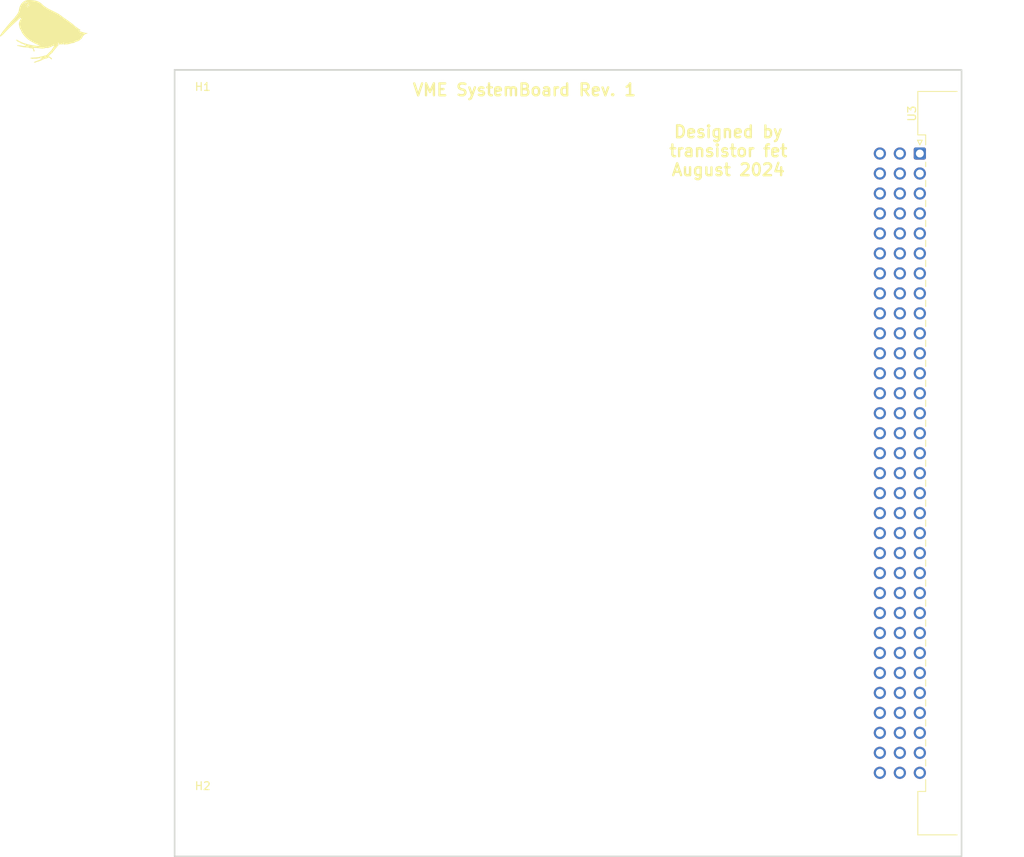
<source format=kicad_pcb>
(kicad_pcb (version 20240108) (generator "pcbnew") (generator_version "8.0")
  (layers (0 "F.Cu" signal) (31 "B.Cu" signal) (34 "B.Paste" user) (35 "F.Paste" user) (36 "B.SilkS" user "B.Silkscreen") (37 "F.SilkS" user "F.Silkscreen") (38 "B.Mask" user) (39 "F.Mask" user) (44 "Edge.Cuts" user))
  (net 0 "")
  (footprint "Connector_DIN:DIN41612_C_3x32_Male_Horizontal_THT" (layer "F.Cu") (at 132.8 35.903 -90)
    (property "Reference" "U3" (at -5.08 1 90) (layer "F.SilkS"))
    (property "Value" "VME64-P1-3R")
    (pad "" np_thru_hole circle (at -5.08 -2.54 270) (size 2.85 2.85) (drill 2.85) (layers "*.Cu" "*.Mask"))
    (pad "" np_thru_hole circle (at 83.82 -2.54 270) (size 2.85 2.85) (drill 2.85) (layers "*.Cu" "*.Mask"))
    (pad "a1" thru_hole roundrect (at 0 0 270) (size 1.55 1.55) (drill 1) (layers "*.Cu" "*.Mask") (roundrect_rratio 0.16129))
    (pad "a2" thru_hole circle (at 2.54 0 270) (size 1.55 1.55) (drill 1) (layers "*.Cu" "*.Mask"))
    (pad "a3" thru_hole circle (at 5.08 0 270) (size 1.55 1.55) (drill 1) (layers "*.Cu" "*.Mask"))
    (pad "a4" thru_hole circle (at 7.62 0 270) (size 1.55 1.55) (drill 1) (layers "*.Cu" "*.Mask"))
    (pad "a5" thru_hole circle (at 10.16 0 270) (size 1.55 1.55) (drill 1) (layers "*.Cu" "*.Mask"))
    (pad "a6" thru_hole circle (at 12.7 0 270) (size 1.55 1.55) (drill 1) (layers "*.Cu" "*.Mask"))
    (pad "a7" thru_hole circle (at 15.24 0 270) (size 1.55 1.55) (drill 1) (layers "*.Cu" "*.Mask"))
    (pad "a8" thru_hole circle (at 17.78 0 270) (size 1.55 1.55) (drill 1) (layers "*.Cu" "*.Mask"))
    (pad "a9" thru_hole circle (at 20.32 0 270) (size 1.55 1.55) (drill 1) (layers "*.Cu" "*.Mask"))
    (pad "a10" thru_hole circle (at 22.86 0 270) (size 1.55 1.55) (drill 1) (layers "*.Cu" "*.Mask"))
    (pad "a11" thru_hole circle (at 25.4 0 270) (size 1.55 1.55) (drill 1) (layers "*.Cu" "*.Mask"))
    (pad "a12" thru_hole circle (at 27.94 0 270) (size 1.55 1.55) (drill 1) (layers "*.Cu" "*.Mask"))
    (pad "a13" thru_hole circle (at 30.48 0 270) (size 1.55 1.55) (drill 1) (layers "*.Cu" "*.Mask"))
    (pad "a14" thru_hole circle (at 33.02 0 270) (size 1.55 1.55) (drill 1) (layers "*.Cu" "*.Mask"))
    (pad "a15" thru_hole circle (at 35.56 0 270) (size 1.55 1.55) (drill 1) (layers "*.Cu" "*.Mask"))
    (pad "a16" thru_hole circle (at 38.1 0 270) (size 1.55 1.55) (drill 1) (layers "*.Cu" "*.Mask"))
    (pad "a17" thru_hole circle (at 40.64 0 270) (size 1.55 1.55) (drill 1) (layers "*.Cu" "*.Mask"))
    (pad "a18" thru_hole circle (at 43.18 0 270) (size 1.55 1.55) (drill 1) (layers "*.Cu" "*.Mask"))
    (pad "a19" thru_hole circle (at 45.72 0 270) (size 1.55 1.55) (drill 1) (layers "*.Cu" "*.Mask"))
    (pad "a20" thru_hole circle (at 48.26 0 270) (size 1.55 1.55) (drill 1) (layers "*.Cu" "*.Mask"))
    (pad "a21" thru_hole circle (at 50.8 0 270) (size 1.55 1.55) (drill 1) (layers "*.Cu" "*.Mask"))
    (pad "a22" thru_hole circle (at 53.34 0 270) (size 1.55 1.55) (drill 1) (layers "*.Cu" "*.Mask"))
    (pad "a23" thru_hole circle (at 55.88 0 270) (size 1.55 1.55) (drill 1) (layers "*.Cu" "*.Mask"))
    (pad "a24" thru_hole circle (at 58.42 0 270) (size 1.55 1.55) (drill 1) (layers "*.Cu" "*.Mask"))
    (pad "a25" thru_hole circle (at 60.96 0 270) (size 1.55 1.55) (drill 1) (layers "*.Cu" "*.Mask"))
    (pad "a26" thru_hole circle (at 63.5 0 270) (size 1.55 1.55) (drill 1) (layers "*.Cu" "*.Mask"))
    (pad "a27" thru_hole circle (at 66.04 0 270) (size 1.55 1.55) (drill 1) (layers "*.Cu" "*.Mask"))
    (pad "a28" thru_hole circle (at 68.58 0 270) (size 1.55 1.55) (drill 1) (layers "*.Cu" "*.Mask"))
    (pad "a29" thru_hole circle (at 71.12 0 270) (size 1.55 1.55) (drill 1) (layers "*.Cu" "*.Mask"))
    (pad "a30" thru_hole circle (at 73.66 0 270) (size 1.55 1.55) (drill 1) (layers "*.Cu" "*.Mask"))
    (pad "a31" thru_hole circle (at 76.2 0 270) (size 1.55 1.55) (drill 1) (layers "*.Cu" "*.Mask"))
    (pad "a32" thru_hole circle (at 78.74 0 270) (size 1.55 1.55) (drill 1) (layers "*.Cu" "*.Mask"))
    (pad "b1" thru_hole circle (at 0 2.54 270) (size 1.55 1.55) (drill 1) (layers "*.Cu" "*.Mask"))
    (pad "b2" thru_hole circle (at 2.54 2.54 270) (size 1.55 1.55) (drill 1) (layers "*.Cu" "*.Mask"))
    (pad "b3" thru_hole circle (at 5.08 2.54 270) (size 1.55 1.55) (drill 1) (layers "*.Cu" "*.Mask"))
    (pad "b4" thru_hole circle (at 7.62 2.54 270) (size 1.55 1.55) (drill 1) (layers "*.Cu" "*.Mask"))
    (pad "b5" thru_hole circle (at 10.16 2.54 270) (size 1.55 1.55) (drill 1) (layers "*.Cu" "*.Mask"))
    (pad "b6" thru_hole circle (at 12.7 2.54 270) (size 1.55 1.55) (drill 1) (layers "*.Cu" "*.Mask"))
    (pad "b7" thru_hole circle (at 15.24 2.54 270) (size 1.55 1.55) (drill 1) (layers "*.Cu" "*.Mask"))
    (pad "b8" thru_hole circle (at 17.78 2.54 270) (size 1.55 1.55) (drill 1) (layers "*.Cu" "*.Mask"))
    (pad "b9" thru_hole circle (at 20.32 2.54 270) (size 1.55 1.55) (drill 1) (layers "*.Cu" "*.Mask"))
    (pad "b10" thru_hole circle (at 22.86 2.54 270) (size 1.55 1.55) (drill 1) (layers "*.Cu" "*.Mask"))
    (pad "b11" thru_hole circle (at 25.4 2.54 270) (size 1.55 1.55) (drill 1) (layers "*.Cu" "*.Mask"))
    (pad "b12" thru_hole circle (at 27.94 2.54 270) (size 1.55 1.55) (drill 1) (layers "*.Cu" "*.Mask"))
    (pad "b13" thru_hole circle (at 30.48 2.54 270) (size 1.55 1.55) (drill 1) (layers "*.Cu" "*.Mask"))
    (pad "b14" thru_hole circle (at 33.02 2.54 270) (size 1.55 1.55) (drill 1) (layers "*.Cu" "*.Mask"))
    (pad "b15" thru_hole circle (at 35.56 2.54 270) (size 1.55 1.55) (drill 1) (layers "*.Cu" "*.Mask"))
    (pad "b16" thru_hole circle (at 38.1 2.54 270) (size 1.55 1.55) (drill 1) (layers "*.Cu" "*.Mask"))
    (pad "b17" thru_hole circle (at 40.64 2.54 270) (size 1.55 1.55) (drill 1) (layers "*.Cu" "*.Mask"))
    (pad "b18" thru_hole circle (at 43.18 2.54 270) (size 1.55 1.55) (drill 1) (layers "*.Cu" "*.Mask"))
    (pad "b19" thru_hole circle (at 45.72 2.54 270) (size 1.55 1.55) (drill 1) (layers "*.Cu" "*.Mask"))
    (pad "b20" thru_hole circle (at 48.26 2.54 270) (size 1.55 1.55) (drill 1) (layers "*.Cu" "*.Mask"))
    (pad "b21" thru_hole circle (at 50.8 2.54 270) (size 1.55 1.55) (drill 1) (layers "*.Cu" "*.Mask"))
    (pad "b22" thru_hole circle (at 53.34 2.54 270) (size 1.55 1.55) (drill 1) (layers "*.Cu" "*.Mask"))
    (pad "b23" thru_hole circle (at 55.88 2.54 270) (size 1.55 1.55) (drill 1) (layers "*.Cu" "*.Mask"))
    (pad "b24" thru_hole circle (at 58.42 2.54 270) (size 1.55 1.55) (drill 1) (layers "*.Cu" "*.Mask"))
    (pad "b25" thru_hole circle (at 60.96 2.54 270) (size 1.55 1.55) (drill 1) (layers "*.Cu" "*.Mask"))
    (pad "b26" thru_hole circle (at 63.5 2.54 270) (size 1.55 1.55) (drill 1) (layers "*.Cu" "*.Mask"))
    (pad "b27" thru_hole circle (at 66.04 2.54 270) (size 1.55 1.55) (drill 1) (layers "*.Cu" "*.Mask"))
    (pad "b28" thru_hole circle (at 68.58 2.54 270) (size 1.55 1.55) (drill 1) (layers "*.Cu" "*.Mask"))
    (pad "b29" thru_hole circle (at 71.12 2.54 270) (size 1.55 1.55) (drill 1) (layers "*.Cu" "*.Mask"))
    (pad "b30" thru_hole circle (at 73.66 2.54 270) (size 1.55 1.55) (drill 1) (layers "*.Cu" "*.Mask"))
    (pad "b31" thru_hole circle (at 76.2 2.54 270) (size 1.55 1.55) (drill 1) (layers "*.Cu" "*.Mask"))
    (pad "b32" thru_hole circle (at 78.74 2.54 270) (size 1.55 1.55) (drill 1) (layers "*.Cu" "*.Mask"))
    (pad "c1" thru_hole circle (at 0 5.08 270) (size 1.55 1.55) (drill 1) (layers "*.Cu" "*.Mask"))
    (pad "c2" thru_hole circle (at 2.54 5.08 270) (size 1.55 1.55) (drill 1) (layers "*.Cu" "*.Mask"))
    (pad "c3" thru_hole circle (at 5.08 5.08 270) (size 1.55 1.55) (drill 1) (layers "*.Cu" "*.Mask"))
    (pad "c4" thru_hole circle (at 7.62 5.08 270) (size 1.55 1.55) (drill 1) (layers "*.Cu" "*.Mask"))
    (pad "c5" thru_hole circle (at 10.16 5.08 270) (size 1.55 1.55) (drill 1) (layers "*.Cu" "*.Mask"))
    (pad "c6" thru_hole circle (at 12.7 5.08 270) (size 1.55 1.55) (drill 1) (layers "*.Cu" "*.Mask"))
    (pad "c7" thru_hole circle (at 15.24 5.08 270) (size 1.55 1.55) (drill 1) (layers "*.Cu" "*.Mask"))
    (pad "c8" thru_hole circle (at 17.78 5.08 270) (size 1.55 1.55) (drill 1) (layers "*.Cu" "*.Mask"))
    (pad "c9" thru_hole circle (at 20.32 5.08 270) (size 1.55 1.55) (drill 1) (layers "*.Cu" "*.Mask"))
    (pad "c10" thru_hole circle (at 22.86 5.08 270) (size 1.55 1.55) (drill 1) (layers "*.Cu" "*.Mask"))
    (pad "c11" thru_hole circle (at 25.4 5.08 270) (size 1.55 1.55) (drill 1) (layers "*.Cu" "*.Mask"))
    (pad "c12" thru_hole circle (at 27.94 5.08 270) (size 1.55 1.55) (drill 1) (layers "*.Cu" "*.Mask"))
    (pad "c13" thru_hole circle (at 30.48 5.08 270) (size 1.55 1.55) (drill 1) (layers "*.Cu" "*.Mask"))
    (pad "c14" thru_hole circle (at 33.02 5.08 270) (size 1.55 1.55) (drill 1) (layers "*.Cu" "*.Mask"))
    (pad "c15" thru_hole circle (at 35.56 5.08 270) (size 1.55 1.55) (drill 1) (layers "*.Cu" "*.Mask"))
    (pad "c16" thru_hole circle (at 38.1 5.08 270) (size 1.55 1.55) (drill 1) (layers "*.Cu" "*.Mask"))
    (pad "c17" thru_hole circle (at 40.64 5.08 270) (size 1.55 1.55) (drill 1) (layers "*.Cu" "*.Mask"))
    (pad "c18" thru_hole circle (at 43.18 5.08 270) (size 1.55 1.55) (drill 1) (layers "*.Cu" "*.Mask"))
    (pad "c19" thru_hole circle (at 45.72 5.08 270) (size 1.55 1.55) (drill 1) (layers "*.Cu" "*.Mask"))
    (pad "c20" thru_hole circle (at 48.26 5.08 270) (size 1.55 1.55) (drill 1) (layers "*.Cu" "*.Mask"))
    (pad "c21" thru_hole circle (at 50.8 5.08 270) (size 1.55 1.55) (drill 1) (layers "*.Cu" "*.Mask"))
    (pad "c22" thru_hole circle (at 53.34 5.08 270) (size 1.55 1.55) (drill 1) (layers "*.Cu" "*.Mask"))
    (pad "c23" thru_hole circle (at 55.88 5.08 270) (size 1.55 1.55) (drill 1) (layers "*.Cu" "*.Mask"))
    (pad "c24" thru_hole circle (at 58.42 5.08 270) (size 1.55 1.55) (drill 1) (layers "*.Cu" "*.Mask"))
    (pad "c25" thru_hole circle (at 60.96 5.08 270) (size 1.55 1.55) (drill 1) (layers "*.Cu" "*.Mask"))
    (pad "c26" thru_hole circle (at 63.5 5.08 270) (size 1.55 1.55) (drill 1) (layers "*.Cu" "*.Mask"))
    (pad "c27" thru_hole circle (at 66.04 5.08 270) (size 1.55 1.55) (drill 1) (layers "*.Cu" "*.Mask"))
    (pad "c28" thru_hole circle (at 68.58 5.08 270) (size 1.55 1.55) (drill 1) (layers "*.Cu" "*.Mask"))
    (pad "c29" thru_hole circle (at 71.12 5.08 270) (size 1.55 1.55) (drill 1) (layers "*.Cu" "*.Mask"))
    (pad "c30" thru_hole circle (at 73.66 5.08 270) (size 1.55 1.55) (drill 1) (layers "*.Cu" "*.Mask"))
    (pad "c31" thru_hole circle (at 76.2 5.08 270) (size 1.55 1.55) (drill 1) (layers "*.Cu" "*.Mask"))
    (pad "c32" thru_hole circle (at 78.74 5.08 270) (size 1.55 1.55) (drill 1) (layers "*.Cu" "*.Mask"))
  )
  (footprint "MountingHole:MountingHole_2.7mm_M2.5_DIN965" (layer "F.Cu") (at 41.67 119.673)
    (property "Reference" "H2" (at 0 -3.35 0) (layer "F.SilkS"))
    (property "Value" "MountingHole" (hide yes))
    (pad "" np_thru_hole circle (at 0 0) (size 2.7 2.7) (drill 2.7) (layers "*.Cu" "*.Mask"))
  )
  (footprint "MountingHole:MountingHole_2.7mm_M2.5_DIN965" (layer "F.Cu") (at 41.67 30.773)
    (property "Reference" "H1" (at 0 -3.35 0) (layer "F.SilkS"))
    (property "Value" "MountingHole" (hide yes))
    (pad "" np_thru_hole circle (at 0 0) (size 2.7 2.7) (drill 2.7) (layers "*.Cu" "*.Mask"))
  )
  (gr_poly (pts (xy 19.685 16.383) (xy 19.746142 16.385484) (xy 19.814862 16.389467) (xy 19.88887 16.394771) (xy 19.965877 16.401217) (xy 20.043593 16.408628) (xy 20.119727 16.416825) (xy 20.191992 16.425631) (xy 20.273037 16.437042) (xy 20.350357 16.449688) (xy 20.423732 16.463518) (xy 20.492942 16.478481) (xy 20.557768 16.494526) (xy 20.617989 16.511603) (xy 20.673386 16.52966) (xy 20.72374 16.548647) (xy 20.764623 16.565922) (xy 20.806283 16.5847) (xy 20.847555 16.60438) (xy 20.887276 16.624361) (xy 20.924283 16.644042) (xy 20.957412 16.662821) (xy 20.985501 16.680096) (xy 20.997291 16.687982) (xy 21.007385 16.695267) (xy 21.029526 16.712568) (xy 21.058352 16.735945) (xy 21.131197 16.796814) (xy 21.216199 16.869642) (xy 21.303638 16.946195) (xy 21.390344 17.022104) (xy 21.473354 17.093178) (xy 21.54325 17.151451) (xy 21.570338 17.173299) (xy 21.590617 17.188959) (xy 21.610989 17.203475) (xy 21.638346 17.222044) (xy 21.671492 17.243901) (xy 21.70923 17.268279) (xy 21.793702 17.321536) (xy 21.838043 17.348883) (xy 21.882194 17.375687) (xy 21.979968 17.43311) (xy 22.089715 17.495272) (xy 22.198007 17.554686) (xy 22.291416 17.603865) (xy 22.395959 17.656119) (xy 22.534568 17.723902) (xy 22.689184 17.79845) (xy 22.841749 17.870998) (xy 22.917922 17.908008) (xy 22.999245 17.949476) (xy 23.083205 17.993999) (xy 23.167287 18.040172) (xy 23.248978 18.086592) (xy 23.325766 18.131854) (xy 23.395135 18.174555) (xy 23.454573 18.21329) (xy 23.50856 18.250264) (xy 23.562305 18.287915) (xy 23.614391 18.325194) (xy 23.663399 18.36105) (xy 23.707911 18.394433) (xy 23.74651 18.424295) (xy 23.777778 18.449585) (xy 23.800296 18.469252) (xy 23.817515 18.484954) (xy 23.833596 18.498877) (xy 23.848186 18.510769) (xy 23.854811 18.515874) (xy 23.860931 18.520377) (xy 23.866501 18.524245) (xy 23.871478 18.527447) (xy 23.875818 18.529952) (xy 23.879475 18.531727) (xy 23.882406 18.532742) (xy 23.883586 18.532954) (xy 23.884568 18.532964) (xy 23.885346 18.532769) (xy 23.885915 18.532363) (xy 23.886269 18.531743) (xy 23.886403 18.530906) (xy 23.886453 18.530001) (xy 23.886555 18.529183) (xy 23.886709 18.528451) (xy 23.886914 18.527803) (xy 23.887168 18.52724) (xy 23.887312 18.52699) (xy 23.887469 18.52676) (xy 23.887637 18.526551) (xy 23.887816 18.526363) (xy 23.888007 18.526195) (xy 23.888208 18.526048) (xy 23.888421 18.525921) (xy 23.888644 18.525815) (xy 23.888878 18.525729) (xy 23.889122 18.525662) (xy 23.889377 18.525616) (xy 23.889641 18.52559) (xy 23.890199 18.525597) (xy 23.890796 18.525683) (xy 23.891429 18.525848) (xy 23.892098 18.526089) (xy 23.8928 18.526408) (xy 23.893536 18.526802) (xy 23.894303 18.527272) (xy 23.895099 18.527817) (xy 23.895925 18.528436) (xy 23.896777 18.529128) (xy 23.897656 18.529893) (xy 23.898559 18.53073) (xy 23.899486 18.531639) (xy 23.900434 18.532618) (xy 23.901403 18.533667) (xy 23.902391 18.534786) (xy 23.903396 18.535973) (xy 23.904419 18.537228) (xy 23.905456 18.538551) (xy 23.906507 18.53994) (xy 23.90757 18.541396) (xy 23.911073 18.545281) (xy 23.917207 18.550909) (xy 23.925825 18.558173) (xy 23.936777 18.566964) (xy 23.965093 18.588696) (xy 24.000971 18.615239) (xy 24.043228 18.64573) (xy 24.090677 18.679303) (xy 24.142134 18.715094) (xy 24.196415 18.752237) (xy 24.456236 18.930806) (xy 24.590115 19.024078) (xy 24.704416 19.104595) (xy 24.812686 19.182703) (xy 24.930146 19.269419) (xy 25.042637 19.354183) (xy 25.135995 19.426434) (xy 25.174206 19.457154) (xy 25.209278 19.486387) (xy 25.240488 19.513452) (xy 25.267106 19.537669) (xy 25.288408 19.558355) (xy 25.296838 19.567162) (xy 25.303666 19.574832) (xy 25.308802 19.581278) (xy 25.312154 19.586416) (xy 25.313632 19.590162) (xy 25.31364 19.591485) (xy 25.313145 19.592429) (xy 25.312518 19.593235) (xy 25.312135 19.594151) (xy 25.311991 19.595173) (xy 25.31208 19.596297) (xy 25.312398 19.597519) (xy 25.312939 19.598836) (xy 25.3137 19.600243) (xy 25.314675 19.601736) (xy 25.315859 19.603312) (xy 25.317248 19.604966) (xy 25.318835 19.606695) (xy 25.320618 19.608495) (xy 25.322589 19.610362) (xy 25.324746 19.612292) (xy 25.329594 19.616325) (xy 25.335122 19.620563) (xy 25.34129 19.624975) (xy 25.34806 19.62953) (xy 25.355393 19.634197) (xy 25.363249 19.638944) (xy 25.371589 19.64374) (xy 25.380374 19.648553) (xy 25.389565 19.653354) (xy 25.398791 19.658268) (xy 25.407679 19.663415) (xy 25.416187 19.668753) (xy 25.424272 19.674239) (xy 25.431891 19.679831) (xy 25.439002 19.685486) (xy 25.445563 19.691162) (xy 25.451529 19.696816) (xy 25.456859 19.702406) (xy 25.461511 19.707889) (xy 25.46544 19.713224) (xy 25.468606 19.718367) (xy 25.470964 19.723276) (xy 25.471828 19.725629) (xy 25.472473 19.727908) (xy 25.472896 19.730108) (xy 25.47309 19.732222) (xy 25.47305 19.734246) (xy 25.472772 19.736175) (xy 25.472412 19.738019) (xy 25.472132 19.739794) (xy 25.47193 19.741498) (xy 25.471805 19.743129) (xy 25.471755 19.744688) (xy 25.471779 19.746172) (xy 25.471876 19.74758) (xy 25.472044 19.748912) (xy 25.472282 19.750166) (xy 25.472589 19.75134) (xy 25.472963 19.752434) (xy 25.473402 19.753447) (xy 25.473907 19.754376) (xy 25.474474 19.755222) (xy 25.475104 19.755983) (xy 25.475794 19.756657) (xy 25.476543 19.757244) (xy 25.477349 19.757742) (xy 25.478212 19.75815) (xy 25.479131 19.758467) (xy 25.480102 19.758691) (xy 25.481127 19.758823) (xy 25.482202 19.758859) (xy 25.483327 19.7588) (xy 25.4845 19.758644) (xy 25.48572 19.758389) (xy 25.486985 19.758035) (xy 25.488295 19.75758) (xy 25.489647 19.757024) (xy 25.491041 19.756365) (xy 25.492475 19.755601) (xy 25.493948 19.754732) (xy 25.495607 19.75396) (xy 25.497591 19.753483) (xy 25.499891 19.753296) (xy 25.502496 19.753393) (xy 25.505396 19.753767) (xy 25.50858 19.754414) (xy 25.515759 19.756498) (xy 25.52395 19.759599) (xy 25.533069 19.763668) (xy 25.543032 19.768659) (xy 25.553757 19.774523) (xy 25.565159 19.781215) (xy 25.577155 19.788685) (xy 25.589662 19.796888) (xy 25.602595 19.805774) (xy 25.615872 19.815297) (xy 25.629408 19.82541) (xy 25.643121 19.836065) (xy 25.656926 19.847215) (xy 25.687453 19.871528) (xy 25.722891 19.898354) (xy 25.761968 19.926808) (xy 25.80341 19.956008) (xy 25.845943 19.985071) (xy 25.888295 20.013112) (xy 25.929191 20.039249) (xy 25.96736 20.062597) (xy 25.985329 20.073504) (xy 26.002793 20.084515) (xy 26.035849 20.106553) (xy 26.065804 20.128113) (xy 26.079393 20.138529) (xy 26.091935 20.148601) (xy 26.103341 20.158256) (xy 26.113519 20.16742) (xy 26.122379 20.176018) (xy 26.129831 20.183974) (xy 26.135785 20.191216) (xy 26.140149 20.197668) (xy 26.142834 20.203256) (xy 26.143519 20.205702) (xy 26.143749 20.207905) (xy 26.143667 20.210146) (xy 26.143422 20.212339) (xy 26.143016 20.214482) (xy 26.142453 20.216573) (xy 26.141735 20.218611) (xy 26.140864 20.220595) (xy 26.139843 20.222523) (xy 26.138675 20.224393) (xy 26.137362 20.226204) (xy 26.135907 20.227955) (xy 26.134313 20.229645) (xy 26.132581 20.23127) (xy 26.130716 20.232831) (xy 26.128718 20.234326) (xy 26.126591 20.235752) (xy 26.124338 20.23711) (xy 26.121961 20.238396) (xy 26.119462 20.239611) (xy 26.116845 20.240751) (xy 26.114112 20.241817) (xy 26.111265 20.242806) (xy 26.108307 20.243716) (xy 26.10524 20.244547) (xy 26.102068 20.245296) (xy 26.098793 20.245963) (xy 26.095417 20.246546) (xy 26.091943 20.247044) (xy 26.088373 20.247454) (xy 26.084711 20.247775) (xy 26.080959 20.248007) (xy 26.077119 20.248147) (xy 26.073194 20.248194) (xy 26.065622 20.248382) (xy 26.05835 20.248935) (xy 26.051405 20.24984) (xy 26.044813 20.251083) (xy 26.038599 20.252649) (xy 26.03279 20.254523) (xy 26.027411 20.256692) (xy 26.022488 20.25914) (xy 26.018048 20.261855) (xy 26.014115 20.264822) (xy 26.010716 20.268025) (xy 26.009225 20.269712) (xy 26.007877 20.271452) (xy 26.006676 20.273245) (xy 26.005624 20.275088) (xy 26.004725 20.276979) (xy 26.003983 20.278918) (xy 26.0034 20.280901) (xy 26.002979 20.282928) (xy 26.002724 20.284996) (xy 26.002639 20.287104) (xy 26.00274 20.289137) (xy 26.003041 20.29122) (xy 26.003537 20.293349) (xy 26.004223 20.29552) (xy 26.005093 20.297728) (xy 26.006143 20.299968) (xy 26.007368 20.302238) (xy 26.008762 20.304531) (xy 26.010322 20.306844) (xy 26.012041 20.309172) (xy 26.013916 20.311511) (xy 26.01594 20.313857) (xy 26.020418 20.31855) (xy 26.025437 20.323217) (xy 26.030955 20.327823) (xy 26.036934 20.332332) (xy 26.043334 20.33671) (xy 26.050114 20.340922) (xy 26.057236 20.344932) (xy 26.064659 20.348706) (xy 26.072343 20.352209) (xy 26.08025 20.355405) (xy 26.102555 20.363371) (xy 26.136344 20.374789) (xy 26.231706 20.405841) (xy 26.352991 20.444281) (xy 26.48686 20.485828) (xy 26.555354 20.506124) (xy 26.623903 20.525057) (xy 26.690675 20.542215) (xy 26.753835 20.557182) (xy 26.811552 20.569545) (xy 26.861992 20.578889) (xy 26.903323 20.584799) (xy 26.919999 20.586337) (xy 26.933712 20.586861) (xy 26.948459 20.586988) (xy 26.962066 20.587373) (xy 26.974545 20.58802) (xy 26.985909 20.588933) (xy 26.99617 20.590115) (xy 27.00534 20.591572) (xy 27.013433 20.593307) (xy 27.02046 20.595324) (xy 27.026434 20.597628) (xy 27.031367 20.600222) (xy 27.035272 20.603112) (xy 27.036843 20.604668) (xy 27.038161 20.6063) (xy 27.039229 20.608008) (xy 27.040047 20.609792) (xy 27.040617 20.611652) (xy 27.040942 20.61359) (xy 27.041022 20.615606) (xy 27.040858 20.6177) (xy 27.039809 20.622126) (xy 27.03904 20.623957) (xy 27.03795 20.625813) (xy 27.03655 20.627689) (xy 27.034846 20.629582) (xy 27.032849 20.631489) (xy 27.030568 20.633406) (xy 27.02801 20.63533) (xy 27.025186 20.637257) (xy 27.018774 20.641109) (xy 27.011401 20.644933) (xy 27.003139 20.648702) (xy 26.99406 20.652388) (xy 26.984236 20.655965) (xy 26.973736 20.659405) (xy 26.962634 20.66268) (xy 26.951 20.665763) (xy 26.938906 20.668626) (xy 26.926422 20.671243) (xy 26.913621 20.673585) (xy 26.900574 20.675626) (xy 26.886611 20.677895) (xy 26.872476 20.680719) (xy 26.858245 20.684065) (xy 26.843995 20.6879) (xy 26.829803 20.692193) (xy 26.815747 20.69691) (xy 26.801903 20.70202) (xy 26.788349 20.70749) (xy 26.775161 20.713287) (xy 26.762417 20.719379) (xy 26.750193 20.725733) (xy 26.738567 20.732317) (xy 26.727615 20.739099) (xy 26.717415 20.746046) (xy 26.708043 20.753126) (xy 26.699577 20.760306) (xy 26.616422 20.836248) (xy 26.519731 20.925528) (xy 26.498507 20.945518) (xy 26.478971 20.964453) (xy 26.461529 20.981899) (xy 26.446592 20.997419) (xy 26.434568 21.010579) (xy 26.425867 21.020945) (xy 26.422889 21.024944) (xy 26.420895 21.028082) (xy 26.419937 21.030303) (xy 26.419861 21.031053) (xy 26.420064 21.031553) (xy 26.420316 21.0321) (xy 26.420389 21.032986) (xy 26.420011 21.035741) (xy 26.418961 21.039746) (xy 26.417271 21.044929) (xy 26.414972 21.051218) (xy 26.412096 21.05854) (xy 26.404739 21.075994) (xy 26.395452 21.096712) (xy 26.384488 21.120116) (xy 26.372099 21.145626) (xy 26.358537 21.172664) (xy 26.351173 21.186553) (xy 26.343198 21.200549) (xy 26.334688 21.214557) (xy 26.325719 21.228484) (xy 26.316366 21.242237) (xy 26.306707 21.255722) (xy 26.296817 21.268845) (xy 26.286772 21.281513) (xy 26.276649 21.293632) (xy 26.266524 21.305109) (xy 26.256473 21.315849) (xy 26.246572 21.32576) (xy 26.236897 21.334748) (xy 26.227524 21.342718) (xy 26.21853 21.349579) (xy 26.209991 21.355235) (xy 26.19172 21.366966) (xy 26.170556 21.381673) (xy 26.147259 21.398765) (xy 26.122584 21.417652) (xy 26.097291 21.437743) (xy 26.072135 21.458445) (xy 26.047877 21.479169) (xy 26.025272 21.499323) (xy 26.013715 21.509446) (xy 26.001195 21.519598) (xy 25.987821 21.529719) (xy 25.973701 21.539749) (xy 25.958943 21.549629) (xy 25.943654 21.559299) (xy 25.927943 21.5687) (xy 25.911918 21.577773) (xy 25.895688 21.586457) (xy 25.879359 21.594694) (xy 25.86304 21.602424) (xy 25.84684 21.609587) (xy 25.830866 21.616124) (xy 25.815226 21.621976) (xy 25.800029 21.627083) (xy 25.785383 21.631385) (xy 25.757439 21.63931) (xy 25.729978 21.647781) (xy 25.703701 21.656535) (xy 25.679307 21.66531) (xy 25.657498 21.673842) (xy 25.638973 21.68187) (xy 25.624435 21.689132) (xy 25.618879 21.692393) (xy 25.614582 21.695364) (xy 25.610316 21.698541) (xy 25.606324 21.701258) (xy 25.602606 21.703515) (xy 25.599163 21.705311) (xy 25.597544 21.706037) (xy 25.595994 21.706648) (xy 25.594513 21.707143) (xy 25.5931 21.707524) (xy 25.591757 21.70779) (xy 25.590481 21.70794) (xy 25.589275 21.707976) (xy 25.588137 21.707896) (xy 25.587068 21.707702) (xy 25.586068 21.707392) (xy 25.585137 21.706967) (xy 25.584275 21.706428) (xy 25.583481 21.705773) (xy 25.582757 21.705003) (xy 25.582101 21.704119) (xy 25.581515 21.703119) (xy 25.580997 21.702004) (xy 25.580548 21.700775) (xy 25.580168 21.69943) (xy 25.579857 21.69797) (xy 25.579616 21.696395) (xy 25.579443 21.694705) (xy 25.579339 21.692901) (xy 25.579305 21.690981) (xy 25.579268 21.689357) (xy 25.579158 21.687754) (xy 25.578978 21.686174) (xy 25.578729 21.684618) (xy 25.578412 21.683089) (xy 25.57803 21.681588) (xy 25.577585 21.680118) (xy 25.577078 21.678681) (xy 25.576511 21.677279) (xy 25.575885 21.675914) (xy 25.575204 21.674587) (xy 25.574468 21.673302) (xy 25.573679 21.672059) (xy 25.572839 21.670861) (xy 25.57195 21.669711) (xy 25.571014 21.668609) (xy 25.570033 21.667558) (xy 25.569008 21.666561) (xy 25.56794 21.665618) (xy 25.566833 21.664733) (xy 25.565688 21.663907) (xy 25.564506 21.663142) (xy 25.56329 21.66244) (xy 25.56204 21.661803) (xy 25.56076 21.661234) (xy 25.559451 21.660734) (xy 25.558114 21.660305) (xy 25.556751 21.65995) (xy 25.555365 21.65967) (xy 25.553957 21.659468) (xy 25.552529 21.659345) (xy 25.551082 21.659304) (xy 25.549635 21.659351) (xy 25.548207 21.65949) (xy 25.546799 21.659719) (xy 25.545413 21.660037) (xy 25.54405 21.660439) (xy 25.542714 21.660925) (xy 25.541404 21.661492) (xy 25.540124 21.662138) (xy 25.538875 21.662859) (xy 25.537658 21.663655) (xy 25.536476 21.664522) (xy 25.535331 21.665459) (xy 25.534224 21.666463) (xy 25.533157 21.667532) (xy 25.532131 21.668663) (xy 25.53115 21.669854) (xy 25.530214 21.671103) (xy 25.529325 21.672408) (xy 25.528485 21.673766) (xy 25.527696 21.675175) (xy 25.52696 21.676632) (xy 25.526279 21.678136) (xy 25.525654 21.679684) (xy 25.525086 21.681274) (xy 25.524579 21.682903) (xy 25.524134 21.684569) (xy 25.523752 21.686271) (xy 25.523435 21.688004) (xy 25.523186 21.689769) (xy 25.523006 21.691561) (xy 25.522896 21.693378) (xy 25.522859 21.695219) (xy 25.52274 21.697122) (xy 25.522384 21.699125) (xy 25.521798 21.701223) (xy 25.520987 21.703409) (xy 25.519959 21.705678) (xy 25.518718 21.708026) (xy 25.51727 21.710446) (xy 25.515622 21.712934) (xy 25.513779 21.715483) (xy 25.511747 21.71809) (xy 25.50714 21.723451) (xy 25.501847 21.728975) (xy 25.495916 21.734618) (xy 25.489394 21.740338) (xy 25.482328 21.746091) (xy 25.474765 21.751834) (xy 25.466752 21.757526) (xy 25.458336 21.763122) (xy 25.449563 21.76858) (xy 25.440482 21.773857) (xy 25.431138 21.778911) (xy 25.411049 21.788898) (xy 25.389092 21.79897) (xy 25.365976 21.808853) (xy 25.342413 21.818271) (xy 25.319112 21.82695) (xy 25.296785 21.834617) (xy 25.276143 21.840996) (xy 25.257895 21.845814) (xy 25.240303 21.849788) (xy 25.22154 21.85375) (xy 25.202184 21.857596) (xy 25.182816 21.861221) (xy 25.164013 21.86452) (xy 25.146354 21.867388) (xy 25.130418 21.869718) (xy 25.116784 21.871408) (xy 25.088504 21.874205) (xy 25.055556 21.877035) (xy 25.022033 21.87957) (xy 24.992029 21.881479) (xy 24.985482 21.881993) (xy 24.979295 21.882779) (xy 24.973494 21.883822) (xy 24.968103 21.885105) (xy 24.963147 21.886612) (xy 24.958649 21.888327) (xy 24.954636 21.890233) (xy 24.95113 21.892314) (xy 24.948156 21.894553) (xy 24.946877 21.895727) (xy 24.94574 21.896935) (xy 24.944748 21.898174) (xy 24.943905 21.899443) (xy 24.943213 21.900739) (xy 24.942675 21.902061) (xy 24.942296 21.903405) (xy 24.942076 21.904772) (xy 24.942021 21.906157) (xy 24.942132 21.90756) (xy 24.942413 21.908978) (xy 24.942867 21.910409) (xy 24.943497 21.911851) (xy 24.944306 21.913303) (xy 24.945146 21.914828) (xy 24.945765 21.916325) (xy 24.946166 21.917792) (xy 24.946353 21.919228) (xy 24.946329 21.920632) (xy 24.946097 21.922003) (xy 24.945659 21.923338) (xy 24.94502 21.924637) (xy 24.944182 21.925899) (xy 24.943148 21.927122) (xy 24.941922 21.928305) (xy 24.940506 21.929446) (xy 24.938904 21.930544) (xy 24.937119 21.931599) (xy 24.935154 21.932607) (xy 24.933013 21.93357) (xy 24.930697 21.934483) (xy 24.928211 21.935348) (xy 24.925558 21.936162) (xy 24.92274 21.936924) (xy 24.919761 21.937632) (xy 24.916624 21.938286) (xy 24.913332 21.938883) (xy 24.909889 21.939424) (xy 24.906297 21.939906) (xy 24.902559 21.940327) (xy 24.898679 21.940688) (xy 24.89466 21.940986) (xy 24.890504 21.94122) (xy 24.886216 21.941389) (xy 24.881798 21.941491) (xy 24.877253 21.941525) (xy 24.868233 21.941689) (xy 24.858658 21.942168) (xy 24.848611 21.942947) (xy 24.838176 21.944009) (xy 24.816479 21.94692) (xy 24.79424 21.950772) (xy 24.772131 21.955435) (xy 24.750825 21.960781) (xy 24.740683 21.96367) (xy 24.730993 21.96668) (xy 24.721841 21.969797) (xy 24.71331 21.973004) (xy 24.695622 21.979483) (xy 24.675781 21.985831) (xy 24.654459 21.991885) (xy 24.632329 21.997486) (xy 24.610064 22.002473) (xy 24.588338 22.006686) (xy 24.567824 22.009963) (xy 24.549195 22.012145) (xy 24.510197 22.016181) (xy 24.466601 22.021501) (xy 24.423733 22.027415) (xy 24.386917 22.033231) (xy 24.37845 22.034546) (xy 24.370345 22.035509) (xy 24.362626 22.036126) (xy 24.35532 22.036401) (xy 24.34845 22.036341) (xy 24.342042 22.035953) (xy 24.336121 22.035241) (xy 24.330712 22.034211) (xy 24.32584 22.032871) (xy 24.32153 22.031224) (xy 24.317807 22.029278) (xy 24.314697 22.027038) (xy 24.313378 22.025809) (xy 24.312223 22.02451) (xy 24.311233 22.023139) (xy 24.310411 22.021699) (xy 24.309761 22.02019) (xy 24.309286 22.018613) (xy 24.30899 22.016968) (xy 24.308874 22.015256) (xy 24.308816 22.013702) (xy 24.308687 22.012277) (xy 24.308491 22.010981) (xy 24.308228 22.009813) (xy 24.3079 22.008772) (xy 24.307509 22.007857) (xy 24.307057 22.007068) (xy 24.306546 22.006405) (xy 24.305977 22.005866) (xy 24.305353 22.00545) (xy 24.304674 22.005158) (xy 24.303943 22.004988) (xy 24.303161 22.004939) (xy 24.302331 22.005012) (xy 24.301454 22.005204) (xy 24.300531 22.005517) (xy 24.299566 22.005947) (xy 24.298558 22.006497) (xy 24.297511 22.007163) (xy 24.296426 22.007946) (xy 24.295304 22.008845) (xy 24.294148 22.00986) (xy 24.29296 22.010989) (xy 24.29174 22.012232) (xy 24.290491 22.013588) (xy 24.289215 22.015057) (xy 24.287913 22.016637) (xy 24.286588 22.018329) (xy 24.28524 22.020131) (xy 24.283873 22.022042) (xy 24.282486 22.024063) (xy 24.281083 22.026192) (xy 24.277769 22.031181) (xy 24.274665 22.035563) (xy 24.271771 22.039339) (xy 24.269087 22.042508) (xy 24.267825 22.043866) (xy 24.266614 22.045072) (xy 24.265457 22.046126) (xy 24.264352 22.047028) (xy 24.263299 22.047779) (xy 24.262299 22.048379) (xy 24.261352 22.048827) (xy 24.260457 22.049123) (xy 24.259615 22.049268) (xy 24.258825 22.049261) (xy 24.258088 22.049102) (xy 24.257404 22.048792) (xy 24.256772 22.048331) (xy 24.256193 22.047718) (xy 24.255666 22.046953) (xy 24.255192 22.046036) (xy 24.254771 22.044968) (xy 24.254402 22.043749) (xy 24.254086 22.042377) (xy 24.253822 22.040855) (xy 24.253611 22.03918) (xy 24.253452 22.037354) (xy 24.253293 22.033248) (xy 24.253173 22.031385) (xy 24.252861 22.029556) (xy 24.252362 22.027765) (xy 24.25168 22.026013) (xy 24.250818 22.024301) (xy 24.249782 22.022631) (xy 24.248575 22.021006) (xy 24.247201 22.019426) (xy 24.245666 22.017894) (xy 24.243972 22.016412) (xy 24.242124 22.014981) (xy 24.240127 22.013602) (xy 24.237984 22.012279) (xy 24.2357 22.011013) (xy 24.23328 22.009805) (xy 24.230726 22.008657) (xy 24.228044 22.007571) (xy 24.225237 22.006549) (xy 24.222311 22.005593) (xy 24.219268 22.004704) (xy 24.216114 22.003885) (xy 24.212852 22.003136) (xy 24.209487 22.00246) (xy 24.206023 22.001859) (xy 24.202464 22.001335) (xy 24.198815 22.000888) (xy 24.195079 22.000522) (xy 24.19126 22.000237) (xy 24.187364 22.000036) (xy 24.183394 21.999921) (xy 24.179355 21.999892) (xy 24.17525 21.999953) (xy 24.153239 22.000697) (xy 24.144418 22.001179) (xy 24.137031 22.001759) (xy 24.131057 22.002459) (xy 24.126479 22.003298) (xy 24.124708 22.003776) (xy 24.123279 22.004296) (xy 24.12219 22.004861) (xy 24.121439 22.005474) (xy 24.121022 22.006136) (xy 24.120939 22.00685) (xy 24.121186 22.00762) (xy 24.121762 22.008446) (xy 24.122664 22.009332) (xy 24.12389 22.010281) (xy 24.127303 22.012375) (xy 24.131985 22.014748) (xy 24.137916 22.017421) (xy 24.145079 22.020412) (xy 24.153454 22.023742) (xy 24.16304 22.027515) (xy 24.171338 22.030892) (xy 24.178341 22.033947) (xy 24.184041 22.036755) (xy 24.1864 22.038089) (xy 24.188431 22.039389) (xy 24.190133 22.040665) (xy 24.191505 22.041925) (xy 24.192545 22.043179) (xy 24.193254 22.044436) (xy 24.19363 22.045706) (xy 24.193673 22.046997) (xy 24.193381 22.04832) (xy 24.192753 22.049683) (xy 24.191789 22.051095) (xy 24.190488 22.052566) (xy 24.188849 22.054106) (xy 24.186871 22.055723) (xy 24.184554 22.057427) (xy 24.181895 22.059227) (xy 24.175552 22.063153) (xy 24.167836 22.067575) (xy 24.148254 22.078204) (xy 24.135725 22.084763) (xy 24.123511 22.090882) (xy 24.111917 22.096428) (xy 24.101248 22.101265) (xy 24.091808 22.105261) (xy 24.083902 22.108281) (xy 24.077836 22.110191) (xy 24.075588 22.110688) (xy 24.073914 22.110858) (xy 24.073249 22.110789) (xy 24.072628 22.110587) (xy 24.07205 22.110253) (xy 24.071517 22.109791) (xy 24.071026 22.109206) (xy 24.07058 22.108499) (xy 24.070178 22.107675) (xy 24.069819 22.106736) (xy 24.069503 22.105686) (xy 24.069231 22.104529) (xy 24.069003 22.103267) (xy 24.068819 22.101905) (xy 24.068677 22.100445) (xy 24.06858 22.098891) (xy 24.068515 22.095513) (xy 24.068624 22.091799) (xy 24.068906 22.087775) (xy 24.069362 22.083468) (xy 24.069991 22.078904) (xy 24.070793 22.074111) (xy 24.071767 22.069115) (xy 24.072915 22.063943) (xy 24.074234 22.058621) (xy 24.075377 22.053051) (xy 24.075999 22.047149) (xy 24.076119 22.040967) (xy 24.075754 22.034555) (xy 24.074921 22.027965) (xy 24.073639 22.021249) (xy 24.071924 22.014458) (xy 24.069795 22.007643) (xy 24.067269 22.000856) (xy 24.064363 21.994148) (xy 24.061095 21.98757) (xy 24.059008 21.983874) (xy 24.365744 21.983874) (xy 24.365762 21.984597) (xy 24.365817 21.985311) (xy 24.365907 21.986015) (xy 24.366032 21.986708) (xy 24.36619 21.987389) (xy 24.366381 21.988058) (xy 24.366604 21.988712) (xy 24.366858 21.989353) (xy 24.367141 21.989977) (xy 24.367454 21.990585) (xy 24.367795 21.991176) (xy 24.368163 21.991749) (xy 24.368558 21.992303) (xy 24.368978 21.992836) (xy 24.369422 21.993349) (xy 24.36989 21.99384) (xy 24.370381 21.994308) (xy 24.370894 21.994752) (xy 24.371427 21.995172) (xy 24.371981 21.995566) (xy 24.372553 21.995935) (xy 24.373144 21.996275) (xy 24.373753 21.996588) (xy 24.374377 21.996872) (xy 24.375017 21.997125) (xy 24.375672 21.997348) (xy 24.37634 21.997539) (xy 24.377021 21.997697) (xy 24.377714 21.997822) (xy 24.378418 21.997912) (xy 24.379132 21.997967) (xy 24.379855 21.997985) (xy 24.380579 21.997967) (xy 24.381293 21.997912) (xy 24.381997 21.997822) (xy 24.38269 21.997697) (xy 24.383371 21.997539) (xy 24.384039 21.997348) (xy 24.384694 21.997125) (xy 24.385334 21.996871) (xy 24.385959 21.996588) (xy 24.386567 21.996275) (xy 24.387158 21.995934) (xy 24.38773 21.995566) (xy 24.388284 21.995172) (xy 24.388818 21.994752) (xy 24.38933 21.994307) (xy 24.389821 21.993839) (xy 24.390289 21.993348) (xy 24.390733 21.992836) (xy 24.391153 21.992302) (xy 24.391548 21.991748) (xy 24.391916 21.991176) (xy 24.392257 21.990585) (xy 24.392569 21.989977) (xy 24.392853 21.989352) (xy 24.393107 21.988712) (xy 24.393329 21.988057) (xy 24.39352 21.987389) (xy 24.393679 21.986708) (xy 24.393803 21.986015) (xy 24.393893 21.985311) (xy 24.393948 21.984597) (xy 24.393967 21.983874) (xy 24.393948 21.983151) (xy 24.393893 21.982437) (xy 24.393803 21.981733) (xy 24.393679 21.98104) (xy 24.39352 21.980359) (xy 24.393329 21.97969) (xy 24.393106 21.979036) (xy 24.392853 21.978395) (xy 24.392569 21.977771) (xy 24.392256 21.977163) (xy 24.391916 21.976572) (xy 24.391548 21.975999) (xy 24.391153 21.975446) (xy 24.390733 21.974912) (xy 24.390289 21.9744) (xy 24.389821 21.973909) (xy 24.38933 21.973441) (xy 24.388817 21.972996) (xy 24.388283 21.972577) (xy 24.38773 21.972182) (xy 24.387157 21.971814) (xy 24.386566 21.971473) (xy 24.385958 21.971161) (xy 24.385333 21.970877) (xy 24.384693 21.970624) (xy 24.384039 21.970401) (xy 24.38337 21.97021) (xy 24.382689 21.970052) (xy 24.381996 21.969927) (xy 24.381292 21.969837) (xy 24.380578 21.969782) (xy 24.379855 21.969764) (xy 24.379132 21.969782) (xy 24.378418 21.969837) (xy 24.377714 21.969927) (xy 24.377021 21.970052) (xy 24.37634 21.97021) (xy 24.375671 21.970401) (xy 24.375017 21.970624) (xy 24.374377 21.970878) (xy 24.373752 21.971161) (xy 24.373144 21.971474) (xy 24.372553 21.971815) (xy 24.37198 21.972183) (xy 24.371427 21.972577) (xy 24.370893 21.972997) (xy 24.37038 21.973442) (xy 24.36989 21.97391) (xy 24.369422 21.974401) (xy 24.368977 21.974913) (xy 24.368557 21.975447) (xy 24.368163 21.976) (xy 24.367795 21.976573) (xy 24.367454 21.977164) (xy 24.367141 21.977772) (xy 24.366858 21.978396) (xy 24.366604 21.979037) (xy 24.366381 21.979691) (xy 24.36619 21.980359) (xy 24.366032 21.98104) (xy 24.365907 21.981733) (xy 24.365817 21.982437) (xy 24.365762 21.983151) (xy 24.365744 21.983874) (xy 24.059008 21.983874) (xy 24.057483 21.981174) (xy 24.053545 21.975011) (xy 24.049297 21.969133) (xy 24.044758 21.96359) (xy 24.039944 21.958434) (xy 24.034821 21.953599) (xy 24.029374 21.948997) (xy 24.02365 21.944647) (xy 24.017699 21.940569) (xy 24.011568 21.936783) (xy 24.005305 21.933309) (xy 23.998959 21.930166) (xy 23.992577 21.927373) (xy 23.986209 21.924952) (xy 23.979901 21.92292) (xy 23.973702 21.921299) (xy 23.967661 21.920107) (xy 23.961825 21.919364) (xy 23.956242 21.919091) (xy 23.950962 21.919306) (xy 23.94845 21.919603) (xy 23.946031 21.92003) (xy 23.943681 21.920586) (xy 23.941371 21.921266) (xy 23.939106 21.922067) (xy 23.936887 21.922986) (xy 23.934717 21.924017) (xy 23.932598 21.925158) (xy 23.930534 21.926404) (xy 23.928528 21.927751) (xy 23.926581 21.929196) (xy 23.924696 21.930735) (xy 23.922876 21.932364) (xy 23.921124 21.934079) (xy 23.919443 21.935876) (xy 23.917834 21.937751) (xy 23.916302 21.9397) (xy 23.914848 21.94172) (xy 23.913474 21.943807) (xy 23.912185 21.945957) (xy 23.910982 21.948165) (xy 23.909868 21.950428) (xy 23.908846 21.952743) (xy 23.907918 21.955104) (xy 23.907087 21.957509) (xy 23.906356 21.959954) (xy 23.905727 21.962434) (xy 23.905204 21.964946) (xy 23.904788 21.967486) (xy 23.904483 21.97005) (xy 23.90429 21.972634) (xy 23.904214 21.975234) (xy 23.904255 21.977847) (xy 23.904418 21.980468) (xy 23.904813 21.987088) (xy 23.90486 21.990164) (xy 23.904805 21.993086) (xy 23.904645 21.995856) (xy 23.90438 21.998473) (xy 23.904007 22.000941) (xy 23.903525 22.003259) (xy 23.902933 22.00543) (xy 23.902228 22.007453) (xy 23.901409 22.009332) (xy 23.900475 22.011065) (xy 23.899424 22.012656) (xy 23.898254 22.014105) (xy 23.896963 22.015413) (xy 23.895551 22.016582) (xy 23.894015 22.017613) (xy 23.892353 22.018506) (xy 23.890565 22.019264) (xy 23.888648 22.019887) (xy 23.886601 22.020377) (xy 23.884422 22.020734) (xy 23.88211 22.020961) (xy 23.879663 22.021058) (xy 23.877079 22.021026) (xy 23.874357 22.020867) (xy 23.871495 22.020582) (xy 23.868492 22.020172) (xy 23.865345 22.019638) (xy 23.862054 22.018982) (xy 23.85503 22.017307) (xy 23.849556 22.016008) (xy 23.844235 22.015006) (xy 23.839095 22.014295) (xy 23.834164 22.013869) (xy 23.829469 22.013721) (xy 23.825038 22.013847) (xy 23.820898 22.014241) (xy 23.817077 22.014895) (xy 23.813602 22.015805) (xy 23.810501 22.016965) (xy 23.807802 22.018368) (xy 23.806611 22.01916) (xy 23.805531 22.02001) (xy 23.804565 22.020917) (xy 23.803717 22.021882) (xy 23.80299 22.022904) (xy 23.802388 22.023981) (xy 23.801913 22.025114) (xy 23.80157 22.0263) (xy 23.801361 22.027541) (xy 23.801291 22.028834) (xy 23.801233 22.030145) (xy 23.801063 22.031439) (xy 23.800781 22.032716) (xy 23.800393 22.033972) (xy 23.799899 22.035207) (xy 23.799304 22.036418) (xy 23.79861 22.037605) (xy 23.797819 22.038766) (xy 23.796935 22.039898) (xy 23.79596 22.041) (xy 23.794898 22.042072) (xy 23.79375 22.04311) (xy 23.79252 22.044113) (xy 23.791211 22.04508) (xy 23.789825 22.04601) (xy 23.788366 22.046899) (xy 23.786836 22.047748) (xy 23.785237 22.048553) (xy 23.783574 22.049314) (xy 23.781848 22.050029) (xy 23.780062 22.050697) (xy 23.77822 22.051314) (xy 23.776323 22.051881) (xy 23.774376 22.052395) (xy 23.77238 22.052855) (xy 23.770338 22.053258) (xy 23.768254 22.053605) (xy 23.76613 22.053891) (xy 23.763969 22.054117) (xy 23.761774 22.054281) (xy 23.759547 22.05438) (xy 23.757292 22.054413) (xy 23.752896 22.054275) (xy 23.748791 22.053868) (xy 23.746852 22.053568) (xy 23.744992 22.053206) (xy 23.743211 22.052784) (xy 23.741512 22.052303) (xy 23.739897 22.051766) (xy 23.738367 22.051173) (xy 23.736924 22.050527) (xy 23.735569 22.049829) (xy 23.734305 22.049082) (xy 23.733133 22.048286) (xy 23.732056 22.047444) (xy 23.731074 22.046557) (xy 23.730189 22.045626) (xy 23.729404 22.044655) (xy 23.72872 22.043643) (xy 23.728139 22.042594) (xy 23.727662 22.041509) (xy 23.727292 22.040389) (xy 23.727029 22.039236) (xy 23.726877 22.038052) (xy 23.726836 22.036839) (xy 23.726909 22.035598) (xy 23.727096 22.034331) (xy 23.727401 22.03304) (xy 23.727824 22.031726) (xy 23.728368 22.030391) (xy 23.729034 22.029038) (xy 23.729824 22.027667) (xy 23.730618 22.026269) (xy 23.731239 22.024929) (xy 23.73169 22.023648) (xy 23.731972 22.022426) (xy 23.73209 22.021265) (xy 23.732044 22.020164) (xy 23.731961 22.019636) (xy 23.731838 22.019124) (xy 23.731676 22.018628) (xy 23.731475 22.018147) (xy 23.730956 22.017232) (xy 23.730285 22.016381) (xy 23.729464 22.015594) (xy 23.728495 22.014872) (xy 23.727382 22.014215) (xy 23.726126 22.013625) (xy 23.72473 22.013101) (xy 23.723197 22.012645) (xy 23.721529 22.012257) (xy 23.71973 22.011937) (xy 23.717801 22.011688) (xy 23.715744 22.011508) (xy 23.713564 22.0114) (xy 23.711261 22.011362) (xy 23.70884 22.011398) (xy 23.706301 22.011506) (xy 23.703649 22.011687) (xy 23.700884 22.011943) (xy 23.698011 22.012274) (xy 23.695031 22.012681) (xy 23.691948 22.013163) (xy 23.688763 22.013723) (xy 23.685479 22.014361) (xy 23.682099 22.015076) (xy 23.652484 22.021222) (xy 23.619347 22.027492) (xy 23.586738 22.033151) (xy 23.558704 22.037464) (xy 23.552511 22.038407) (xy 23.546159 22.039529) (xy 23.53317 22.042249) (xy 23.520113 22.045509) (xy 23.507364 22.049193) (xy 23.495301 22.053183) (xy 23.484299 22.057364) (xy 23.479313 22.059489) (xy 23.474733 22.061619) (xy 23.470607 22.063738) (xy 23.466982 22.065832) (xy 23.465312 22.06682) (xy 23.463663 22.06771) (xy 23.462037 22.068502) (xy 23.460437 22.069196) (xy 23.458864 22.069794) (xy 23.457321 22.070297) (xy 23.455809 22.070705) (xy 23.454331 22.071019) (xy 23.452889 22.07124) (xy 23.451485 22.071369) (xy 23.45012 22.071407) (xy 23.448798 22.071354) (xy 23.44752 22.071212) (xy 23.446288 22.070981) (xy 23.445105 22.070663) (xy 23.443972 22.070257) (xy 23.442891 22.069765) (xy 23.441865 22.069188) (xy 23.440896 22.068526) (xy 23.439985 22.067781) (xy 23.439135 22.066953) (xy 23.438348 22.066043) (xy 23.437627 22.065052) (xy 23.436972 22.063981) (xy 23.436386 22.06283) (xy 23.435872 22.061601) (xy 23.435431 22.060294) (xy 23.435066 22.05891) (xy 23.434778 22.05745) (xy 23.43457 22.055916) (xy 23.434444 22.054306) (xy 23.434401 22.052624) (xy 23.434369 22.050369) (xy 23.434272 22.048262) (xy 23.434109 22.046303) (xy 23.433876 22.044493) (xy 23.433573 22.042832) (xy 23.433198 22.041319) (xy 23.432748 22.039955) (xy 23.432223 22.038739) (xy 23.431619 22.037673) (xy 23.430937 22.036756) (xy 23.430172 22.035987) (xy 23.429324 22.035368) (xy 23.428392 22.034898) (xy 23.427372 22.034577) (xy 23.426263 22.034406) (xy 23.425064 22.034384) (xy 23.423773 22.034511) (xy 23.422387 22.034788) (xy 23.420905 22.035215) (xy 23.419325 22.035791) (xy 23.417646 22.036517) (xy 23.415865 22.037394) (xy 23.41398 22.03842) (xy 23.411991 22.039596) (xy 23.409894 22.040922) (xy 23.407688 22.042399) (xy 23.405372 22.044025) (xy 23.402944 22.045802) (xy 23.397741 22.049808) (xy 23.392067 22.054416) (xy 23.387755 22.057859) (xy 23.383563 22.060937) (xy 23.379514 22.063647) (xy 23.37563 22.065984) (xy 23.371931 22.067943) (xy 23.36844 22.06952) (xy 23.365179 22.07071) (xy 23.362169 22.071508) (xy 23.360765 22.071759) (xy 23.359432 22.071911) (xy 23.358172 22.071963) (xy 23.356989 22.071913) (xy 23.355885 22.071763) (xy 23.354862 22.071511) (xy 23.353924 22.071156) (xy 23.353074 22.070699) (xy 23.352313 22.070138) (xy 23.351645 22.069473) (xy 23.351072 22.068703) (xy 23.350597 22.067829) (xy 23.350223 22.066848) (xy 23.349953 22.065761) (xy 23.349789 22.064567) (xy 23.349733 22.063266) (xy 23.349948 22.060304) (xy 23.350579 22.056868) (xy 23.351604 22.052999) (xy 23.353003 22.048738) (xy 23.354753 22.044127) (xy 23.356835 22.039208) (xy 23.359226 22.034022) (xy 23.361905 22.028611) (xy 23.364851 22.023016) (xy 23.368043 22.017279) (xy 23.37146 22.011441) (xy 23.37508 22.005544) (xy 23.378882 21.99963) (xy 23.382845 21.99374) (xy 23.386948 21.987916) (xy 23.391169 21.982199) (xy 23.399511 21.970762) (xy 23.407328 21.959258) (xy 23.414403 21.948067) (xy 23.553745 21.948067) (xy 23.55383 21.948907) (xy 23.554049 21.949794) (xy 23.554402 21.95073) (xy 23.554888 21.951712) (xy 23.555508 21.952739) (xy 23.55626 21.95381) (xy 23.557144 21.954925) (xy 23.558161 21.956083) (xy 23.559309 21.957282) (xy 23.560589 21.958521) (xy 23.562 21.959799) (xy 23.563542 21.961116) (xy 23.565214 21.96247) (xy 23.567017 21.96386) (xy 23.568949 21.965286) (xy 23.571011 21.966745) (xy 23.573203 21.968239) (xy 23.575523 21.969764) (xy 23.584205 21.975268) (xy 23.592649 21.98042) (xy 23.600644 21.985106) (xy 23.607983 21.989212) (xy 23.614455 21.992624) (xy 23.619851 21.995227) (xy 23.62208 21.99619) (xy 23.623962 21.996908) (xy 23.62547 21.997367) (xy 23.626578 21.997553) (xy 23.627002 21.997539) (xy 23.627376 21.997451) (xy 23.6277 21.997293) (xy 23.627975 21.997065) (xy 23.6282 21.996769) (xy 23.628377 21.996408) (xy 23.628507 21.995983) (xy 23.628589 21.995495) (xy 23.628624 21.994947) (xy 23.628614 21.994341) (xy 23.628558 21.993677) (xy 23.628457 21.992959) (xy 23.628311 21.992187) (xy 23.628122 21.991363) (xy 23.62789 21.99049) (xy 23.627614 21.989569) (xy 23.626938 21.98759) (xy 23.626097 21.985441) (xy 23.625096 21.983135) (xy 23.623941 21.980688) (xy 23.622634 21.978113) (xy 23.621182 21.975424) (xy 23.619587 21.972636) (xy 23.617856 21.969764) (xy 23.616918 21.968318) (xy 23.615905 21.966891) (xy 23.61482 21.965486) (xy 23.613666 21.964103) (xy 23.611166 21.961415) (xy 23.608431 21.95884) (xy 23.605487 21.956392) (xy 23.602361 21.954087) (xy 23.599077 21.951937) (xy 23.595664 21.949958) (xy 23.592146 21.948164) (xy 23.58855 21.946569) (xy 23.584902 21.945187) (xy 23.581228 21.944032) (xy 23.577555 21.943119) (xy 23.573909 21.942462) (xy 23.572104 21.942234) (xy 23.570316 21.942076) (xy 23.568547 21.941988) (xy 23.566801 21.941973) (xy 23.564977 21.942028) (xy 23.563291 21.942144) (xy 23.561744 21.942323) (xy 23.560334 21.942562) (xy 23.559062 21.942861) (xy 23.557926 21.943219) (xy 23.556928 21.943634) (xy 23.556066 21.944105) (xy 23.555341 21.944633) (xy 23.554751 21.945215) (xy 23.554297 21.94585) (xy 23.553978 21.946538) (xy 23.553794 21.947277) (xy 23.553745 21.948067) (xy 23.414403 21.948067) (xy 23.414448 21.947997) (xy 23.420696 21.937291) (xy 23.42344 21.932244) (xy 23.4259 21.927452) (xy 23.428055 21.922955) (xy 23.429884 21.918791) (xy 23.431365 21.915) (xy 23.432477 21.91162) (xy 23.433196 21.90869) (xy 23.433503 21.906249) (xy 23.433474 21.905164) (xy 23.433299 21.904093) (xy 23.432982 21.903037) (xy 23.43281 21.902642) (xy 24.822295 21.902642) (xy 24.822317 21.903453) (xy 24.822438 21.904241) (xy 24.822656 21.905005) (xy 24.82297 21.905743) (xy 24.823378 21.906454) (xy 24.82388 21.907138) (xy 24.824474 21.907792) (xy 24.825158 21.908416) (xy 24.825933 21.909009) (xy 24.826796 21.909568) (xy 24.827746 21.910094) (xy 24.828782 21.910585) (xy 24.829904 21.911039) (xy 24.831109 21.911456) (xy 24.832396 21.911834) (xy 24.833765 21.912172) (xy 24.835214 21.912469) (xy 24.836742 21.912724) (xy 24.838347 21.912935) (xy 24.840029 21.913101) (xy 24.841786 21.913221) (xy 24.843618 21.913294) (xy 24.845522 21.913319) (xy 24.849257 21.913221) (xy 24.852697 21.912934) (xy 24.85583 21.912469) (xy 24.858648 21.911834) (xy 24.859935 21.911456) (xy 24.86114 21.911039) (xy 24.862262 21.910585) (xy 24.863298 21.910094) (xy 24.864248 21.909568) (xy 24.865111 21.909008) (xy 24.865886 21.908416) (xy 24.866571 21.907792) (xy 24.867164 21.907137) (xy 24.867666 21.906454) (xy 24.868074 21.905742) (xy 24.868388 21.905004) (xy 24.868606 21.904241) (xy 24.868727 21.903453) (xy 24.868749 21.902642) (xy 24.868673 21.901809) (xy 24.868495 21.900956) (xy 24.868216 21.900083) (xy 24.867834 21.899191) (xy 24.867348 21.898283) (xy 24.866756 21.897359) (xy 24.866058 21.89642) (xy 24.865252 21.895468) (xy 24.864337 21.894504) (xy 24.863348 21.893564) (xy 24.862322 21.892685) (xy 24.861263 21.891866) (xy 24.860173 21.891108) (xy 24.859054 21.890411) (xy 24.857908 21.889774) (xy 24.856738 21.889198) (xy 24.855547 21.888683) (xy 24.854336 21.888228) (xy 24.853108 21.887834) (xy 24.851866 21.887501) (xy 24.850611 21.887228) (xy 24.849347 21.887016) (xy 24.848076 21.886864) (xy 24.8468 21.886773) (xy 24.845522 21.886743) (xy 24.844243 21.886773) (xy 24.842967 21.886864) (xy 24.841696 21.887016) (xy 24.840432 21.887228) (xy 24.839178 21.887501) (xy 24.837936 21.887834) (xy 24.836708 21.888228) (xy 24.835497 21.888683) (xy 24.834305 21.889198) (xy 24.833136 21.889774) (xy 24.83199 21.890411) (xy 24.830871 21.891108) (xy 24.82978 21.891866) (xy 24.828721 21.892685) (xy 24.827696 21.893564) (xy 24.826707 21.894504) (xy 24.825792 21.895468) (xy 24.824986 21.896421) (xy 24.824287 21.897359) (xy 24.823696 21.898284) (xy 24.82321 21.899192) (xy 24.822827 21.900083) (xy 24.822548 21.900956) (xy 24.822371 21.90181) (xy 24.822295 21.902642) (xy 23.43281 21.902642) (xy 23.432527 21.901997) (xy 23.431937 21.900976) (xy 23.431215 21.899973) (xy 23.430366 21.898991) (xy 23.429392 21.898031) (xy 23.428297 21.897094) (xy 23.427085 21.896181) (xy 23.42576 21.895295) (xy 23.424324 21.894436) (xy 23.422782 21.893606) (xy 23.421136 21.892805) (xy 23.419392 21.892036) (xy 23.417551 21.8913) (xy 23.415618 21.890598) (xy 23.413596 21.889932) (xy 23.411489 21.889302) (xy 23.409301 21.88871) (xy 23.407034 21.888158) (xy 23.404692 21.887647) (xy 23.40228 21.887178) (xy 23.3998 21.886753) (xy 23.397256 21.886372) (xy 23.394651 21.886038) (xy 23.39199 21.885752) (xy 23.389276 21.885514) (xy 23.386511 21.885327) (xy 23.383701 21.885192) (xy 23.380848 21.88511) (xy 23.377956 21.885082) (xy 23.372206 21.885249) (xy 23.366618 21.885739) (xy 23.361219 21.886535) (xy 23.35604 21.887621) (xy 23.351109 21.88898) (xy 23.346454 21.890595) (xy 23.342106 21.892451) (xy 23.338092 21.894531) (xy 23.334443 21.896819) (xy 23.331186 21.899297) (xy 23.32835 21.901949) (xy 23.325966 21.904759) (xy 23.324951 21.906219) (xy 23.324061 21.907711) (xy 23.323297 21.909235) (xy 23.322664 21.910788) (xy 23.322165 21.912367) (xy 23.321805 21.913972) (xy 23.321586 21.9156) (xy 23.321512 21.917249) (xy 23.321447 21.918947) (xy 23.321256 21.92072) (xy 23.32094 21.922565) (xy 23.320504 21.924476) (xy 23.319282 21.92848) (xy 23.317615 21.932697) (xy 23.315528 21.937091) (xy 23.313047 21.941627) (xy 23.310197 21.946269) (xy 23.307004 21.95098) (xy 23.303492 21.955726) (xy 23.299687 21.96047) (xy 23.295614 21.965178) (xy 23.291299 21.969812) (xy 23.286767 21.974338) (xy 23.282044 21.97872) (xy 23.277153 21.982921) (xy 23.272122 21.986907) (xy 23.265027 21.992369) (xy 23.258842 21.997305) (xy 23.253563 22.001741) (xy 23.249185 22.005701) (xy 23.245704 22.009212) (xy 23.244298 22.010806) (xy 23.243115 22.012297) (xy 23.242154 22.013688) (xy 23.241414 22.014982) (xy 23.240895 22.016183) (xy 23.240597 22.017293) (xy 23.240518 22.018315) (xy 23.240658 22.019253) (xy 23.241017 22.02011) (xy 23.241595 22.02089) (xy 23.242389 22.021594) (xy 23.243401 22.022226) (xy 23.244629 22.02279) (xy 23.246073 22.023288) (xy 23.247733 22.023725) (xy 23.249607 22.024101) (xy 23.253997 22.02469) (xy 23.25924 22.02508) (xy 23.26533 22.025296) (xy 23.26756 22.025415) (xy 23.269853 22.025678) (xy 23.272203 22.026082) (xy 23.274607 22.026624) (xy 23.279554 22.028106) (xy 23.284653 22.030093) (xy 23.289864 22.032555) (xy 23.295147 22.035465) (xy 23.300463 22.038791) (xy 23.305771 22.042505) (xy 23.311033 22.046578) (xy 23.316206 22.050979) (xy 23.321253 22.055679) (xy 23.326132 22.060649) (xy 23.330805 22.06586) (xy 23.33523 22.071281) (xy 23.339369 22.076884) (xy 23.343181 22.082639) (xy 23.348144 22.090724) (xy 23.352444 22.098048) (xy 23.35608 22.104642) (xy 23.359054 22.110542) (xy 23.361363 22.115779) (xy 23.363009 22.120388) (xy 23.363583 22.122468) (xy 23.363991 22.124402) (xy 23.364234 22.126197) (xy 23.36431 22.127855) (xy 23.36422 22.129381) (xy 23.363964 22.130779) (xy 23.363542 22.132054) (xy 23.362954 22.133209) (xy 23.3622 22.134249) (xy 23.36128 22.135178) (xy 23.360193 22.136) (xy 23.358941 22.136719) (xy 23.357523 22.13734) (xy 23.355938 22.137866) (xy 23.354187 22.138302) (xy 23.35227 22.138652) (xy 23.347938 22.139111) (xy 23.34294 22.139276) (xy 23.34103 22.139414) (xy 23.338969 22.13981) (xy 23.336762 22.140456) (xy 23.334416 22.141347) (xy 23.331938 22.142476) (xy 23.329334 22.143837) (xy 23.323777 22.147227) (xy 23.317798 22.151467) (xy 23.31145 22.156504) (xy 23.304785 22.162287) (xy 23.297858 22.168766) (xy 23.29072 22.175887) (xy 23.283426 22.183601) (xy 23.276028 22.191855) (xy 23.26858 22.200597) (xy 23.261134 22.209777) (xy 23.253744 22.219344) (xy 23.246462 22.229244) (xy 23.239343 22.239428) (xy 23.223442 22.261871) (xy 23.204306 22.287375) (xy 23.182662 22.315056) (xy 23.159237 22.344028) (xy 23.134755 22.373409) (xy 23.109945 22.402311) (xy 23.085532 22.429852) (xy 23.062242 22.455145) (xy 23.038291 22.481192) (xy 23.011984 22.510891) (xy 22.984178 22.543207) (xy 22.955734 22.577104) (xy 22.92751 22.611544) (xy 22.900365 22.645493) (xy 22.87516 22.677914) (xy 22.852752 22.70777) (xy 22.832043 22.735264) (xy 22.811704 22.760914) (xy 22.792254 22.784157) (xy 22.774211 22.804433) (xy 22.758092 22.821181) (xy 22.750916 22.828056) (xy 22.744416 22.833838) (xy 22.738655 22.838458) (xy 22.7337 22.841845) (xy 22.729614 22.843928) (xy 22.727918 22.844459) (xy 22.726463 22.844638) (xy 22.72514 22.844678) (xy 22.723833 22.844797) (xy 22.722545 22.844993) (xy 22.721277 22.845264) (xy 22.72003 22.845608) (xy 22.718807 22.846023) (xy 22.717609 22.846507) (xy 22.716438 22.847058) (xy 22.715295 22.847674) (xy 22.714183 22.848353) (xy 22.713101 22.849094) (xy 22.712054 22.849893) (xy 22.711041 22.850751) (xy 22.710065 22.851663) (xy 22.709127 22.852629) (xy 22.708229 22.853646) (xy 22.707373 22.854712) (xy 22.70656 22.855826) (xy 22.705791 22.856985) (xy 22.70507 22.858188) (xy 22.704396 22.859433) (xy 22.703773 22.860717) (xy 22.703201 22.862039) (xy 22.702682 22.863396) (xy 22.702218 22.864787) (xy 22.701811 22.86621) (xy 22.701462 22.867662) (xy 22.701172 22.869142) (xy 22.700944 22.870648) (xy 22.700779 22.872178) (xy 22.700679 22.87373) (xy 22.700645 22.875302) (xy 22.700528 22.877037) (xy 22.700181 22.879072) (xy 22.698819 22.884004) (xy 22.696606 22.890019) (xy 22.693587 22.897037) (xy 22.689808 22.904978) (xy 22.685314 22.913763) (xy 22.680153 22.923313) (xy 22.674369 22.933548) (xy 22.668009 22.944387) (xy 22.661117 22.955752) (xy 22.653741 22.967563) (xy 22.645926 22.979741) (xy 22.637718 22.992206) (xy 22.629163 23.004877) (xy 22.620307 23.017677) (xy 22.611194 23.030524) (xy 22.601844 23.043213) (xy 22.592286 23.055545) (xy 22.582593 23.067458) (xy 22.573308 23.078329) (xy 22.57388 23.079791) (xy 22.567623 23.084696) (xy 22.563072 23.08977) (xy 22.553385 23.100041) (xy 22.543838 23.109637) (xy 22.534502 23.118494) (xy 22.525446 23.126548) (xy 22.51674 23.133735) (xy 22.508452 23.139992) (xy 22.500653 23.145254) (xy 22.493411 23.149458) (xy 22.486797 23.15254) (xy 22.48088 23.154436) (xy 22.479558 23.154675) (xy 22.460303 23.17025) (xy 22.40419 23.216954) (xy 22.35061 23.26283) (xy 22.301127 23.306521) (xy 22.257303 23.346667) (xy 22.220701 23.381912) (xy 22.192883 23.410897) (xy 22.168794 23.469011) (xy 22.143575 23.521898) (xy 22.122342 23.56069) (xy 22.244829 23.615441) (xy 22.248738 23.619924) (xy 22.252858 23.62429) (xy 22.257155 23.628518) (xy 22.261593 23.632585) (xy 22.266138 23.636467) (xy 22.270754 23.640141) (xy 22.275407 23.643585) (xy 22.280061 23.646775) (xy 22.284681 23.649688) (xy 22.289233 23.652301) (xy 22.293681 23.654591) (xy 22.29799 23.656536) (xy 22.302125 23.658111) (xy 22.306051 23.659295) (xy 22.309734 23.660063) (xy 22.311473 23.660285) (xy 22.313137 23.660394) (xy 22.314878 23.660563) (xy 22.316844 23.660963) (xy 22.321417 23.662428) (xy 22.326791 23.664744) (xy 22.332901 23.667863) (xy 22.339683 23.67174) (xy 22.347071 23.676328) (xy 22.355001 23.68158) (xy 22.363406 23.68745) (xy 22.372223 23.693891) (xy 22.381386 23.700857) (xy 22.390829 23.708302) (xy 22.400489 23.716178) (xy 22.4103 23.724441) (xy 22.420196 23.733042) (xy 22.430114 23.741936) (xy 22.439987 23.751076) (xy 22.470466 23.780074) (xy 22.482692 23.792184) (xy 22.493001 23.802968) (xy 22.501464 23.812628) (xy 22.505025 23.817099) (xy 22.508152 23.821364) (xy 22.510852 23.825448) (xy 22.513134 23.829376) (xy 22.515007 23.833174) (xy 22.516481 23.836866) (xy 22.517563 23.840477) (xy 22.518262 23.844033) (xy 22.518588 23.847558) (xy 22.518549 23.851079) (xy 22.518154 23.854619) (xy 22.517411 23.858203) (xy 22.51633 23.861858) (xy 22.514919 23.865608) (xy 22.513187 23.869478) (xy 22.511142 23.873493) (xy 22.506152 23.882059) (xy 22.500017 23.891506) (xy 22.492808 23.902036) (xy 22.485923 23.911797) (xy 22.479634 23.920273) (xy 22.476682 23.924029) (xy 22.473842 23.927465) (xy 22.471102 23.930582) (xy 22.468449 23.933381) (xy 22.465871 23.93586) (xy 22.463356 23.938023) (xy 22.460891 23.939868) (xy 22.458465 23.941396) (xy 22.456064 23.942608) (xy 22.453677 23.943505) (xy 22.451291 23.944087) (xy 22.448894 23.944355) (xy 22.446474 23.944308) (xy 22.444018 23.943949) (xy 22.441513 23.943277) (xy 22.438949 23.942293) (xy 22.436312 23.940997) (xy 22.43359 23.939391) (xy 22.43077 23.937474) (xy 22.427842 23.935247) (xy 22.424791 23.932711) (xy 22.421606 23.929866) (xy 22.414784 23.923253) (xy 22.407278 23.915412) (xy 22.398989 23.906347) (xy 22.386705 23.89322) (xy 22.37143 23.877724) (xy 22.353771 23.860432) (xy 22.334335 23.841915) (xy 22.313728 23.822745) (xy 22.292556 23.803495) (xy 22.271427 23.784736) (xy 22.250948 23.767039) (xy 22.240891 23.758643) (xy 22.230716 23.750462) (xy 22.210289 23.734914) (xy 22.190224 23.720744) (xy 22.180502 23.714283) (xy 22.17108 23.708297) (xy 22.162028 23.702827) (xy 22.153415 23.697918) (xy 22.145312 23.693613) (xy 22.137787 23.689955) (xy 22.130911 23.686987) (xy 22.124754 23.684753) (xy 22.119385 23.683296) (xy 22.114874 23.682659) (xy 22.110054 23.682908) (xy 22.103775 23.684052) (xy 22.096139 23.686046) (xy 22.087246 23.688846) (xy 22.077196 23.692407) (xy 22.066089 23.696686) (xy 22.054027 23.701637) (xy 22.04111 23.707217) (xy 22.01311 23.720084) (xy 21.982893 23.734933) (xy 21.981719 23.735544) (xy 21.9782 23.738641) (xy 21.949903 23.759542) (xy 21.921857 23.776532) (xy 21.894233 23.789777) (xy 21.867205 23.799441) (xy 21.859186 23.801349) (xy 21.843829 23.808921) (xy 21.827962 23.81628) (xy 21.813157 23.822641) (xy 21.79936 23.828021) (xy 21.786516 23.832437) (xy 21.774571 23.835907) (xy 21.763469 23.838449) (xy 21.753156 23.84008) (xy 21.743577 23.840817) (xy 21.734677 23.840677) (xy 21.726402 23.839679) (xy 21.718696 23.83784) (xy 21.711505 23.835176) (xy 21.707679 23.83367) (xy 21.703623 23.832439) (xy 21.699317 23.831491) (xy 21.694739 23.830834) (xy 21.68987 23.830475) (xy 21.684688 23.830423) (xy 21.679174 23.830684) (xy 21.673306 23.831266) (xy 21.667064 23.832178) (xy 21.660428 23.833426) (xy 21.653376 23.83502) (xy 21.645889 23.836965) (xy 21.629526 23.841943) (xy 21.611172 23.848422) (xy 21.590665 23.856463) (xy 21.567839 23.866128) (xy 21.54253 23.877479) (xy 21.514574 23.890577) (xy 21.483805 23.905483) (xy 21.45006 23.922259) (xy 21.413173 23.940967) (xy 21.372981 23.961667) (xy 21.31189 23.992734) (xy 21.248446 24.023904) (xy 21.1845 24.05434) (xy 21.1219 24.083203) (xy 21.062497 24.109653) (xy 21.008141 24.132854) (xy 20.960682 24.151965) (xy 20.921968 24.166148) (xy 20.886712 24.177761) (xy 20.849161 24.189506) (xy 20.810471 24.201061) (xy 20.771795 24.212104) (xy 20.734291 24.222311) (xy 20.699112 24.231362) (xy 20.667413 24.238934) (xy 20.640351 24.244705) (xy 20.627855 24.247326) (xy 20.614796 24.2504) (xy 20.58742 24.257755) (xy 20.559074 24.266462) (xy 20.53061 24.276215) (xy 20.502881 24.286706) (xy 20.476738 24.297629) (xy 20.453033 24.308677) (xy 20.442361 24.314151) (xy 20.432618 24.319542) (xy 20.423267 24.324713) (xy 20.413791 24.329515) (xy 20.404254 24.333933) (xy 20.394723 24.337951) (xy 20.385261 24.341554) (xy 20.375934 24.344728) (xy 20.366807 24.347457) (xy 20.357944 24.349726) (xy 20.349411 24.351519) (xy 20.341272 24.352823) (xy 20.333592 24.35362) (xy 20.326436 24.353897) (xy 20.31987 24.353638) (xy 20.313958 24.352828) (xy 20.308765 24.351452) (xy 20.306458 24.350547) (xy 20.304355 24.349495) (xy 20.300191 24.347318) (xy 20.295694 24.345288) (xy 20.290909 24.34341) (xy 20.285876 24.341693) (xy 20.280639 24.340143) (xy 20.27524 24.338766) (xy 20.269722 24.33757) (xy 20.264126 24.336562) (xy 20.258495 24.335749) (xy 20.252872 24.335137) (xy 20.247298 24.334733) (xy 20.241817 24.334544) (xy 20.236471 24.334578) (xy 20.231302 24.33484) (xy 20.226353 24.335339) (xy 20.221665 24.33608) (xy 20.219053 24.336527) (xy 20.216645 24.336838) (xy 20.21444 24.337011) (xy 20.212439 24.337048) (xy 20.210641 24.336949) (xy 20.209046 24.336714) (xy 20.207655 24.336343) (xy 20.206467 24.335836) (xy 20.205482 24.335195) (xy 20.205065 24.334823) (xy 20.2047 24.334418) (xy 20.204385 24.333979) (xy 20.204121 24.333507) (xy 20.203907 24.333001) (xy 20.203744 24.332461) (xy 20.203571 24.331281) (xy 20.2036 24.329967) (xy 20.203831 24.32852) (xy 20.204266 24.326939) (xy 20.204902 24.325225) (xy 20.205741 24.323378) (xy 20.206782 24.321399) (xy 20.208026 24.319287) (xy 20.209471 24.317043) (xy 20.211119 24.314667) (xy 20.212968 24.31216) (xy 20.215019 24.309521) (xy 20.217272 24.306751) (xy 20.219727 24.303851) (xy 20.222383 24.30082) (xy 20.225241 24.297658) (xy 20.231561 24.290946) (xy 20.238686 24.283715) (xy 20.247152 24.276128) (xy 20.257775 24.268042) (xy 20.270518 24.259475) (xy 20.285344 24.250444) (xy 20.302216 24.240967) (xy 20.321096 24.23106) (xy 20.341948 24.220742) (xy 20.364733 24.210028) (xy 20.389416 24.198938) (xy 20.415958 24.187487) (xy 20.444323 24.175693) (xy 20.474473 24.163574) (xy 20.53998 24.138429) (xy 20.612183 24.112188) (xy 20.741389 24.065031) (xy 20.86223 24.018533) (xy 20.961171 23.978049) (xy 20.998198 23.961736) (xy 21.024675 23.948936) (xy 21.068789 23.925168) (xy 21.114931 23.899234) (xy 21.157631 23.874269) (xy 21.17598 23.86313) (xy 21.191416 23.853409) (xy 21.198364 23.84875) (xy 21.204761 23.844113) (xy 21.210594 23.83952) (xy 21.215847 23.834994) (xy 21.220506 23.830559) (xy 21.224557 23.826238) (xy 21.227984 23.822053) (xy 21.230775 23.818029) (xy 21.231926 23.816084) (xy 21.232913 23.814188) (xy 21.233733 23.812343) (xy 21.234385 23.810553) (xy 21.234866 23.808821) (xy 21.235176 23.807148) (xy 21.235311 23.805539) (xy 21.235271 23.803996) (xy 21.235053 23.802522) (xy 21.234656 23.80112) (xy 21.234078 23.799792) (xy 21.233317 23.798542) (xy 21.232371 23.797373) (xy 21.231239 23.796288) (xy 21.229918 23.795288) (xy 21.228407 23.794378) (xy 21.226866 23.793595) (xy 21.225306 23.792893) (xy 21.22373 23.792272) (xy 21.222141 23.791729) (xy 21.220542 23.791265) (xy 21.218936 23.790879) (xy 21.217326 23.79057) (xy 21.215714 23.790338) (xy 21.214103 23.790182) (xy 21.212496 23.7901) (xy 21.210897 23.790092) (xy 21.209307 23.790158) (xy 21.20773 23.790297) (xy 21.206169 23.790508) (xy 21.204625 23.79079) (xy 21.203104 23.791143) (xy 21.201606 23.791566) (xy 21.200135 23.792058) (xy 21.198694 23.792618) (xy 21.197285 23.793246) (xy 21.195912 23.79394) (xy 21.194577 23.794701) (xy 21.193284 23.795528) (xy 21.192034 23.796419) (xy 21.190831 23.797374) (xy 21.189678 23.798392) (xy 21.188578 23.799473) (xy 21.187533 23.800616) (xy 21.186546 23.80182) (xy 21.18562 23.803084) (xy 21.184758 23.804408) (xy 21.183963 23.80579) (xy 21.183159 23.807156) (xy 21.182274 23.808431) (xy 21.181312 23.809615) (xy 21.180275 23.810708) (xy 21.179167 23.81171) (xy 21.177991 23.812621) (xy 21.17675 23.813442) (xy 21.175447 23.814172) (xy 21.174086 23.814811) (xy 21.17267 23.81536) (xy 21.171202 23.815818) (xy 21.169684 23.816186) (xy 21.168121 23.816463) (xy 21.166516 23.81665) (xy 21.164871 23.816747) (xy 21.16319 23.816754) (xy 21.161476 23.816671) (xy 21.159732 23.816498) (xy 21.157962 23.816234) (xy 21.156168 23.815881) (xy 21.154354 23.815438) (xy 21.152523 23.814905) (xy 21.150679 23.814283) (xy 21.148823 23.813571) (xy 21.146961 23.812769) (xy 21.145093 23.811878) (xy 21.143225 23.810897) (xy 21.141359 23.809827) (xy 21.139499 23.808668) (xy 21.137647 23.807419) (xy 21.135806 23.806081) (xy 21.133981 23.804654) (xy 21.132026 23.803145) (xy 21.130037 23.801754) (xy 21.128016 23.800481) (xy 21.125967 23.799326) (xy 21.123892 23.798289) (xy 21.121794 23.797368) (xy 21.119676 23.796563) (xy 21.11754 23.795875) (xy 21.115391 23.795303) (xy 21.11323 23.794846) (xy 21.11106 23.794504) (xy 21.108885 23.794277) (xy 21.106707 23.794164) (xy 21.10453 23.794165) (xy 21.102355 23.79428) (xy 21.100187 23.794508) (xy 21.098027 23.794849) (xy 21.095879 23.795302) (xy 21.093745 23.795868) (xy 21.091629 23.796545) (xy 21.089534 23.797333) (xy 21.087461 23.798233) (xy 21.085415 23.799243) (xy 21.083398 23.800363) (xy 21.081413 23.801594) (xy 21.079462 23.802934) (xy 21.077549 23.804383) (xy 21.075677 23.805941) (xy 21.073848 23.807607) (xy 21.072066 23.809381) (xy 21.070333 23.811263) (xy 21.068652 23.813253) (xy 21.065139 23.817439) (xy 21.061839 23.821068) (xy 21.060269 23.822673) (xy 21.058753 23.824139) (xy 21.057292 23.825465) (xy 21.055886 23.826651) (xy 21.054535 23.827698) (xy 21.05324 23.828606) (xy 21.052001 23.829373) (xy 21.050819 23.830002) (xy 21.049694 23.830491) (xy 21.048626 23.83084) (xy 21.047616 23.83105) (xy 21.046664 23.83112) (xy 21.045771 23.831051) (xy 21.044937 23.830842) (xy 21.044162 23.830493) (xy 21.043447 23.830005) (xy 21.042793 23.829378) (xy 21.042199 23.828611) (xy 21.041666 23.827704) (xy 21.041194 23.826658) (xy 21.040784 23.825472) (xy 21.040437 23.824147) (xy 21.040152 23.822682) (xy 21.03993 23.821077) (xy 21.039771 23.819333) (xy 21.039677 23.81745) (xy 21.039646 23.815426) (xy 21.039681 23.813264) (xy 21.039648 23.811322) (xy 21.039431 23.809416) (xy 21.039034 23.807548) (xy 21.038462 23.805718) (xy 21.037719 23.803929) (xy 21.036809 23.802184) (xy 21.035735 23.800484) (xy 21.034502 23.798831) (xy 21.033115 23.797227) (xy 21.031577 23.795674) (xy 21.029892 23.794174) (xy 21.028064 23.792729) (xy 21.026098 23.791342) (xy 21.023998 23.790013) (xy 21.021767 23.788746) (xy 21.019411 23.787542) (xy 21.016932 23.786402) (xy 21.014336 23.78533) (xy 21.011626 23.784327) (xy 21.008806 23.783395) (xy 21.00588 23.782536) (xy 21.002853 23.781752) (xy 20.999729 23.781045) (xy 20.996512 23.780417) (xy 20.993205 23.77987) (xy 20.989814 23.779406) (xy 20.986342 23.779028) (xy 20.982793 23.778736) (xy 20.979171 23.778533) (xy 20.975481 23.778421) (xy 20.971726 23.778402) (xy 20.967911 23.778478) (xy 20.953195 23.779118) (xy 20.939321 23.780043) (xy 20.926602 23.781209) (xy 20.915352 23.782573) (xy 20.905887 23.78409) (xy 20.898519 23.785718) (xy 20.89572 23.786559) (xy 20.893563 23.787412) (xy 20.892088 23.78827) (xy 20.891334 23.789129) (xy 20.891017 23.789558) (xy 20.89046 23.789993) (xy 20.889669 23.790433) (xy 20.88865 23.790877) (xy 20.885954 23.791777) (xy 20.882421 23.792685) (xy 20.878103 23.793595) (xy 20.873049 23.7945) (xy 20.867309 23.795393) (xy 20.860934 23.796268) (xy 20.853975 23.797118) (xy 20.84648 23.797936) (xy 20.830086 23.799452) (xy 20.812155 23.800763) (xy 20.793089 23.801816) (xy 20.773855 23.802917) (xy 20.755447 23.804372) (xy 20.738301 23.806119) (xy 20.722853 23.808094) (xy 20.709538 23.810237) (xy 20.698794 23.812483) (xy 20.694522 23.813626) (xy 20.691056 23.814771) (xy 20.688451 23.815911) (xy 20.68676 23.817038) (xy 20.686028 23.81761) (xy 20.685057 23.818212) (xy 20.682422 23.8195) (xy 20.678912 23.820889) (xy 20.674582 23.822365) (xy 20.669486 23.823916) (xy 20.663681 23.825529) (xy 20.650161 23.828888) (xy 20.634465 23.832338) (xy 20.617035 23.835776) (xy 20.598312 23.839096) (xy 20.57874 23.842197) (xy 20.557904 23.844775) (xy 20.53556 23.8466) (xy 20.512404 23.847674) (xy 20.489133 23.847996) (xy 20.466445 23.847569) (xy 20.445035 23.846393) (xy 20.425601 23.844468) (xy 20.416843 23.843226) (xy 20.40884 23.841796) (xy 20.400294 23.840452) (xy 20.389939 23.839443) (xy 20.377917 23.838762) (xy 20.364369 23.838402) (xy 20.333257 23.838616) (xy 20.297732 23.840022) (xy 20.258919 23.842563) (xy 20.217946 23.846177) (xy 20.175941 23.850805) (xy 20.134031 23.856386) (xy 20.08179 23.863336) (xy 20.058617 23.865862) (xy 20.037297 23.867748) (xy 20.017745 23.868987) (xy 19.999877 23.869572) (xy 19.983609 23.869497) (xy 19.968858 23.868756) (xy 19.955539 23.867342) (xy 19.943567 23.865248) (xy 19.932859 23.862468) (xy 19.923331 23.858996) (xy 19.914898 23.854826) (xy 19.907476 23.84995) (xy 19.900982 23.844362) (xy 19.89533 23.838056) (xy 19.89314 23.835404) (xy 19.890838 23.832857) (xy 19.888428 23.830416) (xy 19.885913 23.828081) (xy 19.883297 23.825855) (xy 19.880583 23.823737) (xy 19.877774 23.821728) (xy 19.874876 23.819831) (xy 19.871891 23.818045) (xy 19.868822 23.816371) (xy 19.865674 23.81481) (xy 19.862449 23.813365) (xy 19.859153 23.812034) (xy 19.855787 23.81082) (xy 19.852356 23.809722) (xy 19.848864 23.808743) (xy 19.841708 23.807143) (xy 19.83435 23.806028) (xy 19.826816 23.805403) (xy 19.819137 23.805278) (xy 19.811341 23.805659) (xy 19.803457 23.806554) (xy 19.795513 23.807971) (xy 19.787539 23.809918) (xy 19.717308 23.829399) (xy 19.767988 23.778339) (xy 21.270726 23.778339) (xy 21.270727 23.779021) (xy 21.27076 23.779704) (xy 21.270826 23.780387) (xy 21.270927 23.781068) (xy 21.271061 23.781746) (xy 21.27123 23.78242) (xy 21.271434 23.783089) (xy 21.271673 23.783751) (xy 21.271947 23.784406) (xy 21.272258 23.785051) (xy 21.272604 23.785687) (xy 21.272981 23.786304) (xy 21.273386 23.786895) (xy 21.273816 23.787459) (xy 21.27427 23.787997) (xy 21.274748 23.788508) (xy 21.275248 23.788991) (xy 21.275768 23.789447) (xy 21.276308 23.789875) (xy 21.276866 23.790274) (xy 21.277441 23.790645) (xy 21.278032 23.790986) (xy 21.278637 23.791298) (xy 21.279255 23.79158) (xy 21.279886 23.791833) (xy 21.280527 23.792054) (xy 21.281178 23.792246) (xy 21.281837 23.792406) (xy 21.282503 23.792534) (xy 21.283175 23.792632) (xy 21.283852 23.792696) (xy 21.284532 23.792729) (xy 21.285214 23.792729) (xy 21.285897 23.792696) (xy 21.28658 23.792629) (xy 21.287261 23.792529) (xy 21.287939 23.792395) (xy 21.288613 23.792226) (xy 21.289282 23.792022) (xy 21.289945 23.791784) (xy 21.290599 23.79151) (xy 21.291245 23.791201) (xy 21.29188 23.790855) (xy 21.292497 23.790478) (xy 21.293088 23.790073) (xy 21.293653 23.789643) (xy 21.294191 23.789189) (xy 21.294702 23.788711) (xy 21.295185 23.788212) (xy 21.295641 23.787691) (xy 21.296069 23.787152) (xy 21.296468 23.786594) (xy 21.296839 23.786019) (xy 21.29718 23.785428) (xy 21.297493 23.784823) (xy 21.297775 23.784205) (xy 21.298028 23.783574) (xy 21.29825 23.782933) (xy 21.298441 23.782282) (xy 21.298601 23.781623) (xy 21.29873 23.780957) (xy 21.298827 23.780285) (xy 21.298892 23.779609) (xy 21.298924 23.778929) (xy 21.298924 23.778247) (xy 21.298891 23.777564) (xy 21.298824 23.776881) (xy 21.298724 23.7762) (xy 21.298589 23.775521) (xy 21.298421 23.774847) (xy 21.298217 23.774178) (xy 21.297978 23.773516) (xy 21.297704 23.772861) (xy 21.297394 23.772216) (xy 21.297048 23.77158) (xy 21.297045 23.771583) (xy 21.296668 23.770966) (xy 21.296263 23.770375) (xy 21.295833 23.76981) (xy 21.295379 23.769272) (xy 21.294901 23.768761) (xy 21.294402 23.768278) (xy 21.293881 23.767822) (xy 21.293342 23.767395) (xy 21.292784 23.766996) (xy 21.292209 23.766625) (xy 21.291618 23.766284) (xy 21.291013 23.765972) (xy 21.290395 23.76569) (xy 21.289765 23.765438) (xy 21.289124 23.765216) (xy 21.288473 23.765025) (xy 21.287814 23.764865) (xy 21.287148 23.764736) (xy 21.286476 23.764639) (xy 21.285799 23.764574) (xy 21.28512 23.764541) (xy 21.284437 23.764541) (xy 21.283755 23.764575) (xy 21.283072 23.764641) (xy 21.282391 23.764741) (xy 21.281713 23.764876) (xy 21.281039 23.765044) (xy 21.28037 23.765248) (xy 21.279707 23.765486) (xy 21.279053 23.76576) (xy 21.278407 23.766069) (xy 21.277772 23.766414) (xy 21.277154 23.766792) (xy 21.276563 23.767196) (xy 21.275999 23.767626) (xy 21.275461 23.768081) (xy 21.27495 23.768558) (xy 21.274466 23.769058) (xy 21.27401 23.769578) (xy 21.273583 23.770117) (xy 21.273183 23.770675) (xy 21.272812 23.77125) (xy 21.272471 23.771841) (xy 21.272159 23.772446) (xy 21.271876 23.773064) (xy 21.271624 23.773694) (xy 21.271401 23.774335) (xy 21.27121 23.774986) (xy 21.27105 23.775645) (xy 21.270921 23.776311) (xy 21.270824 23.776983) (xy 21.270759 23.77766) (xy 21.270726 23.778339) (xy 19.767988 23.778339) (xy 19.777962 23.76829) (xy 19.786212 23.760304) (xy 19.794506 23.752945) (xy 19.802884 23.746198) (xy 19.811388 23.740047) (xy 19.820059 23.734476) (xy 19.828937 23.72947) (xy 19.838063 23.725013) (xy 19.847479 23.721089) (xy 19.857224 23.717684) (xy 19.86734 23.714779) (xy 19.877868 23.712362) (xy 19.888849 23.710415) (xy 19.900323 23.708923) (xy 19.912332 23.70787) (xy 19.924916 23.707241) (xy 19.938116 23.70702) (xy 19.990543 23.706352) (xy 20.059731 23.704639) (xy 20.136682 23.702145) (xy 20.212394 23.699131) (xy 20.298959 23.694436) (xy 20.405455 23.687363) (xy 20.51837 23.678869) (xy 20.624192 23.669914) (xy 20.672514 23.665189) (xy 20.718964 23.65999) (xy 20.762428 23.654487) (xy 20.801791 23.64885) (xy 20.835939 23.643251) (xy 20.863756 23.637859) (xy 20.884129 23.632845) (xy 20.891175 23.630533) (xy 20.895942 23.62838) (xy 20.900607 23.626115) (xy 20.907352 23.623478) (xy 20.916049 23.620499) (xy 20.926567 23.617212) (xy 20.952553 23.609841) (xy 20.984276 23.601623) (xy 21.020704 23.592816) (xy 21.060804 23.583678) (xy 21.103541 23.574468) (xy 21.147883 23.565444) (xy 21.19592 23.55524) (xy 21.249249 23.542651) (xy 21.306092 23.528172) (xy 21.364675 23.512297) (xy 21.42322 23.495522) (xy 21.479954 23.478342) (xy 21.533098 23.461251) (xy 21.580878 23.444744) (xy 21.733255 23.422887) (xy 21.771249 23.405855) (xy 21.824413 23.382723) (xy 21.83597 23.374408) (xy 22.147556 23.374408) (xy 22.147571 23.375086) (xy 22.147619 23.375763) (xy 22.147699 23.376437) (xy 22.147812 23.377107) (xy 22.147956 23.377772) (xy 22.148133 23.378431) (xy 22.148342 23.379082) (xy 22.148583 23.379724) (xy 22.148856 23.380355) (xy 22.149161 23.380976) (xy 22.149499 23.381583) (xy 22.149869 23.382176) (xy 22.150271 23.382754) (xy 22.150705 23.383316) (xy 22.151172 23.383859) (xy 22.15167 23.384383) (xy 22.152195 23.384881) (xy 22.152739 23.385348) (xy 22.1533 23.385782) (xy 22.153879 23.386184) (xy 22.154472 23.386554) (xy 22.15508 23.386892) (xy 22.1557 23.387198) (xy 22.156332 23.387471) (xy 22.156975 23.387713) (xy 22.157626 23.387922) (xy 22.158285 23.388099) (xy 22.15895 23.388244) (xy 22.15962 23.388357) (xy 22.160294 23.388438) (xy 22.160971 23.388486) (xy 22.161649 23.388503) (xy 22.162327 23.388487) (xy 22.163004 23.388439) (xy 22.163678 23.388359) (xy 22.164348 23.388247) (xy 22.165013 23.388102) (xy 22.165672 23.387926) (xy 22.166323 23.387717) (xy 22.166965 23.387476) (xy 22.167597 23.387203) (xy 22.168218 23.386897) (xy 22.168825 23.38656) (xy 22.169419 23.38619) (xy 22.169997 23.385788) (xy 22.170558 23.385354) (xy 22.171102 23.384888) (xy 22.171626 23.384389) (xy 22.172124 23.383865) (xy 22.172591 23.383321) (xy 22.173025 23.382759) (xy 22.173427 23.382181) (xy 22.173797 23.381587) (xy 22.174134 23.380979) (xy 22.17444 23.380359) (xy 22.174713 23.379727) (xy 22.174954 23.379084) (xy 22.175163 23.378433) (xy 22.17534 23.377774) (xy 22.175485 23.377109) (xy 22.175598 23.376438) (xy 22.175678 23.375764) (xy 22.175727 23.375087) (xy 22.175743 23.374409) (xy 22.175727 23.373731) (xy 22.175679 23.373054) (xy 22.175599 23.37238) (xy 22.175486 23.37171) (xy 22.175342 23.371045) (xy 22.175165 23.370386) (xy 22.174956 23.369735) (xy 22.174715 23.369093) (xy 22.174442 23.368461) (xy 22.174137 23.367841) (xy 22.1738 23.367233) (xy 22.17343 23.36664) (xy 22.173029 23.366062) (xy 22.172595 23.3655) (xy 22.172129 23.364957) (xy 22.171631 23.364433) (xy 22.171631 23.364434) (xy 22.171107 23.363936) (xy 22.170563 23.363469) (xy 22.170002 23.363035) (xy 22.169423 23.362633) (xy 22.16883 23.362263) (xy 22.168222 23.361925) (xy 22.167602 23.36162) (xy 22.16697 23.361346) (xy 22.166327 23.361105) (xy 22.165676 23.360895) (xy 22.165017 23.360718) (xy 22.164352 23.360573) (xy 22.163682 23.36046) (xy 22.163008 23.36038) (xy 22.162331 23.360331) (xy 22.161653 23.360315) (xy 22.160975 23.36033) (xy 22.160298 23.360378) (xy 22.159624 23.360459) (xy 22.158954 23.360571) (xy 22.158289 23.360715) (xy 22.15763 23.360892) (xy 22.156979 23.361101) (xy 22.156337 23.361342) (xy 22.155705 23.361615) (xy 22.155084 23.361921) (xy 22.154477 23.362258) (xy 22.153883 23.362628) (xy 22.153305 23.36303) (xy 22.152743 23.363464) (xy 22.1522 23.363931) (xy 22.151675 23.364429) (xy 22.151177 23.364954) (xy 22.150711 23.365498) (xy 22.150276 23.366059) (xy 22.149874 23.366638) (xy 22.149504 23.367231) (xy 22.149166 23.367839) (xy 22.148861 23.368459) (xy 22.148587 23.369091) (xy 22.148346 23.369734) (xy 22.148136 23.370385) (xy 22.147959 23.371044) (xy 22.147814 23.371709) (xy 22.147701 23.372379) (xy 22.147621 23.373053) (xy 22.147572 23.37373) (xy 22.147556 23.374408) (xy 21.83597 23.374408) (xy 21.842551 23.369673) (xy 21.862168 23.353654) (xy 21.883122 23.334989) (xy 21.905274 23.313997) (xy 21.928484 23.290998) (xy 21.952613 23.266315) (xy 22.003065 23.213173) (xy 22.108828 23.100771) (xy 22.1619 23.046639) (xy 22.187993 23.021213) (xy 22.213605 22.997308) (xy 22.308313 22.909924) (xy 22.349265 22.871233) (xy 22.384649 22.837142) (xy 22.413492 22.8086) (xy 22.43482 22.786558) (xy 22.445884 22.773983) (xy 22.450691 22.767524) (xy 22.451133 22.766479) (xy 22.451037 22.76577) (xy 22.451368 22.766615) (xy 22.46667 22.746054) (xy 22.480332 22.726956) (xy 22.495267 22.705167) (xy 22.510992 22.681449) (xy 22.527024 22.656561) (xy 22.54288 22.631266) (xy 22.558075 22.606324) (xy 22.572127 22.582496) (xy 22.584553 22.560543) (xy 22.59661 22.539569) (xy 22.609611 22.518549) (xy 22.623144 22.498046) (xy 22.636801 22.478624) (xy 22.650171 22.460848) (xy 22.662845 22.445281) (xy 22.668792 22.438502) (xy 22.674412 22.432488) (xy 22.679653 22.427307) (xy 22.684463 22.423032) (xy 22.688986 22.419016) (xy 22.693382 22.414597) (xy 22.697628 22.40982) (xy 22.701702 22.40473) (xy 22.70558 22.399371) (xy 22.709241 22.393789) (xy 22.712661 22.388029) (xy 22.715818 22.382135) (xy 22.718689 22.376152) (xy 22.72125 22.370124) (xy 22.72348 22.364098) (xy 22.725356 22.358118) (xy 22.726855 22.352227) (xy 22.727953 22.346473) (xy 22.728629 22.340898) (xy 22.728859 22.335549) (xy 22.729032 22.330333) (xy 22.729539 22.32515) (xy 22.730363 22.320033) (xy 22.731487 22.315011) (xy 22.732894 22.310119) (xy 22.734566 22.305385) (xy 22.736488 22.300844) (xy 22.738641 22.296526) (xy 22.741009 22.292462) (xy 22.743574 22.288685) (xy 22.74632 22.285226) (xy 22.749229 22.282117) (xy 22.752285 22.279389) (xy 22.75547 22.277075) (xy 22.757105 22.276082) (xy 22.758767 22.275205) (xy 22.760452 22.274447) (xy 22.762159 22.273812) (xy 22.7639 22.273162) (xy 22.765567 22.272401) (xy 22.767157 22.271533) (xy 22.76867 22.270559) (xy 22.770106 22.269485) (xy 22.771463 22.268312) (xy 22.772741 22.267045) (xy 22.773939 22.265685) (xy 22.775056 22.264237) (xy 22.776092 22.262703) (xy 22.777046 22.261087) (xy 22.777916 22.259393) (xy 22.778702 22.257622) (xy 22.779404 22.255778) (xy 22.780021 22.253865) (xy 22.780551 22.251886) (xy 22.780995 22.249843) (xy 22.78135 22.247741) (xy 22.781617 22.245582) (xy 22.781795 22.243369) (xy 22.781883 22.241106) (xy 22.781881 22.238796) (xy 22.781786 22.236441) (xy 22.781599 22.234046) (xy 22.78132 22.231613) (xy 22.780946 22.229146) (xy 22.780477 22.226648) (xy 22.779914 22.224121) (xy 22.779254 22.22157) (xy 22.778497 22.218997) (xy 22.777642 22.216405) (xy 22.776689 22.213798) (xy 22.773719 22.206432) (xy 22.772247 22.203094) (xy 22.770773 22.199986) (xy 22.769288 22.197104) (xy 22.767784 22.194448) (xy 22.766251 22.192017) (xy 22.764682 22.189808) (xy 22.763068 22.187821) (xy 22.761401 22.186054) (xy 22.759672 22.184506) (xy 22.757872 22.183175) (xy 22.755994 22.18206) (xy 22.754028 22.181159) (xy 22.751966 22.180472) (xy 22.749799 22.179996) (xy 22.74752 22.17973) (xy 22.745119 22.179673) (xy 22.742589 22.179823) (xy 22.73992 22.180179) (xy 22.737104 22.18074) (xy 22.734132 22.181504) (xy 22.730997 22.182469) (xy 22.727689 22.183635) (xy 22.7242 22.184999) (xy 22.720522 22.186561) (xy 22.716646 22.188319) (xy 22.712564 22.190272) (xy 22.703745 22.194755) (xy 22.694 22.199999) (xy 22.68011 22.207228) (xy 22.665121 22.21431) (xy 22.649508 22.221066) (xy 22.633743 22.227318) (xy 22.6183 22.232885) (xy 22.60365 22.237588) (xy 22.590269 22.241249) (xy 22.584202 22.242632) (xy 22.578629 22.243687) (xy 22.572908 22.244925) (xy 22.56641 22.246845) (xy 22.559206 22.249405) (xy 22.551371 22.252567) (xy 22.542978 22.256289) (xy 22.534101 22.26053) (xy 22.524814 22.265251) (xy 22.515191 22.270411) (xy 22.505304 22.275969) (xy 22.495228 22.281884) (xy 22.485036 22.288117) (xy 22.474803 22.294627) (xy 22.464601 22.301373) (xy 22.454504 22.308315) (xy 22.444587 22.315413) (xy 22.434922 22.322625) (xy 22.425136 22.329825) (xy 22.41486 22.336886) (xy 22.40418 22.34377) (xy 22.393183 22.350436) (xy 22.381954 22.356846) (xy 22.370579 22.36296) (xy 22.359143 22.368739) (xy 22.347733 22.374143) (xy 22.336433 22.379135) (xy 22.325331 22.383673) (xy 22.314511 22.38772) (xy 22.30406 22.391235) (xy 22.294063 22.394179) (xy 22.284605 22.396514) (xy 22.275774 22.3982) (xy 22.267653 22.399197) (xy 22.260011 22.399913) (xy 22.252584 22.400773) (xy 22.245409 22.401764) (xy 22.238526 22.402876) (xy 22.231972 22.404097) (xy 22.225786 22.405415) (xy 22.220007 22.406821) (xy 22.214672 22.4083) (xy 22.209822 22.409844) (xy 22.205493 22.411439) (xy 22.201725 22.413076) (xy 22.198555 22.414741) (xy 22.196023 22.416424) (xy 22.194167 22.418114) (xy 22.193505 22.418958) (xy 22.193025 22.419798) (xy 22.192734 22.420635) (xy 22.192636 22.421467) (xy 22.192556 22.422296) (xy 22.19232 22.423127) (xy 22.19193 22.423957) (xy 22.191392 22.424787) (xy 22.190708 22.425613) (xy 22.189883 22.426436) (xy 22.188921 22.427254) (xy 22.187826 22.428065) (xy 22.186601 22.428868) (xy 22.18525 22.429662) (xy 22.183778 22.430446) (xy 22.182188 22.431217) (xy 22.180484 22.431976) (xy 22.178671 22.43272) (xy 22.174729 22.434158) (xy 22.170394 22.435524) (xy 22.165698 22.436804) (xy 22.160671 22.43799) (xy 22.155346 22.439069) (xy 22.149752 22.440033) (xy 22.143922 22.440869) (xy 22.137886 22.441569) (xy 22.131676 22.44212) (xy 22.125363 22.442754) (xy 22.119026 22.443697) (xy 22.112705 22.444929) (xy 22.106443 22.446433) (xy 22.10028 22.448188) (xy 22.094259 22.450176) (xy 22.088419 22.452379) (xy 22.082804 22.454778) (xy 22.077454 22.457353) (xy 22.072411 22.460087) (xy 22.067715 22.46296) (xy 22.063409 22.465954) (xy 22.059534 22.469049) (xy 22.056132 22.472228) (xy 22.053243 22.475471) (xy 22.050909 22.478759) (xy 22.049861 22.480393) (xy 22.048761 22.481987) (xy 22.046419 22.485054) (xy 22.043904 22.487946) (xy 22.041241 22.490651) (xy 22.038451 22.493156) (xy 22.035559 22.495449) (xy 22.032587 22.497515) (xy 22.029558 22.499343) (xy 22.026495 22.500919) (xy 22.024958 22.501609) (xy 22.023421 22.502231) (xy 22.021887 22.502784) (xy 22.020359 22.503266) (xy 22.01884 22.503675) (xy 22.017332 22.50401) (xy 22.015839 22.50427) (xy 22.014364 22.504452) (xy 22.012908 22.504555) (xy 22.011476 22.504578) (xy 22.01007 22.504519) (xy 22.008693 22.504375) (xy 22.007348 22.504147) (xy 22.006037 22.503831) (xy 21.989054 22.49949) (xy 21.961346 22.49282) (xy 21.926748 22.484733) (xy 21.889097 22.476137) (xy 21.87966 22.474153) (xy 21.870335 22.472472) (xy 21.861175 22.471093) (xy 21.852237 22.470014) (xy 21.843574 22.469233) (xy 21.835242 22.468748) (xy 21.827296 22.468557) (xy 21.81979 22.468659) (xy 21.812779 22.469051) (xy 21.806318 22.469733) (xy 21.800461 22.4707) (xy 21.795265 22.471953) (xy 21.790782 22.473489) (xy 21.787069 22.475307) (xy 21.78418 22.477403) (xy 21.783062 22.478556) (xy 21.78217 22.479777) (xy 21.781294 22.481005) (xy 21.780224 22.482176) (xy 21.778964 22.48329) (xy 21.777523 22.484346) (xy 21.775904 22.485343) (xy 21.774115 22.486282) (xy 21.772162 22.487161) (xy 21.77005 22.487981) (xy 21.767786 22.488739) (xy 21.765376 22.489437) (xy 21.76014 22.490647) (xy 21.754392 22.491606) (xy 21.748181 22.49231) (xy 21.741553 22.492754) (xy 21.734559 22.492934) (xy 21.727247 22.492847) (xy 21.719664 22.492487) (xy 21.71186 22.49185) (xy 21.703883 22.490932) (xy 21.695781 22.489728) (xy 21.687603 22.488234) (xy 21.677232 22.486322) (xy 21.667542 22.484876) (xy 21.658509 22.483903) (xy 21.650111 22.483411) (xy 21.642326 22.483405) (xy 21.635132 22.483893) (xy 21.628507 22.484881) (xy 21.622429 22.486375) (xy 21.616875 22.488383) (xy 21.614287 22.489582) (xy 21.611822 22.490912) (xy 21.609477 22.492373) (xy 21.60725 22.493967) (xy 21.605137 22.495694) (xy 21.603135 22.497556) (xy 21.601242 22.499553) (xy 21.599455 22.501685) (xy 21.596189 22.506361) (xy 21.593313 22.511591) (xy 21.590806 22.517381) (xy 21.589439 22.520613) (xy 21.587866 22.523698) (xy 21.586075 22.526639) (xy 21.58405 22.529441) (xy 21.581779 22.532104) (xy 21.579248 22.534632) (xy 21.576444 22.537029) (xy 21.573352 22.539296) (xy 21.56996 22.541437) (xy 21.566253 22.543454) (xy 21.562219 22.545351) (xy 21.557842 22.54713) (xy 21.553111 22.548795) (xy 21.548011 22.550347) (xy 21.542529 22.551791) (xy 21.536651 22.553128) (xy 21.530363 22.554362) (xy 21.523652 22.555496) (xy 21.516505 22.556532) (xy 21.508907 22.557473) (xy 21.500845 22.558323) (xy 21.492306 22.559084) (xy 21.473741 22.56035) (xy 21.453104 22.561294) (xy 21.430285 22.56194) (xy 21.405175 22.562311) (xy 21.377667 22.56243) (xy 21.331427 22.561535) (xy 21.274957 22.55897) (xy 21.210446 22.554916) (xy 21.140084 22.549551) (xy 21.066058 22.543056) (xy 20.99056 22.535611) (xy 20.915777 22.527395) (xy 20.8439 22.518588) (xy 20.772639 22.509956) (xy 20.699625 22.502241) (xy 20.626923 22.495588) (xy 20.556597 22.490141) (xy 20.490713 22.486045) (xy 20.431336 22.483445) (xy 20.380532 22.482486) (xy 20.340366 22.483311) (xy 20.290849 22.486233) (xy 20.270316 22.487831) (xy 20.252395 22.489607) (xy 20.236931 22.491625) (xy 20.223767 22.49395) (xy 20.21275 22.496647) (xy 20.203725 22.499781) (xy 20.196536 22.503415) (xy 20.193582 22.505441) (xy 20.191029 22.507616) (xy 20.188857 22.509948) (xy 20.187048 22.512447) (xy 20.185582 22.515119) (xy 20.18444 22.517972) (xy 20.183048 22.524258) (xy 20.182718 22.531368) (xy 20.183295 22.539367) (xy 20.184625 22.54832) (xy 20.18577 22.554156) (xy 20.187156 22.559998) (xy 20.188763 22.565808) (xy 20.190574 22.571549) (xy 20.192569 22.577184) (xy 20.19473 22.582674) (xy 20.197037 22.587983) (xy 20.199473 22.593072) (xy 20.202017 22.597905) (xy 20.204652 22.602444) (xy 20.207358 22.606652) (xy 20.210116 22.61049) (xy 20.212909 22.613922) (xy 20.215717 22.616911) (xy 20.218521 22.619418) (xy 20.221302 22.621406) (xy 20.222726 22.622423) (xy 20.224228 22.623751) (xy 20.227456 22.627307) (xy 20.230953 22.631999) (xy 20.234685 22.637756) (xy 20.23862 22.644504) (xy 20.242725 22.652171) (xy 20.246966 22.660684) (xy 20.25131 22.66997) (xy 20.255725 22.679957) (xy 20.260176 22.690571) (xy 20.264633 22.70174) (xy 20.26906 22.713391) (xy 20.273425 22.725452) (xy 20.277695 22.737849) (xy 20.281837 22.75051) (xy 20.285818 22.763361) (xy 20.297715 22.803715) (xy 20.302247 22.820315) (xy 20.305783 22.834809) (xy 20.308282 22.847407) (xy 20.309705 22.858316) (xy 20.310001 22.863203) (xy 20.310014 22.867746) (xy 20.309737 22.871972) (xy 20.309167 22.875906) (xy 20.308299 22.879574) (xy 20.307126 22.883004) (xy 20.305646 22.88622) (xy 20.303852 22.889249) (xy 20.301739 22.892117) (xy 20.299304 22.89485) (xy 20.29654 22.897475) (xy 20.293443 22.900016) (xy 20.28623 22.904956) (xy 20.277625 22.909879) (xy 20.267588 22.914993) (xy 20.256081 22.920507) (xy 20.245237 22.925519) (xy 20.235553 22.929714) (xy 20.22694 22.933047) (xy 20.223009 22.934377) (xy 20.219312 22.935474) (xy 20.21584 22.936332) (xy 20.21258 22.936947) (xy 20.209524 22.937313) (xy 20.206658 22.937423) (xy 20.203973 22.937273) (xy 20.201457 22.936856) (xy 20.1991 22.936167) (xy 20.196891 22.9352) (xy 20.194818 22.93395) (xy 20.192871 22.932411) (xy 20.191038 22.930577) (xy 20.189309 22.928442) (xy 20.187673 22.926002) (xy 20.186119 22.923249) (xy 20.184636 22.920179) (xy 20.183213 22.916786) (xy 20.181839 22.913064) (xy 20.180504 22.909008) (xy 20.177903 22.89987) (xy 20.175323 22.889325) (xy 20.172676 22.87733) (xy 20.168602 22.859819) (xy 20.163121 22.838763) (xy 20.156472 22.814959) (xy 20.148896 22.789205) (xy 20.140633 22.762301) (xy 20.131923 22.735044) (xy 20.123006 22.708233) (xy 20.114123 22.682667) (xy 20.104892 22.658193) (xy 20.094975 22.634514) (xy 20.084684 22.61221) (xy 20.074329 22.591858) (xy 20.069224 22.582596) (xy 20.064219 22.574038) (xy 20.059354 22.566259) (xy 20.054666 22.559329) (xy 20.050195 22.553321) (xy 20.045979 22.548308) (xy 20.042058 22.544362) (xy 20.03847 22.541556) (xy 20.03417 22.539362) (xy 20.02816 22.537213) (xy 20.020549 22.535122) (xy 20.011447 22.5331) (xy 20.000963 22.531159) (xy 19.989205 22.529312) (xy 19.976284 22.527568) (xy 19.962307 22.525941) (xy 19.931625 22.523084) (xy 19.898032 22.520835) (xy 19.862402 22.519287) (xy 19.825608 22.518536) (xy 19.779931 22.51755) (xy 19.759502 22.516619) (xy 19.740605 22.515379) (xy 19.723184 22.513818) (xy 19.707183 22.511924) (xy 19.692545 22.509685) (xy 19.679214 22.507088) (xy 19.667134 22.504121) (xy 19.656249 22.500771) (xy 19.646502 22.497027) (xy 19.637838 22.492876) (xy 19.630201 22.488305) (xy 19.623533 22.483303) (xy 19.617779 22.477856) (xy 19.612883 22.471954) (xy 19.610323 22.468736) (xy 19.607427 22.465642) (xy 19.604171 22.462668) (xy 19.600535 22.45981) (xy 19.596498 22.457065) (xy 19.592037 22.454428) (xy 19.587131 22.451897) (xy 19.581758 22.449468) (xy 19.575896 22.447136) (xy 19.569525 22.444899) (xy 19.562621 22.442753) (xy 19.555165 22.440694) (xy 19.547133 22.438719) (xy 19.538504 22.436823) (xy 19.531029 22.43543) (xy 20.329968 22.43543) (xy 20.329987 22.436154) (xy 20.330041 22.436868) (xy 20.330132 22.437572) (xy 20.330256 22.438265) (xy 20.330415 22.438946) (xy 20.330606 22.439614) (xy 20.330828 22.440269) (xy 20.331082 22.440909) (xy 20.331366 22.441534) (xy 20.331678 22.442142) (xy 20.332019 22.442733) (xy 20.332387 22.443305) (xy 20.332782 22.443859) (xy 20.333202 22.444393) (xy 20.333646 22.444905) (xy 20.334114 22.445396) (xy 20.334605 22.445864) (xy 20.335118 22.446308) (xy 20.335651 22.446728) (xy 20.336205 22.447123) (xy 20.336777 22.447491) (xy 20.337368 22.447832) (xy 20.337977 22.448144) (xy 20.338601 22.448428) (xy 20.339241 22.448682) (xy 20.339896 22.448904) (xy 20.340564 22.449095) (xy 20.341245 22.449254) (xy 20.341938 22.449378) (xy 20.342642 22.449468) (xy 20.343356 22.449523) (xy 20.34408 22.449542) (xy 20.344803 22.449523) (xy 20.345517 22.449468) (xy 20.346221 22.449378) (xy 20.346914 22.449254) (xy 20.347595 22.449095) (xy 20.348263 22.448904) (xy 20.348918 22.448681) (xy 20.349558 22.448428) (xy 20.350183 22.448144) (xy 20.350791 22.447831) (xy 20.351382 22.447491) (xy 20.351955 22.447123) (xy 20.352508 22.446728) (xy 20.353042 22.446308) (xy 20.353554 22.445864) (xy 20.354045 22.445396) (xy 20.354513 22.444905) (xy 20.354958 22.444392) (xy 20.355378 22.443858) (xy 20.355772 22.443305) (xy 20.35614 22.442732) (xy 20.356481 22.442141) (xy 20.356794 22.441533) (xy 20.357077 22.440908) (xy 20.357331 22.440268) (xy 20.357554 22.439614) (xy 20.357745 22.438945) (xy 20.357903 22.438264) (xy 20.358027 22.437571) (xy 20.358118 22.436867) (xy 20.358172 22.436153) (xy 20.358191 22.43543) (xy 20.358172 22.434707) (xy 20.358118 22.433993) (xy 20.358027 22.433289) (xy 20.357903 22.432596) (xy 20.357745 22.431915) (xy 20.357554 22.431246) (xy 20.357331 22.430592) (xy 20.357077 22.429952) (xy 20.356794 22.429327) (xy 20.356481 22.428719) (xy 20.35614 22.428128) (xy 20.355772 22.427555) (xy 20.355377 22.427002) (xy 20.354958 22.426468) (xy 20.354513 22.425955) (xy 20.354045 22.425465) (xy 20.353554 22.424997) (xy 20.353042 22.424552) (xy 20.352508 22.424132) (xy 20.351954 22.423738) (xy 20.351382 22.42337) (xy 20.350791 22.423029) (xy 20.350183 22.422716) (xy 20.349558 22.422433) (xy 20.348918 22.422179) (xy 20.348263 22.421956) (xy 20.347595 22.421765) (xy 20.346914 22.421607) (xy 20.346221 22.421482) (xy 20.345517 22.421392) (xy 20.344803 22.421337) (xy 20.34408 22.421319) (xy 20.343356 22.421337) (xy 20.342642 22.421392) (xy 20.341938 22.421482) (xy 20.341245 22.421607) (xy 20.340564 22.421765) (xy 20.339896 22.421956) (xy 20.339241 22.422179) (xy 20.338601 22.422433) (xy 20.337976 22.422716) (xy 20.337368 22.423029) (xy 20.336777 22.42337) (xy 20.336204 22.423738) (xy 20.335651 22.424133) (xy 20.335117 22.424553) (xy 20.334605 22.424997) (xy 20.334114 22.425465) (xy 20.333646 22.425956) (xy 20.333201 22.426469) (xy 20.332781 22.427002) (xy 20.332387 22.427556) (xy 20.332019 22.428128) (xy 20.331678 22.428719) (xy 20.331365 22.429328) (xy 20.331082 22.429952) (xy 20.330828 22.430592) (xy 20.330606 22.431247) (xy 20.330415 22.431915) (xy 20.330256 22.432596) (xy 20.330132 22.433289) (xy 20.330041 22.433993) (xy 20.329987 22.434707) (xy 20.329968 22.43543) (xy 19.531029 22.43543) (xy 19.51937 22.433258) (xy 19.49759 22.429968) (xy 19.472989 22.426926) (xy 19.445395 22.424102) (xy 19.414635 22.421467) (xy 19.380536 22.418992) (xy 19.342923 22.416648) (xy 19.301625 22.414406) (xy 19.256467 22.412237) (xy 19.188027 22.408596) (xy 19.117498 22.403869) (xy 19.0469 22.398255) (xy 18.978256 22.391951) (xy 18.913586 22.385156) (xy 18.854911 22.37807) (xy 18.804255 22.370891) (xy 18.763636 22.363817) (xy 18.727298 22.356245) (xy 18.688905 22.347641) (xy 18.649621 22.338303) (xy 18.610606 22.328528) (xy 18.573023 22.318616) (xy 18.538031 22.308865) (xy 18.506793 22.299574) (xy 18.480471 22.291041) (xy 18.455492 22.283196) (xy 18.428106 22.275877) (xy 18.399204 22.269245) (xy 18.369677 22.263459) (xy 18.340417 22.25868) (xy 18.312315 22.255068) (xy 18.286262 22.252784) (xy 18.274283 22.252189) (xy 18.263151 22.251987) (xy 18.252466 22.251789) (xy 18.241858 22.25121) (xy 18.231391 22.250267) (xy 18.221127 22.248981) (xy 18.211131 22.247371) (xy 18.201466 22.245456) (xy 18.192197 22.243255) (xy 18.183387 22.240788) (xy 18.1751 22.238075) (xy 18.1674 22.235134) (xy 18.160351 22.231984) (xy 18.154016 22.228646) (xy 18.148458 22.225138) (xy 18.143743 22.22148) (xy 18.139934 22.217691) (xy 18.137094 22.213791) (xy 18.134575 22.209823) (xy 18.131696 22.205817) (xy 18.12849 22.201798) (xy 18.124991 22.197795) (xy 18.12123 22.193834) (xy 18.117243 22.189943) (xy 18.113061 22.186148) (xy 18.108719 22.182477) (xy 18.10425 22.178957) (xy 18.099686 22.175616) (xy 18.095062 22.172479) (xy 18.09041 22.169575) (xy 18.085763 22.166931) (xy 18.081156 22.164573) (xy 18.076621 22.16253) (xy 18.072192 22.160827) (xy 18.069706 22.159908) (xy 18.067465 22.158973) (xy 18.065469 22.158021) (xy 18.063718 22.157052) (xy 18.062211 22.156067) (xy 18.060948 22.155066) (xy 18.059929 22.154049) (xy 18.059154 22.153016) (xy 18.058858 22.152493) (xy 18.058623 22.151967) (xy 18.058448 22.151437) (xy 18.058334 22.150903) (xy 18.058281 22.150365) (xy 18.058289 22.149824) (xy 18.058357 22.149279) (xy 18.058487 22.14873) (xy 18.058927 22.147621) (xy 18.05961 22.146497) (xy 18.060535 22.145359) (xy 18.061702 22.144207) (xy 18.06311 22.143041) (xy 18.064761 22.141861) (xy 18.066653 22.140667) (xy 18.068786 22.139459) (xy 18.071159 22.138239) (xy 18.073774 22.137005) (xy 18.076629 22.135758) (xy 18.079725 22.134499) (xy 18.08306 22.133227) (xy 18.086636 22.131943) (xy 18.090451 22.130647) (xy 18.094506 22.129339) (xy 18.0988 22.128019) (xy 18.103333 22.126687) (xy 18.113115 22.12399) (xy 18.12424 22.12165) (xy 18.137482 22.119958) (xy 18.152801 22.11891) (xy 18.170156 22.118502) (xy 18.189506 22.11873) (xy 18.21081 22.119591) (xy 18.234028 22.121081) (xy 18.259118 22.123197) (xy 18.286039 22.125934) (xy 18.314751 22.129289) (xy 18.377383 22.137839) (xy 18.446688 22.148817) (xy 18.522338 22.162193) (xy 18.657811 22.185957) (xy 18.785712 22.206109) (xy 18.891638 22.220519) (xy 18.931862 22.224906) (xy 18.961192 22.22706) (xy 19.01128 22.228533) (xy 19.064207 22.229144) (xy 19.113668 22.228873) (xy 19.135128 22.228401) (xy 19.153358 22.2277) (xy 19.161704 22.227139) (xy 19.169563 22.226322) (xy 19.17691 22.225261) (xy 19.183722 22.223968) (xy 19.189975 22.222457) (xy 19.195644 22.22074) (xy 19.200705 22.21883) (xy 19.205133 22.216741) (xy 19.208906 22.214483) (xy 19.211998 22.212072) (xy 19.213281 22.210812) (xy 19.21427 22.209653) (xy 19.257521 22.209653) (xy 19.25754 22.210376) (xy 19.257595 22.21109) (xy 19.257685 22.211794) (xy 19.257809 22.212487) (xy 19.257968 22.213168) (xy 19.258158 22.213837) (xy 19.258381 22.214491) (xy 19.258635 22.215131) (xy 19.258918 22.215756) (xy 19.259231 22.216364) (xy 19.259572 22.216955) (xy 19.25994 22.217528) (xy 19.260334 22.218081) (xy 19.260754 22.218615) (xy 19.261198 22.219128) (xy 19.261666 22.219618) (xy 19.262157 22.220086) (xy 19.26267 22.220531) (xy 19.263203 22.220951) (xy 19.263757 22.221345) (xy 19.264329 22.221713) (xy 19.26492 22.222054) (xy 19.265529 22.222367) (xy 19.266153 22.22265) (xy 19.266793 22.222904) (xy 19.267448 22.223127) (xy 19.268117 22.223318) (xy 19.268798 22.223476) (xy 19.269491 22.223601) (xy 19.270195 22.223691) (xy 19.270909 22.223746) (xy 19.271633 22.223764) (xy 19.272356 22.223746) (xy 19.27307 22.223691) (xy 19.273774 22.223601) (xy 19.274467 22.223476) (xy 19.275148 22.223318) (xy 19.275817 22.223127) (xy 19.276471 22.222904) (xy 19.277112 22.22265) (xy 19.277736 22.222367) (xy 19.278344 22.222054) (xy 19.278935 22.221713) (xy 19.279508 22.221345) (xy 19.280062 22.22095) (xy 19.280595 22.220531) (xy 19.281108 22.220086) (xy 19.281599 22.219618) (xy 19.282067 22.219127) (xy 19.282511 22.218614) (xy 19.282931 22.218081) (xy 19.283325 22.217527) (xy 19.283693 22.216955) (xy 19.284034 22.216364) (xy 19.284347 22.215755) (xy 19.28463 22.215131) (xy 19.284884 22.214491) (xy 19.285107 22.213836) (xy 19.285298 22.213168) (xy 19.285456 22.212487) (xy 19.285581 22.211794) (xy 19.285671 22.21109) (xy 19.285726 22.210376) (xy 19.285744 22.209653) (xy 19.285726 22.20893) (xy 19.285671 22.208215) (xy 19.285581 22.207511) (xy 19.285456 22.206818) (xy 19.285298 22.206137) (xy 19.285107 22.205469) (xy 19.284884 22.204814) (xy 19.284631 22.204174) (xy 19.284347 22.203549) (xy 19.284034 22.202941) (xy 19.283694 22.20235) (xy 19.283326 22.201778) (xy 19.282931 22.201224) (xy 19.282511 22.200691) (xy 19.282067 22.200178) (xy 19.281599 22.199687) (xy 19.281108 22.199219) (xy 19.280596 22.198775) (xy 19.280062 22.198355) (xy 19.279509 22.19796) (xy 19.278936 22.197592) (xy 19.278345 22.197251) (xy 19.277737 22.196939) (xy 19.277112 22.196655) (xy 19.276472 22.196401) (xy 19.275817 22.196179) (xy 19.275149 22.195988) (xy 19.274467 22.195829) (xy 19.273774 22.195705) (xy 19.27307 22.195615) (xy 19.272356 22.19556) (xy 19.271633 22.195541) (xy 19.270909 22.19556) (xy 19.270195 22.195615) (xy 19.269491 22.195705) (xy 19.268798 22.19583) (xy 19.268117 22.195988) (xy 19.267449 22.196179) (xy 19.266794 22.196402) (xy 19.266154 22.196655) (xy 19.265529 22.196939) (xy 19.264921 22.197252) (xy 19.26433 22.197592) (xy 19.263757 22.197961) (xy 19.263204 22.198355) (xy 19.26267 22.198775) (xy 19.262158 22.199219) (xy 19.261667 22.199688) (xy 19.261199 22.200178) (xy 19.260754 22.200691) (xy 19.260334 22.201225) (xy 19.25994 22.201778) (xy 19.259572 22.202351) (xy 19.259231 22.202942) (xy 19.258918 22.20355) (xy 19.258635 22.204175) (xy 19.258381 22.204815) (xy 19.258159 22.205469) (xy 19.257968 22.206138) (xy 19.257809 22.206819) (xy 19.257685 22.207512) (xy 19.257595 22.208216) (xy 19.25754 22.20893) (xy 19.257521 22.209653) (xy 19.21427 22.209653) (xy 19.214385 22.209518) (xy 19.215307 22.208192) (xy 19.216044 22.206836) (xy 19.216592 22.20545) (xy 19.21695 22.204037) (xy 19.217112 22.202598) (xy 19.217078 22.201135) (xy 19.216843 22.19965) (xy 19.216405 22.198143) (xy 19.215761 22.196617) (xy 19.214907 22.195073) (xy 19.213964 22.193624) (xy 19.212964 22.192236) (xy 19.21191 22.190909) (xy 19.210806 22.189645) (xy 19.209653 22.188443) (xy 19.208456 22.187306) (xy 19.207215 22.186233) (xy 19.205935 22.185226) (xy 19.204619 22.184285) (xy 19.203268 22.183411) (xy 19.201887 22.182605) (xy 19.200477 22.181868) (xy 19.199042 22.1812) (xy 19.197584 22.180602) (xy 19.196106 22.180076) (xy 19.194612 22.179621) (xy 19.193103 22.179238) (xy 19.191583 22.17893) (xy 19.190055 22.178695) (xy 19.188521 22.178535) (xy 19.186984 22.178451) (xy 19.185448 22.178443) (xy 19.183914 22.178513) (xy 19.182386 22.178661) (xy 19.180867 22.178887) (xy 19.179359 22.179194) (xy 19.177865 22.179581) (xy 19.176389 22.180049) (xy 19.174932 22.180599) (xy 19.173498 22.181232) (xy 19.172089 22.181949) (xy 19.170709 22.18275) (xy 19.169331 22.183533) (xy 19.167928 22.184196) (xy 19.166504 22.184742) (xy 19.16506 22.185172) (xy 19.1636 22.185487) (xy 19.162126 22.185689) (xy 19.160642 22.185779) (xy 19.159149 22.18576) (xy 19.157651 22.185634) (xy 19.15615 22.185401) (xy 19.154649 22.185063) (xy 19.153151 22.184623) (xy 19.151658 22.184081) (xy 19.150174 22.18344) (xy 19.148701 22.182701) (xy 19.147241 22.181865) (xy 19.145798 22.180935) (xy 19.144374 22.179912) (xy 19.142972 22.178798) (xy 19.141595 22.177594) (xy 19.140245 22.176303) (xy 19.138925 22.174925) (xy 19.137639 22.173462) (xy 19.136387 22.171917) (xy 19.135175 22.17029) (xy 19.134003 22.168584) (xy 19.132875 22.1668) (xy 19.131794 22.16494) (xy 19.130762 22.163005) (xy 19.129783 22.160997) (xy 19.128858 22.158918) (xy 19.12799 22.156769) (xy 19.127052 22.154485) (xy 19.126025 22.152286) (xy 19.124911 22.150174) (xy 19.123713 22.148149) (xy 19.122435 22.146213) (xy 19.121078 22.144367) (xy 19.119645 22.142612) (xy 19.118139 22.140948) (xy 19.116564 22.139378) (xy 19.11492 22.137903) (xy 19.113212 22.136522) (xy 19.111441 22.135239) (xy 19.109611 22.134053) (xy 19.107724 22.132965) (xy 19.105783 22.131978) (xy 19.103791 22.131091) (xy 19.10175 22.130307) (xy 19.099662 22.129626) (xy 19.097532 22.129049) (xy 19.095361 22.128578) (xy 19.093151 22.128213) (xy 19.090907 22.127956) (xy 19.08863 22.127808) (xy 19.086323 22.12777) (xy 19.083989 22.127843) (xy 19.08163 22.128027) (xy 19.07925 22.128326) (xy 19.076851 22.128738) (xy 19.074435 22.129266) (xy 19.072005 22.129911) (xy 19.069564 22.130673) (xy 19.067115 22.131555) (xy 19.06198 22.133424) (xy 19.057307 22.134917) (xy 19.053099 22.136033) (xy 19.04936 22.136776) (xy 19.047666 22.137007) (xy 19.046091 22.137145) (xy 19.044634 22.137191) (xy 19.043296 22.137144) (xy 19.042077 22.137005) (xy 19.040978 22.136774) (xy 19.039998 22.13645) (xy 19.039139 22.136035) (xy 19.0384 22.135529) (xy 19.037782 22.134931) (xy 19.037285 22.134241) (xy 19.03691 22.133461) (xy 19.036657 22.13259) (xy 19.036526 22.131629) (xy 19.036517 22.130577) (xy 19.036632 22.129435) (xy 19.03687 22.128203) (xy 19.037232 22.126882) (xy 19.037718 22.125471) (xy 19.038328 22.12397) (xy 19.039922 22.120702) (xy 19.042019 22.117078) (xy 19.04296 22.11538) (xy 19.043724 22.11362) (xy 19.044314 22.111803) (xy 19.044733 22.109932) (xy 19.044983 22.108011) (xy 19.045067 22.106044) (xy 19.044987 22.104034) (xy 19.044746 22.101986) (xy 19.044346 22.099903) (xy 19.04379 22.097789) (xy 19.043081 22.095648) (xy 19.04222 22.093483) (xy 19.041212 22.091299) (xy 19.040057 22.089099) (xy 19.038759 22.086886) (xy 19.037321 22.084665) (xy 19.035744 22.082439) (xy 19.034032 22.080213) (xy 19.032187 22.077989) (xy 19.030211 22.075773) (xy 19.028108 22.073566) (xy 19.025879 22.071374) (xy 19.023527 22.0692) (xy 19.021055 22.067048) (xy 19.018466 22.064921) (xy 19.015761 22.062824) (xy 19.012944 22.06076) (xy 19.010017 22.058733) (xy 19.006982 22.056746) (xy 19.003843 22.054804) (xy 19.000601 22.05291) (xy 18.99726 22.051069) (xy 18.984195 22.044266) (xy 18.971717 22.03813) (xy 18.960119 22.032781) (xy 18.949695 22.028337) (xy 18.940739 22.024918) (xy 18.936904 22.02363) (xy 18.933545 22.022643) (xy 18.930701 22.021972) (xy 18.928407 22.021632) (xy 18.926701 22.021637) (xy 18.926079 22.021774) (xy 18.925618 22.022003) (xy 18.925132 22.022219) (xy 18.924433 22.022321) (xy 18.923529 22.022309) (xy 18.922426 22.022188) (xy 18.919642 22.021622) (xy 18.91613 22.020645) (xy 18.911936 22.019275) (xy 18.907106 22.017531) (xy 18.901689 22.015434) (xy 18.895729 22.013003) (xy 18.889276 22.010257) (xy 18.882375 22.007216) (xy 18.867417 22.000326) (xy 18.851231 21.992491) (xy 18.834192 21.983867) (xy 18.816984 21.975204) (xy 18.800315 21.967261) (xy 18.784592 21.960201) (xy 18.770226 21.954187) (xy 18.757625 21.949385) (xy 18.747197 21.945958) (xy 18.742926 21.944811) (xy 18.739352 21.944069) (xy 18.736526 21.943753) (xy 18.734499 21.943884) (xy 18.732438 21.944054) (xy 18.729514 21.943856) (xy 18.725781 21.943307) (xy 18.721293 21.942422) (xy 18.716105 21.941218) (xy 18.71027 21.939713) (xy 18.696881 21.935861) (xy 18.681561 21.930998) (xy 18.664746 21.925256) (xy 18.64687 21.918768) (xy 18.62837 21.911666) (xy 18.618857 21.907771) (xy 18.609036 21.903481) (xy 18.588772 21.89389) (xy 18.568181 21.883242) (xy 18.547865 21.871888) (xy 18.528428 21.860178) (xy 18.510472 21.84846) (xy 18.502237 21.842708) (xy 18.494599 21.837085) (xy 18.487633 21.831635) (xy 18.481414 21.826402) (xy 18.474684 21.820964) (xy 18.466221 21.814913) (xy 18.45615 21.808313) (xy 18.444596 21.801227) (xy 18.431687 21.79372) (xy 18.417546 21.785856) (xy 18.386077 21.769311) (xy 18.351194 21.752105) (xy 18.313904 21.734748) (xy 18.275212 21.717753) (xy 18.236125 21.701631) (xy 18.187409 21.68153) (xy 18.166077 21.672131) (xy 18.14667 21.663104) (xy 18.129118 21.654401) (xy 18.113352 21.645974) (xy 18.099301 21.637776) (xy 18.086897 21.629758) (xy 18.076069 21.621874) (xy 18.066748 21.614075) (xy 18.058865 21.606314) (xy 18.052349 21.598543) (xy 18.047131 21.590714) (xy 18.043142 21.58278) (xy 18.040311 21.574694) (xy 18.03857 21.566407) (xy 18.037999 21.563015) (xy 18.037279 21.559658) (xy 18.036413 21.556339) (xy 18.035402 21.55306) (xy 18.034249 21.549823) (xy 18.032958 21.546632) (xy 18.03153 21.543489) (xy 18.029969 21.540396) (xy 18.028276 21.537356) (xy 18.026456 21.534373) (xy 18.02451 21.531447) (xy 18.02244 21.528583) (xy 18.017943 21.523047) (xy 18.012986 21.517787) (xy 18.00759 21.512823) (xy 18.001776 21.508177) (xy 17.995565 21.503868) (xy 17.988979 21.499919) (xy 17.982038 21.496349) (xy 17.974764 21.493181) (xy 17.967179 21.490434) (xy 17.959302 21.488131) (xy 17.888747 21.469859) (xy 17.971827 21.447263) (xy 17.982965 21.444472) (xy 17.993828 21.442247) (xy 18.004458 21.440593) (xy 18.014898 21.439518) (xy 18.025192 21.439029) (xy 18.035384 21.439133) (xy 18.045516 21.439836) (xy 18.055632 21.441146) (xy 18.065775 21.443068) (xy 18.075988 21.445611) (xy 18.086314 21.448781) (xy 18.096797 21.452585) (xy 18.10748 21.45703) (xy 18.118406 21.462123) (xy 18.129619 21.46787) (xy 18.141161 21.474279) (xy 18.186899 21.49991) (xy 18.247673 21.533022) (xy 18.31556 21.56934) (xy 18.382636 21.604587) (xy 18.459951 21.643803) (xy 18.555716 21.690925) (xy 18.65775 21.740027) (xy 18.753871 21.785185) (xy 18.798082 21.805253) (xy 18.840909 21.823975) (xy 18.881302 21.840941) (xy 18.91821 21.855741) (xy 18.950582 21.867965) (xy 18.977369 21.877204) (xy 18.99752 21.883048) (xy 19.004779 21.884569) (xy 19.009984 21.885087) (xy 19.015156 21.885458) (xy 19.022316 21.886546) (xy 19.031336 21.888314) (xy 19.042089 21.890726) (xy 19.068279 21.897336) (xy 19.099861 21.90608) (xy 19.135812 21.916668) (xy 19.175108 21.928804) (xy 19.216724 21.942197) (xy 19.259638 21.956553) (xy 19.306341 21.971736) (xy 19.358819 21.987498) (xy 19.415287 22.00338) (xy 19.473958 22.018923) (xy 19.533047 22.033668) (xy 19.59077 22.047156) (xy 19.645339 22.058927) (xy 19.69497 22.068522) (xy 19.912458 22.108997) (xy 20.118303 22.149432) (xy 20.164756 22.157869) (xy 20.221177 22.166358) (xy 20.285394 22.17467) (xy 20.355238 22.182575) (xy 20.428538 22.189841) (xy 20.503124 22.196241) (xy 20.576825 22.201542) (xy 20.647471 22.205516) (xy 20.776229 22.210695) (xy 20.881671 22.213208) (xy 20.922248 22.213421) (xy 20.952916 22.212916) (xy 20.972314 22.211676) (xy 20.977362 22.210775) (xy 20.979082 22.209683) (xy 20.978962 22.20904) (xy 20.978606 22.208301) (xy 20.97802 22.207467) (xy 20.97721 22.206544) (xy 20.976181 22.205534) (xy 20.97494 22.20444) (xy 20.971845 22.202015) (xy 20.967969 22.199295) (xy 20.963362 22.196309) (xy 20.958069 22.193081) (xy 20.952139 22.18964) (xy 20.945617 22.186011) (xy 20.93855 22.182222) (xy 20.930987 22.178299) (xy 20.922974 22.174268) (xy 20.914557 22.170157) (xy 20.905785 22.165992) (xy 20.896703 22.1618) (xy 20.88736 22.157608) (xy 20.842838 22.138501) (xy 20.789419 22.116466) (xy 20.733818 22.094229) (xy 20.682748 22.074518) (xy 20.656327 22.064002) (xy 20.624441 22.050376) (xy 20.588304 22.034209) (xy 20.549134 22.016075) (xy 20.508144 21.996542) (xy 20.46655 21.976184) (xy 20.425569 21.95557) (xy 20.386415 21.935272) (xy 20.296258 21.886997) (xy 20.215178 21.842764) (xy 21.2613 21.842764) (xy 21.261318 21.843488) (xy 21.261373 21.844202) (xy 21.261463 21.844906) (xy 21.261588 21.845599) (xy 21.261746 21.84628) (xy 21.261937 21.846948) (xy 21.26216 21.847603) (xy 21.262414 21.848243) (xy 21.262697 21.848867) (xy 21.26301 21.849475) (xy 21.263351 21.850066) (xy 21.263719 21.850639) (xy 21.264113 21.851193) (xy 21.264533 21.851726) (xy 21.264978 21.852239) (xy 21.265446 21.852729) (xy 21.265937 21.853197) (xy 21.266449 21.853642) (xy 21.266983 21.854062) (xy 21.267536 21.854456) (xy 21.268109 21.854824) (xy 21.2687 21.855165) (xy 21.269308 21.855477) (xy 21.269932 21.855761) (xy 21.270572 21.856015) (xy 21.271227 21.856237) (xy 21.271895 21.856428) (xy 21.272576 21.856586) (xy 21.273269 21.856711) (xy 21.273973 21.856801) (xy 21.274687 21.856856) (xy 21.27541 21.856874) (xy 21.276133 21.856856) (xy 21.276847 21.856801) (xy 21.277551 21.856711) (xy 21.278244 21.856586) (xy 21.278926 21.856428) (xy 21.279594 21.856237) (xy 21.280249 21.856014) (xy 21.280889 21.855761) (xy 21.281513 21.855477) (xy 21.282122 21.855164) (xy 21.282712 21.854823) (xy 21.283285 21.854455) (xy 21.283839 21.854061) (xy 21.284372 21.853641) (xy 21.284885 21.853197) (xy 21.285376 21.852728) (xy 21.285844 21.852238) (xy 21.286288 21.851725) (xy 21.286708 21.851191) (xy 21.287103 21.850638) (xy 21.287471 21.850065) (xy 21.287812 21.849474) (xy 21.288124 21.848866) (xy 21.288408 21.848242) (xy 21.288661 21.847602) (xy 21.288884 21.846947) (xy 21.289075 21.846279) (xy 21.289233 21.845598) (xy 21.289358 21.844905) (xy 21.289448 21.844201) (xy 21.289503 21.843487) (xy 21.289521 21.842764) (xy 21.289503 21.842041) (xy 21.289448 21.841327) (xy 21.289358 21.840623) (xy 21.289233 21.83993) (xy 21.289075 21.839249) (xy 21.288884 21.83858) (xy 21.288661 21.837926) (xy 21.288408 21.837286) (xy 21.288124 21.836661) (xy 21.287811 21.836053) (xy 21.287471 21.835462) (xy 21.287102 21.834889) (xy 21.286708 21.834336) (xy 21.286288 21.833802) (xy 21.285844 21.833289) (xy 21.285376 21.832799) (xy 21.284885 21.832331) (xy 21.284372 21.831886) (xy 21.283839 21.831466) (xy 21.283285 21.831072) (xy 21.282712 21.830704) (xy 21.282121 21.830363) (xy 21.281513 21.83005) (xy 21.280889 21.829767) (xy 21.280248 21.829513) (xy 21.279594 21.82929) (xy 21.278925 21.829099) (xy 21.278244 21.828941) (xy 21.277551 21.828816) (xy 21.276847 21.828726) (xy 21.276133 21.828671) (xy 21.27541 21.828653) (xy 21.274687 21.828671) (xy 21.273973 21.828726) (xy 21.273269 21.828816) (xy 21.272576 21.828941) (xy 21.271895 21.829099) (xy 21.271226 21.82929) (xy 21.270572 21.829513) (xy 21.269932 21.829767) (xy 21.269307 21.83005) (xy 21.268699 21.830363) (xy 21.268108 21.830704) (xy 21.267535 21.831072) (xy 21.266982 21.831467) (xy 21.266448 21.831887) (xy 21.265936 21.832331) (xy 21.265445 21.832799) (xy 21.264977 21.83329) (xy 21.264533 21.833803) (xy 21.264113 21.834336) (xy 21.263718 21.83489) (xy 21.26335 21.835462) (xy 21.26301 21.836053) (xy 21.262697 21.836662) (xy 21.262413 21.837286) (xy 21.26216 21.837926) (xy 21.261937 21.838581) (xy 21.261746 21.839249) (xy 21.261588 21.83993) (xy 21.261463 21.840623) (xy 21.261373 21.841327) (xy 21.261318 21.842041) (xy 21.2613 21.842764) (xy 20.215178 21.842764) (xy 20.18639 21.827059) (xy 20.112713 21.786319) (xy 21.233077 21.786319) (xy 21.233096 21.787042) (xy 21.233151 21.787756) (xy 21.233241 21.78846) (xy 21.233365 21.789153) (xy 21.233524 21.789834) (xy 21.233715 21.790503) (xy 21.233937 21.791158) (xy 21.234191 21.791798) (xy 21.234475 21.792422) (xy 21.234787 21.79303) (xy 21.235128 21.793621) (xy 21.235496 21.794194) (xy 21.235891 21.794748) (xy 21.236311 21.795281) (xy 21.236755 21.795794) (xy 21.237223 21.796285) (xy 21.237714 21.796753) (xy 21.238227 21.797197) (xy 21.23876 21.797617) (xy 21.239314 21.798011) (xy 21.239887 21.79838) (xy 21.240477 21.79872) (xy 21.241086 21.799033) (xy 21.24171 21.799317) (xy 21.24235 21.79957) (xy 21.243005 21.799793) (xy 21.243673 21.799984) (xy 21.244355 21.800142) (xy 21.245048 21.800267) (xy 21.245751 21.800357) (xy 21.246466 21.800412) (xy 21.247189 21.80043) (xy 21.247912 21.800412) (xy 21.248626 21.800357) (xy 21.24933 21.800267) (xy 21.250023 21.800142) (xy 21.250704 21.799984) (xy 21.251373 21.799793) (xy 21.252027 21.79957) (xy 21.252667 21.799316) (xy 21.253292 21.799033) (xy 21.2539 21.79872) (xy 21.254491 21.798379) (xy 21.255064 21.798011) (xy 21.255617 21.797617) (xy 21.256151 21.797197) (xy 21.256664 21.796752) (xy 21.257154 21.796284) (xy 21.257622 21.795793) (xy 21.258067 21.795281) (xy 21.258487 21.794747) (xy 21.258881 21.794194) (xy 21.259249 21.793621) (xy 21.25959 21.79303) (xy 21.259903 21.792422) (xy 21.260186 21.791797) (xy 21.26044 21.791157) (xy 21.260663 21.790502) (xy 21.260854 21.789834) (xy 21.261012 21.789153) (xy 21.261137 21.78846) (xy 21.261227 21.787756) (xy 21.261282 21.787042) (xy 21.2613 21.786319) (xy 21.261282 21.785596) (xy 21.261227 21.784882) (xy 21.261137 21.784178) (xy 21.261012 21.783485) (xy 21.260854 21.782804) (xy 21.260663 21.782135) (xy 21.26044 21.78148) (xy 21.260186 21.78084) (xy 21.259903 21.780216) (xy 21.25959 21.779608) (xy 21.259249 21.779017) (xy 21.258881 21.778444) (xy 21.258487 21.77789) (xy 21.258067 21.777357) (xy 21.257622 21.776844) (xy 21.257154 21.776353) (xy 21.256663 21.775885) (xy 21.256151 21.775441) (xy 21.255617 21.775021) (xy 21.255063 21.774626) (xy 21.254491 21.774258) (xy 21.2539 21.773918) (xy 21.253292 21.773605) (xy 21.252667 21.773321) (xy 21.252027 21.773068) (xy 21.251372 21.772845) (xy 21.250704 21.772654) (xy 21.250023 21.772496) (xy 21.24933 21.772371) (xy 21.248626 21.772281) (xy 21.247912 21.772226) (xy 21.247189 21.772208) (xy 21.246465 21.772226) (xy 21.245751 21.772281) (xy 21.245047 21.772371) (xy 21.244354 21.772496) (xy 21.243673 21.772654) (xy 21.243005 21.772845) (xy 21.24235 21.773068) (xy 21.24171 21.773321) (xy 21.241085 21.773605) (xy 21.240477 21.773918) (xy 21.239886 21.774259) (xy 21.239314 21.774627) (xy 21.23876 21.775021) (xy 21.238226 21.775441) (xy 21.237714 21.775886) (xy 21.237223 21.776354) (xy 21.236755 21.776845) (xy 21.236311 21.777357) (xy 21.235891 21.777891) (xy 21.235496 21.778444) (xy 21.235128 21.779017) (xy 21.234787 21.779608) (xy 21.234475 21.780216) (xy 21.234191 21.780841) (xy 21.233937 21.781481) (xy 21.233715 21.782136) (xy 21.233524 21.782804) (xy 21.233365 21.783485) (xy 21.233241 21.784178) (xy 21.233151 21.784882) (xy 21.233096 21.785596) (xy 21.233077 21.786319) (xy 20.112713 21.786319) (xy 20.070701 21.763088) (xy 19.963082 21.702715) (xy 19.918181 21.676864) (xy 25.443183 21.676864) (xy 25.443206 21.677675) (xy 25.443327 21.678463) (xy 25.443545 21.679227) (xy 25.443859 21.679965) (xy 25.444267 21.680676) (xy 25.444768 21.68136) (xy 25.445362 21.682014) (xy 25.446047 21.682638) (xy 25.446821 21.683231) (xy 25.447684 21.68379) (xy 25.448635 21.684316) (xy 25.449671 21.684807) (xy 25.450792 21.685261) (xy 25.451997 21.685678) (xy 25.453285 21.686056) (xy 25.454654 21.686394) (xy 25.456103 21.686691) (xy 25.457631 21.686946) (xy 25.459236 21.687157) (xy 25.460918 21.687323) (xy 25.462675 21.687443) (xy 25.464506 21.687516) (xy 25.46641 21.687541) (xy 25.470146 21.687443) (xy 25.473585 21.687157) (xy 25.476719 21.686691) (xy 25.479536 21.686056) (xy 25.480824 21.685678) (xy 25.482029 21.685261) (xy 25.48315 21.684807) (xy 25.484187 21.684316) (xy 25.485137 21.68379) (xy 25.486 21.683231) (xy 25.486775 21.682638) (xy 25.487459 21.682014) (xy 25.488053 21.68136) (xy 25.488555 21.680676) (xy 25.488963 21.679965) (xy 25.489276 21.679227) (xy 25.489494 21.678463) (xy 25.489615 21.677675) (xy 25.489638 21.676864) (xy 25.489561 21.676032) (xy 25.489384 21.675178) (xy 25.489105 21.674305) (xy 25.488723 21.673414) (xy 25.488237 21.672506) (xy 25.487645 21.671582) (xy 25.486947 21.670643) (xy 25.48614 21.669691) (xy 25.485225 21.668726) (xy 25.484236 21.667786) (xy 25.483211 21.666907) (xy 25.482152 21.666089) (xy 25.481062 21.665331) (xy 25.479943 21.664634) (xy 25.478797 21.663997) (xy 25.477627 21.663421) (xy 25.476435 21.662906) (xy 25.475224 21.662451) (xy 25.473997 21.662057) (xy 25.472754 21.661723) (xy 25.4715 21.66145) (xy 25.470236 21.661238) (xy 25.468965 21.661087) (xy 25.467689 21.660996) (xy 25.46641 21.660965) (xy 25.465132 21.660996) (xy 25.463856 21.661087) (xy 25.462585 21.661238) (xy 25.461321 21.66145) (xy 25.460067 21.661723) (xy 25.458824 21.662057) (xy 25.457597 21.662451) (xy 25.456386 21.662906) (xy 25.455194 21.663421) (xy 25.454024 21.663997) (xy 25.452878 21.664634) (xy 25.451759 21.665331) (xy 25.450669 21.666089) (xy 25.44961 21.666907) (xy 25.448585 21.667786) (xy 25.447596 21.668726) (xy 25.446681 21.669691) (xy 25.445874 21.670643) (xy 25.445176 21.671582) (xy 25.444584 21.672506) (xy 25.444098 21.673414) (xy 25.443716 21.674305) (xy 25.443437 21.675178) (xy 25.44326 21.676032) (xy 25.443183 21.676864) (xy 19.918181 21.676864) (xy 19.857689 21.642036) (xy 19.748064 21.577229) (xy 19.647169 21.516053) (xy 19.567971 21.466268) (xy 19.551024 21.454865) (xy 19.532325 21.44152) (xy 19.490442 21.409666) (xy 19.443854 21.372029) (xy 19.394095 21.329933) (xy 19.342698 21.284702) (xy 19.291199 21.237661) (xy 19.241129 21.190133) (xy 19.194024 21.143443) (xy 19.147605 21.095538) (xy 19.099503 21.044529) (xy 19.051112 20.991984) (xy 19.003994 20.939653) (xy 26.171966 20.939653) (xy 26.171984 20.940376) (xy 26.172039 20.94109) (xy 26.172129 20.941794) (xy 26.172254 20.942487) (xy 26.172412 20.943168) (xy 26.172603 20.943837) (xy 26.172826 20.944491) (xy 26.17308 20.945131) (xy 26.173363 20.945756) (xy 26.173676 20.946364) (xy 26.174017 20.946955) (xy 26.174385 20.947528) (xy 26.17478 20.948081) (xy 26.175199 20.948615) (xy 26.175644 20.949128) (xy 26.176112 20.949618) (xy 26.176603 20.950086) (xy 26.177116 20.950531) (xy 26.177649 20.950951) (xy 26.178203 20.951345) (xy 26.178775 20.951713) (xy 26.179366 20.952054) (xy 26.179975 20.952367) (xy 26.180599 20.95265) (xy 26.181239 20.952904) (xy 26.181894 20.953127) (xy 26.182562 20.953318) (xy 26.183243 20.953476) (xy 26.183936 20.953601) (xy 26.18464 20.953691) (xy 26.185354 20.953746) (xy 26.186077 20.953764) (xy 26.1868 20.953746) (xy 26.187515 20.953691) (xy 26.188219 20.953601) (xy 26.188912 20.953476) (xy 26.189593 20.953318) (xy 26.190261 20.953127) (xy 26.190916 20.952904) (xy 26.191556 20.95265) (xy 26.19218 20.952367) (xy 26.192789 20.952054) (xy 26.19338 20.951713) (xy 26.193952 20.951345) (xy 26.194506 20.95095) (xy 26.195039 20.950531) (xy 26.195552 20.950086) (xy 26.196043 20.949618) (xy 26.196511 20.949127) (xy 26.196955 20.948614) (xy 26.197375 20.948081) (xy 26.19777 20.947527) (xy 26.198138 20.946955) (xy 26.198479 20.946364) (xy 26.198791 20.945755) (xy 26.199075 20.945131) (xy 26.199329 20.944491) (xy 26.199551 20.943836) (xy 26.199742 20.943168) (xy 26.199901 20.942487) (xy 26.200025 20.941794) (xy 26.200115 20.94109) (xy 26.20017 20.940376) (xy 26.200189 20.939653) (xy 26.20017 20.93893) (xy 26.200115 20.938215) (xy 26.200025 20.937511) (xy 26.1999 20.936818) (xy 26.199742 20.936137) (xy 26.199551 20.935469) (xy 26.199328 20.934814) (xy 26.199075 20.934174) (xy 26.198791 20.933549) (xy 26.198478 20.932941) (xy 26.198138 20.93235) (xy 26.197769 20.931778) (xy 26.197375 20.931224) (xy 26.196955 20.930691) (xy 26.196511 20.930178) (xy 26.196042 20.929687) (xy 26.195552 20.929219) (xy 26.195039 20.928775) (xy 26.194505 20.928355) (xy 26.193952 20.92796) (xy 26.193379 20.927592) (xy 26.192788 20.927251) (xy 26.19218 20.926939) (xy 26.191555 20.926655) (xy 26.190915 20.926401) (xy 26.190261 20.926179) (xy 26.189592 20.925988) (xy 26.188911 20.925829) (xy 26.188218 20.925705) (xy 26.187514 20.925615) (xy 26.1868 20.92556) (xy 26.186077 20.925541) (xy 26.185354 20.92556) (xy 26.18464 20.925615) (xy 26.183936 20.925705) (xy 26.183243 20.92583) (xy 26.182562 20.925988) (xy 26.181893 20.926179) (xy 26.181239 20.926402) (xy 26.180599 20.926655) (xy 26.179974 20.926939) (xy 26.179366 20.927252) (xy 26.178775 20.927592) (xy 26.178202 20.927961) (xy 26.177649 20.928355) (xy 26.177115 20.928775) (xy 26.176602 20.929219) (xy 26.176112 20.929688) (xy 26.175643 20.930178) (xy 26.175199 20.930691) (xy 26.174779 20.931225) (xy 26.174385 20.931778) (xy 26.174017 20.932351) (xy 26.173676 20.932942) (xy 26.173363 20.93355) (xy 26.17308 20.934175) (xy 26.172826 20.934815) (xy 26.172603 20.935469) (xy 26.172412 20.936138) (xy 26.172254 20.936819) (xy 26.172129 20.937512) (xy 26.172039 20.938216) (xy 26.171984 20.93893) (xy 26.171966 20.939653) (xy 19.003994 20.939653) (xy 19.00383 20.939471) (xy 18.959052 20.888558) (xy 18.957057 20.886227) (xy 26.171967 20.886227) (xy 26.172002 20.886796) (xy 26.172105 20.887357) (xy 26.172275 20.88791) (xy 26.172509 20.888454) (xy 26.172807 20.88899) (xy 26.173166 20.889515) (xy 26.173585 20.890029) (xy 26.174063 20.890532) (xy 26.174596 20.891023) (xy 26.175185 20.891501) (xy 26.175826 20.891966) (xy 26.176519 20.892416) (xy 26.177261 20.892851) (xy 26.178051 20.89327) (xy 26.178887 20.893673) (xy 26.179768 20.894059) (xy 26.180692 20.894427) (xy 26.181657 20.894777) (xy 26.182661 20.895107) (xy 26.183702 20.895417) (xy 26.18478 20.895706) (xy 26.185892 20.895974) (xy 26.187037 20.89622) (xy 26.188212 20.896443) (xy 26.189417 20.896642) (xy 26.190649 20.896818) (xy 26.191907 20.896968) (xy 26.193189 20.897092) (xy 26.194493 20.89719) (xy 26.195818 20.897261) (xy 26.197162 20.897304) (xy 26.198524 20.897319) (xy 26.199907 20.897282) (xy 26.201318 20.897174) (xy 26.20421 20.896749) (xy 26.207177 20.896059) (xy 26.210196 20.895117) (xy 26.213245 20.893939) (xy 26.216301 20.892537) (xy 26.219341 20.890927) (xy 26.222345 20.889123) (xy 26.225288 20.887139) (xy 26.228148 20.88499) (xy 26.230284 20.883207) (xy 26.313077 20.883207) (xy 26.313095 20.883931) (xy 26.31315 20.884645) (xy 26.31324 20.885349) (xy 26.313365 20.886042) (xy 26.313523 20.886723) (xy 26.313714 20.887391) (xy 26.313937 20.888046) (xy 26.314191 20.888686) (xy 26.314474 20.889311) (xy 26.314787 20.889919) (xy 26.315128 20.89051) (xy 26.315496 20.891082) (xy 26.31589 20.891636) (xy 26.31631 20.89217) (xy 26.316755 20.892682) (xy 26.317223 20.893173) (xy 26.317714 20.893641) (xy 26.318226 20.894086) (xy 26.31876 20.894505) (xy 26.319314 20.8949) (xy 26.319886 20.895268) (xy 26.320477 20.895609) (xy 26.321085 20.895922) (xy 26.32171 20.896205) (xy 26.32235 20.896459) (xy 26.323005 20.896681) (xy 26.323673 20.896872) (xy 26.324354 20.897031) (xy 26.325047 20.897155) (xy 26.325751 20.897246) (xy 26.326465 20.8973) (xy 26.327188 20.897319) (xy 26.327911 20.8973) (xy 26.328625 20.897246) (xy 26.329329 20.897155) (xy 26.330022 20.897031) (xy 26.330704 20.896872) (xy 26.331372 20.896681) (xy 26.332027 20.896459) (xy 26.332667 20.896205) (xy 26.333291 20.895921) (xy 26.3339 20.895609) (xy 26.33449 20.895268) (xy 26.335063 20.8949) (xy 26.335617 20.894505) (xy 26.33615 20.894085) (xy 26.336663 20.893641) (xy 26.337154 20.893173) (xy 26.337622 20.892682) (xy 26.338066 20.892169) (xy 26.338486 20.891636) (xy 26.338881 20.891082) (xy 26.339249 20.890509) (xy 26.339589 20.889918) (xy 26.339902 20.88931) (xy 26.340186 20.888686) (xy 26.340439 20.888045) (xy 26.340662 20.887391) (xy 26.340853 20.886722) (xy 26.341011 20.886041) (xy 26.341136 20.885348) (xy 26.341226 20.884645) (xy 26.341281 20.883931) (xy 26.341299 20.883207) (xy 26.341281 20.882484) (xy 26.341226 20.88177) (xy 26.341136 20.881066) (xy 26.341011 20.880373) (xy 26.340853 20.879692) (xy 26.340662 20.879024) (xy 26.340439 20.878369) (xy 26.340186 20.877729) (xy 26.339902 20.877104) (xy 26.339589 20.876496) (xy 26.339248 20.875905) (xy 26.33888 20.875332) (xy 26.338486 20.874779) (xy 26.338066 20.874245) (xy 26.337621 20.873733) (xy 26.337153 20.873242) (xy 26.336662 20.872774) (xy 26.33615 20.872329) (xy 26.335616 20.871909) (xy 26.335063 20.871515) (xy 26.33449 20.871147) (xy 26.333899 20.870806) (xy 26.333291 20.870493) (xy 26.332666 20.87021) (xy 26.332026 20.869956) (xy 26.331371 20.869733) (xy 26.330703 20.869542) (xy 26.330022 20.869384) (xy 26.329329 20.869259) (xy 26.328625 20.869169) (xy 26.327911 20.869115) (xy 26.327188 20.869096) (xy 26.326465 20.869115) (xy 26.325751 20.869169) (xy 26.325047 20.86926) (xy 26.324354 20.869384) (xy 26.323673 20.869542) (xy 26.323004 20.869733) (xy 26.32235 20.869956) (xy 26.321709 20.87021) (xy 26.321085 20.870494) (xy 26.320477 20.870806) (xy 26.319886 20.871147) (xy 26.319313 20.871515) (xy 26.318759 20.87191) (xy 26.318226 20.87233) (xy 26.317713 20.872774) (xy 26.317222 20.873242) (xy 26.316754 20.873733) (xy 26.31631 20.874246) (xy 26.31589 20.874779) (xy 26.315496 20.875333) (xy 26.315127 20.875906) (xy 26.314787 20.876496) (xy 26.314474 20.877105) (xy 26.31419 20.877729) (xy 26.313937 20.878369) (xy 26.313714 20.879024) (xy 26.313523 20.879692) (xy 26.313365 20.880373) (xy 26.31324 20.881066) (xy 26.31315 20.88177) (xy 26.313095 20.882484) (xy 26.313077 20.883207) (xy 26.230284 20.883207) (xy 26.230904 20.88269) (xy 26.233532 20.880252) (xy 26.236011 20.877692) (xy 26.238317 20.875024) (xy 26.240428 20.872262) (xy 26.242322 20.86942) (xy 26.243187 20.867953) (xy 26.243929 20.866553) (xy 26.24455 20.86522) (xy 26.24505 20.863955) (xy 26.245432 20.862758) (xy 26.245696 20.86163) (xy 26.245843 20.860571) (xy 26.245876 20.859582) (xy 26.245796 20.858664) (xy 26.245603 20.857817) (xy 26.2453 20.857042) (xy 26.244887 20.856339) (xy 26.244367 20.855709) (xy 26.243739 20.855152) (xy 26.243007 20.854669) (xy 26.242171 20.854261) (xy 26.241232 20.853928) (xy 26.240191 20.85367) (xy 26.239051 20.853489) (xy 26.237813 20.853384) (xy 26.236477 20.853357) (xy 26.235046 20.853408) (xy 26.23352 20.853537) (xy 26.231902 20.853746) (xy 26.230191 20.854034) (xy 26.228391 20.854402) (xy 26.226501 20.854851) (xy 26.224524 20.855382) (xy 26.22246 20.855994) (xy 26.220312 20.856689) (xy 26.21808 20.857467) (xy 26.215766 20.858328) (xy 26.211304 20.860098) (xy 26.206968 20.861931) (xy 26.202779 20.863813) (xy 26.19876 20.86573) (xy 26.194933 20.867666) (xy 26.191322 20.86961) (xy 26.187947 20.871544) (xy 26.184833 20.873457) (xy 26.182001 20.875332) (xy 26.179474 20.877156) (xy 26.177274 20.878915) (xy 26.175423 20.880594) (xy 26.173945 20.882179) (xy 26.172861 20.883656) (xy 26.172194 20.88501) (xy 26.172024 20.885637) (xy 26.171967 20.886227) (xy 18.957057 20.886227) (xy 18.918174 20.840814) (xy 18.912875 20.834409) (xy 26.488222 20.834409) (xy 26.488303 20.836038) (xy 26.48842 20.836774) (xy 26.48859 20.837455) (xy 26.488812 20.838081) (xy 26.489087 20.838648) (xy 26.489413 20.839155) (xy 26.489793 20.8396) (xy 26.490226 20.839982) (xy 26.490712 20.840299) (xy 26.491251 20.840548) (xy 26.491844 20.840728) (xy 26.492491 20.840838) (xy 26.493191 20.840875) (xy 26.493938 20.840838) (xy 26.494719 20.840728) (xy 26.495535 20.840548) (xy 26.496382 20.840299) (xy 26.497259 20.839982) (xy 26.498163 20.8396) (xy 26.499093 20.839155) (xy 26.500046 20.838648) (xy 26.502016 20.837455) (xy 26.504056 20.836038) (xy 26.50615 20.834409) (xy 26.508281 20.832584) (xy 26.510434 20.830577) (xy 26.512592 20.828403) (xy 26.514739 20.826076) (xy 26.516859 20.82361) (xy 26.518936 20.821021) (xy 26.520954 20.818321) (xy 26.522895 20.815527) (xy 26.524745 20.812652) (xy 26.524744 20.812652) (xy 26.526448 20.809777) (xy 26.52796 20.806983) (xy 26.529279 20.804283) (xy 26.530403 20.801694) (xy 26.53133 20.799228) (xy 26.53206 20.796901) (xy 26.532589 20.794727) (xy 26.532917 20.79272) (xy 26.533041 20.790895) (xy 26.53296 20.789266) (xy 26.532843 20.78853) (xy 26.532673 20.787849) (xy 26.532451 20.787223) (xy 26.532177 20.786656) (xy 26.53185 20.786149) (xy 26.53147 20.785704) (xy 26.531038 20.785322) (xy 26.530552 20.785005) (xy 26.530012 20.784756) (xy 26.529419 20.784576) (xy 26.528773 20.784466) (xy 26.528072 20.784429) (xy 26.527326 20.784466) (xy 26.526544 20.784576) (xy 26.525729 20.784756) (xy 26.524882 20.785005) (xy 26.524005 20.785322) (xy 26.5231 20.785704) (xy 26.52217 20.786149) (xy 26.521217 20.786656) (xy 26.519247 20.787849) (xy 26.517207 20.789266) (xy 26.515114 20.790895) (xy 26.512983 20.79272) (xy 26.51083 20.794727) (xy 26.508672 20.796901) (xy 26.506525 20.799228) (xy 26.504405 20.801694) (xy 26.502328 20.804283) (xy 26.500311 20.806983) (xy 26.498369 20.809777) (xy 26.496519 20.812652) (xy 26.494815 20.815527) (xy 26.493303 20.818321) (xy 26.491984 20.821021) (xy 26.49086 20.82361) (xy 26.489932 20.826076) (xy 26.489203 20.828403) (xy 26.488674 20.830577) (xy 26.488346 20.832584) (xy 26.488222 20.834409) (xy 18.912875 20.834409) (xy 18.885401 20.801202) (xy 26.095542 20.801202) (xy 26.095562 20.802256) (xy 26.095647 20.803268) (xy 26.095798 20.804235) (xy 26.096013 20.805156) (xy 26.096293 20.806029) (xy 26.096638 20.806852) (xy 26.097046 20.807624) (xy 26.097518 20.808343) (xy 26.098053 20.809006) (xy 26.098651 20.809613) (xy 26.099311 20.810161) (xy 26.100033 20.810648) (xy 26.100817 20.811074) (xy 26.101663 20.811435) (xy 26.10257 20.811731) (xy 26.103537 20.811959) (xy 26.104565 20.812118) (xy 26.105653 20.812205) (xy 26.106801 20.81222) (xy 26.109347 20.812033) (xy 26.112252 20.811574) (xy 26.115483 20.810855) (xy 26.119007 20.809892) (xy 26.12279 20.808699) (xy 26.126799 20.807289) (xy 26.131001 20.805677) (xy 26.135362 20.803877) (xy 26.139848 20.801904) (xy 26.144427 20.799772) (xy 26.149065 20.797494) (xy 26.153728 20.795086) (xy 26.158383 20.792561) (xy 26.162997 20.789934) (xy 26.167536 20.787219) (xy 26.171967 20.784429) (xy 26.178371 20.780236) (xy 26.181715 20.777964) (xy 26.601111 20.777964) (xy 26.601192 20.779592) (xy 26.60131 20.780328) (xy 26.60148 20.78101) (xy 26.601702 20.781635) (xy 26.601976 20.782202) (xy 26.602303 20.78271) (xy 26.602682 20.783155) (xy 26.603115 20.783537) (xy 26.603601 20.783853) (xy 26.60414 20.784103) (xy 26.604733 20.784283) (xy 26.60538 20.784392) (xy 26.606081 20.784429) (xy 26.606827 20.784392) (xy 26.607609 20.784283) (xy 26.608424 20.784103) (xy 26.609271 20.783853) (xy 26.610148 20.783537) (xy 26.611052 20.783155) (xy 26.611982 20.78271) (xy 26.612936 20.782202) (xy 26.614906 20.78101) (xy 26.616945 20.779592) (xy 26.619039 20.777964) (xy 26.62117 20.776139) (xy 26.623323 20.774132) (xy 26.625481 20.771958) (xy 26.627628 20.769631) (xy 26.629749 20.767165) (xy 26.631825 20.764575) (xy 26.633843 20.761876) (xy 26.635785 20.759082) (xy 26.637635 20.756207) (xy 26.639338 20.753332) (xy 26.64085 20.750537) (xy 26.642169 20.747838) (xy 26.643293 20.745248) (xy 26.644221 20.742783) (xy 26.64495 20.740455) (xy 26.64548 20.738281) (xy 26.645808 20.736274) (xy 26.645932 20.73445) (xy 26.645851 20.732821) (xy 26.645733 20.732085) (xy 26.645563 20.731403) (xy 26.645342 20.730778) (xy 26.645067 20.730211) (xy 26.64474 20.729704) (xy 26.644361 20.729258) (xy 26.643928 20.728877) (xy 26.643442 20.72856) (xy 26.642903 20.728311) (xy 26.64231 20.72813) (xy 26.641663 20.728021) (xy 26.640962 20.727984) (xy 26.640216 20.728021) (xy 26.639435 20.72813) (xy 26.638619 20.728311) (xy 26.637772 20.72856) (xy 26.636895 20.728877) (xy 26.635991 20.729258) (xy 26.635061 20.729704) (xy 26.634108 20.730211) (xy 26.632138 20.731403) (xy 26.630098 20.732821) (xy 26.628004 20.73445) (xy 26.625873 20.736274) (xy 26.62372 20.738281) (xy 26.621562 20.740455) (xy 26.619415 20.742783) (xy 26.617295 20.745248) (xy 26.615218 20.747838) (xy 26.6132 20.750537) (xy 26.611259 20.753332) (xy 26.609409 20.756207) (xy 26.607705 20.759082) (xy 26.606193 20.761876) (xy 26.604874 20.764575) (xy 26.603749 20.767165) (xy 26.602822 20.769631) (xy 26.602092 20.771958) (xy 26.601563 20.774132) (xy 26.601235 20.776139) (xy 26.601111 20.777964) (xy 26.181715 20.777964) (xy 26.183897 20.776481) (xy 26.188542 20.773142) (xy 26.1923 20.770193) (xy 26.193845 20.768858) (xy 26.195167 20.767612) (xy 26.196265 20.766451) (xy 26.197138 20.765374) (xy 26.197787 20.764376) (xy 26.19821 20.763456) (xy 26.198406 20.762609) (xy 26.198376 20.761833) (xy 26.198118 20.761125) (xy 26.197633 20.760482) (xy 26.196918 20.759901) (xy 26.195975 20.75938) (xy 26.194802 20.758914) (xy 26.193399 20.758501) (xy 26.191765 20.758139) (xy 26.1899 20.757823) (xy 26.185472 20.757322) (xy 26.180112 20.756973) (xy 26.173815 20.756753) (xy 26.166575 20.756639) (xy 26.161623 20.756741) (xy 26.156633 20.757127) (xy 26.151637 20.757784) (xy 26.146669 20.758697) (xy 26.141763 20.759851) (xy 26.136951 20.761233) (xy 26.132268 20.762829) (xy 26.127747 20.764623) (xy 26.123421 20.766602) (xy 26.119323 20.768751) (xy 26.115488 20.771057) (xy 26.111948 20.773505) (xy 26.108736 20.77608) (xy 26.105887 20.778769) (xy 26.103434 20.781557) (xy 26.101409 20.784429) (xy 26.099751 20.787302) (xy 26.098371 20.79009) (xy 26.097268 20.792778) (xy 26.096438 20.795354) (xy 26.096125 20.796594) (xy 26.095879 20.797801) (xy 26.0957 20.798972) (xy 26.095588 20.800107) (xy 26.095542 20.801202) (xy 18.885401 20.801202) (xy 18.882592 20.797807) (xy 18.853701 20.761104) (xy 18.827724 20.725609) (xy 18.800493 20.686062) (xy 18.772819 20.643789) (xy 18.74551 20.600116) (xy 18.719379 20.556366) (xy 18.695234 20.513868) (xy 18.673887 20.473945) (xy 18.656147 20.437923) (xy 18.626656 20.373125) (xy 18.602505 20.317226) (xy 18.59321 20.294478) (xy 18.586186 20.276193) (xy 18.581743 20.263118) (xy 18.580587 20.258767) (xy 18.580193 20.255998) (xy 18.580098 20.254894) (xy 18.579817 20.253532) (xy 18.578714 20.250072) (xy 18.576921 20.24568) (xy 18.574476 20.240419) (xy 18.571415 20.234352) (xy 18.567776 20.227544) (xy 18.563596 20.220058) (xy 18.558911 20.211955) (xy 18.548178 20.194158) (xy 18.535875 20.174658) (xy 18.522298 20.153961) (xy 18.507744 20.132575) (xy 18.504751 20.128045) (xy 25.845282 20.128045) (xy 25.845302 20.129438) (xy 25.845522 20.130863) (xy 25.845944 20.132319) (xy 25.846573 20.133805) (xy 25.847411 20.135318) (xy 25.849289 20.138191) (xy 25.851313 20.140979) (xy 25.853464 20.143667) (xy 25.855722 20.146242) (xy 25.85807 20.14869) (xy 25.860488 20.150995) (xy 25.862957 20.153145) (xy 25.865458 20.155123) (xy 25.867972 20.156918) (xy 25.870481 20.158513) (xy 25.872965 20.159895) (xy 25.875406 20.16105) (xy 25.877784 20.161962) (xy 25.878944 20.162324) (xy 25.880081 20.162619) (xy 25.881193 20.162847) (xy 25.882278 20.163006) (xy 25.883332 20.163094) (xy 25.884355 20.163109) (xy 25.886561 20.162922) (xy 25.889136 20.162463) (xy 25.892049 20.161744) (xy 25.895267 20.160781) (xy 25.898759 20.159587) (xy 25.902494 20.158177) (xy 25.906439 20.156566) (xy 25.910563 20.154766) (xy 25.914834 20.152793) (xy 25.91922 20.15066) (xy 25.923691 20.148383) (xy 25.928213 20.145975) (xy 25.932756 20.14345) (xy 25.937288 20.140823) (xy 25.941776 20.138107) (xy 25.94619 20.135318) (xy 25.951868 20.131509) (xy 25.95434 20.129732) (xy 25.956564 20.128039) (xy 25.958539 20.126426) (xy 25.960261 20.124894) (xy 25.961729 20.123439) (xy 25.96294 20.122061) (xy 25.963893 20.120758) (xy 25.964584 20.119527) (xy 25.965013 20.118368) (xy 25.965176 20.117278) (xy 25.965157 20.116759) (xy 25.965071 20.116257) (xy 25.964917 20.115771) (xy 25.964696 20.115301) (xy 25.964049 20.114411) (xy 25.963127 20.113583) (xy 25.961929 20.112816) (xy 25.960452 20.112109) (xy 25.958694 20.11146) (xy 25.956653 20.110867) (xy 25.954326 20.110329) (xy 25.951711 20.109844) (xy 25.948806 20.109409) (xy 25.945609 20.109025) (xy 25.942118 20.108688) (xy 25.93833 20.108397) (xy 25.929855 20.107948) (xy 25.920166 20.107663) (xy 25.909246 20.107529) (xy 25.900902 20.107622) (xy 25.893041 20.107986) (xy 25.885688 20.108608) (xy 25.878868 20.109479) (xy 25.872604 20.110587) (xy 25.866922 20.111921) (xy 25.861845 20.113471) (xy 25.857398 20.115226) (xy 25.853604 20.117174) (xy 25.85049 20.119305) (xy 25.849194 20.120435) (xy 25.848078 20.121607) (xy 25.847143 20.12282) (xy 25.846393 20.124071) (xy 25.845831 20.12536) (xy 25.845459 20.126685) (xy 25.845282 20.128045) (xy 18.504751 20.128045) (xy 18.500143 20.121069) (xy 18.492321 20.108205) (xy 18.484338 20.094122) (xy 18.476252 20.078957) (xy 18.468123 20.062849) (xy 18.460009 20.045936) (xy 18.444064 20.010248) (xy 18.428888 19.972999) (xy 18.414953 19.935295) (xy 18.408599 19.916619) (xy 18.402732 19.898243) (xy 18.397411 19.880306) (xy 18.392696 19.862947) (xy 18.353348 19.70713) (xy 18.330472 19.613206) (xy 25.212411 19.613206) (xy 25.21243 19.613929) (xy 25.212485 19.614643) (xy 25.212575 19.615347) (xy 25.2127 19.616041) (xy 25.212858 19.616722) (xy 25.213049 19.61739) (xy 25.213272 19.618045) (xy 25.213525 19.618685) (xy 25.213809 19.619309) (xy 25.214122 19.619918) (xy 25.214462 19.620509) (xy 25.214831 19.621081) (xy 25.215225 19.621635) (xy 25.215645 19.622168) (xy 25.216089 19.622681) (xy 25.216558 19.623172) (xy 25.217048 19.62364) (xy 25.217561 19.624084) (xy 25.218095 19.624504) (xy 25.218648 19.624899) (xy 25.219221 19.625267) (xy 25.219812 19.625608) (xy 25.22042 19.62592) (xy 25.221045 19.626204) (xy 25.221685 19.626457) (xy 25.222339 19.62668) (xy 25.223008 19.626871) (xy 25.223689 19.627029) (xy 25.224382 19.627154) (xy 25.225086 19.627244) (xy 25.2258 19.627299) (xy 25.226523 19.627318) (xy 25.227246 19.627299) (xy 25.22796 19.627244) (xy 25.228664 19.627154) (xy 25.229357 19.627029) (xy 25.230038 19.626871) (xy 25.230707 19.62668) (xy 25.231361 19.626457) (xy 25.232001 19.626204) (xy 25.232626 19.62592) (xy 25.233234 19.625607) (xy 25.233825 19.625267) (xy 25.234398 19.624898) (xy 25.234951 19.624504) (xy 25.235485 19.624084) (xy 25.235998 19.62364) (xy 25.236488 19.623171) (xy 25.236957 19.622681) (xy 25.237401 19.622168) (xy 25.237821 19.621634) (xy 25.238215 19.621081) (xy 25.238583 19.620508) (xy 25.238924 19.619917) (xy 25.239237 19.619309) (xy 25.23952 19.618684) (xy 25.239774 19.618044) (xy 25.239997 19.61739) (xy 25.240188 19.616721) (xy 25.240346 19.61604) (xy 25.240471 19.615347) (xy 25.240561 19.614643) (xy 25.240616 19.613929) (xy 25.240634 19.613206) (xy 25.240616 19.612483) (xy 25.240561 19.611769) (xy 25.240471 19.611065) (xy 25.240346 19.610372) (xy 25.240188 19.609691) (xy 25.239997 19.609022) (xy 25.239774 19.608368) (xy 25.23952 19.607728) (xy 25.239237 19.607103) (xy 25.238924 19.606495) (xy 25.238583 19.605904) (xy 25.238215 19.605331) (xy 25.237821 19.604778) (xy 25.237401 19.604244) (xy 25.236956 19.603731) (xy 25.236488 19.603241) (xy 25.235997 19.602772) (xy 25.235485 19.602328) (xy 25.234951 19.601908) (xy 25.234397 19.601514) (xy 25.233825 19.601146) (xy 25.233234 19.600805) (xy 25.232626 19.600492) (xy 25.232001 19.600209) (xy 25.231361 19.599955) (xy 25.230706 19.599732) (xy 25.230038 19.599541) (xy 25.229357 19.599383) (xy 25.228664 19.599258) (xy 25.22796 19.599168) (xy 25.227246 19.599113) (xy 25.226523 19.599095) (xy 25.2258 19.599113) (xy 25.225086 19.599168) (xy 25.224382 19.599258) (xy 25.223688 19.599383) (xy 25.223007 19.599541) (xy 25.222339 19.599732) (xy 25.221684 19.599955) (xy 25.221044 19.600209) (xy 25.22042 19.600492) (xy 25.219811 19.600805) (xy 25.21922 19.601146) (xy 25.218648 19.601514) (xy 25.218094 19.601908) (xy 25.217561 19.602328) (xy 25.217048 19.602773) (xy 25.216557 19.603241) (xy 25.216089 19.603732) (xy 25.215645 19.604244) (xy 25.215225 19.604778) (xy 25.21483 19.605332) (xy 25.214462 19.605904) (xy 25.214121 19.606495) (xy 25.213809 19.607103) (xy 25.213525 19.607728) (xy 25.213271 19.608368) (xy 25.213049 19.609023) (xy 25.212858 19.609691) (xy 25.2127 19.610372) (xy 25.212575 19.611065) (xy 25.212485 19.611769) (xy 25.21243 19.612483) (xy 25.212411 19.613206) (xy 18.330472 19.613206) (xy 18.318566 19.564323) (xy 18.314316 19.545481) (xy 18.310665 19.527393) (xy 18.307615 19.509932) (xy 18.305169 19.492971) (xy 18.303328 19.476383) (xy 18.302095 19.46004) (xy 18.301472 19.443815) (xy 18.301462 19.427581) (xy 18.302066 19.41121) (xy 18.303288 19.394575) (xy 18.30513 19.37755) (xy 18.307593 19.360006) (xy 18.310681 19.341816) (xy 18.314395 19.322854) (xy 18.318738 19.302991) (xy 18.323712 19.2821) (xy 18.328092 19.265746) (xy 18.333614 19.247481) (xy 18.34775 19.205998) (xy 18.365461 19.159215) (xy 18.386087 19.108699) (xy 18.408968 19.056012) (xy 18.433445 19.002722) (xy 18.458858 18.950391) (xy 18.484547 18.900585) (xy 18.523091 18.827797) (xy 18.551672 18.771952) (xy 18.562416 18.749685) (xy 18.570898 18.730818) (xy 18.577193 18.715071) (xy 18.581376 18.702165) (xy 18.583525 18.691822) (xy 18.58386 18.687525) (xy 18.583715 18.683763) (xy 18.583099 18.680503) (xy 18.582021 18.677709) (xy 18.580492 18.675346) (xy 18.578521 18.673381) (xy 18.576116 18.671777) (xy 18.573289 18.6705) (xy 18.566402 18.668787) (xy 18.557936 18.667964) (xy 18.547966 18.667751) (xy 18.544685 18.667889) (xy 18.541114 18.668296) (xy 18.53315 18.669894) (xy 18.524171 18.672492) (xy 18.514273 18.676035) (xy 18.503554 18.680471) (xy 18.492109 18.685744) (xy 18.480037 18.691802) (xy 18.467434 18.698591) (xy 18.454397 18.706056) (xy 18.441022 18.714144) (xy 18.427406 18.722801) (xy 18.413646 18.731973) (xy 18.39984 18.741606) (xy 18.386083 18.751647) (xy 18.372473 18.762042) (xy 18.359107 18.772736) (xy 18.32383 18.802556) (xy 18.272475 18.847253) (xy 18.131307 18.972535) (xy 17.955146 19.131103) (xy 17.763534 19.305477) (xy 17.550854 19.503661) (xy 17.317332 19.727061) (xy 17.091269 19.948295) (xy 16.90097 20.139981) (xy 16.568036 20.484957) (xy 16.322415 20.743185) (xy 16.283616 20.783644) (xy 16.243655 20.823312) (xy 16.203674 20.861183) (xy 16.164819 20.896252) (xy 16.128231 20.927513) (xy 16.095057 20.95396) (xy 16.080106 20.965064) (xy 16.066438 20.974588) (xy 16.054195 20.982405) (xy 16.04352 20.988391) (xy 16.03367 20.993278) (xy 16.023845 20.997873) (xy 16.014107 21.00216) (xy 16.004518 21.00612) (xy 15.99514 21.009737) (xy 15.986034 21.012993) (xy 15.977261 21.015871) (xy 15.968883 21.018355) (xy 15.960962 21.020426) (xy 15.95356 21.022068) (xy 15.946737 21.023263) (xy 15.940555 21.023995) (xy 15.935076 21.024245) (xy 15.930362 21.023998) (xy 15.926473 21.023235) (xy 15.924858 21.022655) (xy 15.923472 21.021939) (xy 15.922236 21.021061) (xy 15.921065 21.019997) (xy 15.919959 21.018754) (xy 15.918919 21.017337) (xy 15.917945 21.015752) (xy 15.917037 21.014005) (xy 15.916196 21.012102) (xy 15.915422 21.010049) (xy 15.914715 21.007851) (xy 15.914076 21.005515) (xy 15.913003 21.00045) (xy 15.912206 20.9949) (xy 15.911686 20.988912) (xy 15.911448 20.982534) (xy 15.911494 20.975811) (xy 15.911826 20.96879) (xy 15.912448 20.961518) (xy 15.913363 20.954042) (xy 15.914573 20.946408) (xy 15.916082 20.938664) (xy 15.917892 20.930855) (xy 15.920781 20.921734) (xy 15.925456 20.91014) (xy 15.931814 20.896249) (xy 15.939751 20.880236) (xy 15.959945 20.842555) (xy 15.980804 20.806186) (xy 16.102446 20.806186) (xy 16.102527 20.807815) (xy 16.102644 20.808551) (xy 16.102814 20.809233) (xy 16.103036 20.809858) (xy 16.10331 20.810425) (xy 16.103637 20.810932) (xy 16.104016 20.811378) (xy 16.104449 20.811759) (xy 16.104934 20.812076) (xy 16.105473 20.812325) (xy 16.106066 20.812506) (xy 16.106712 20.812615) (xy 16.107413 20.812652) (xy 16.108159 20.812615) (xy 16.108941 20.812506) (xy 16.109756 20.812325) (xy 16.110603 20.812076) (xy 16.11148 20.811759) (xy 16.112384 20.811378) (xy 16.113314 20.810932) (xy 16.114268 20.810425) (xy 16.116238 20.809233) (xy 16.118277 20.807815) (xy 16.120371 20.806186) (xy 16.122502 20.804362) (xy 16.124655 20.802355) (xy 16.126813 20.800181) (xy 16.12896 20.797853) (xy 16.13108 20.795388) (xy 16.133157 20.792798) (xy 16.135174 20.790099) (xy 16.137116 20.787304) (xy 16.138966 20.784429) (xy 16.14067 20.781554) (xy 16.142182 20.77876) (xy 16.143501 20.776061) (xy 16.144625 20.773471) (xy 16.145553 20.771005) (xy 16.146282 20.768678) (xy 16.146812 20.766504) (xy 16.147139 20.764497) (xy 16.147264 20.762672) (xy 16.147183 20.761044) (xy 16.147066 20.760308) (xy 16.146896 20.759626) (xy 16.146674 20.759001) (xy 16.1464 20.758434) (xy 16.146073 20.757926) (xy 16.145694 20.757481) (xy 16.145261 20.757099) (xy 16.144776 20.756783) (xy 16.144237 20.756533) (xy 16.143644 20.756353) (xy 16.142998 20.756244) (xy 16.142297 20.756207) (xy 16.141551 20.756244) (xy 16.140769 20.756353) (xy 16.139954 20.756533) (xy 16.139107 20.756783) (xy 16.13823 20.757099) (xy 16.137326 20.757481) (xy 16.136396 20.757926) (xy 16.135442 20.758434) (xy 16.133472 20.759626) (xy 16.131433 20.761044) (xy 16.129339 20.762672) (xy 16.127208 20.764497) (xy 16.125055 20.766504) (xy 16.122897 20.768678) (xy 16.12075 20.771005) (xy 16.11863 20.773471) (xy 16.116553 20.776061) (xy 16.114536 20.77876) (xy 16.112594 20.781554) (xy 16.110744 20.784429) (xy 16.10904 20.787304) (xy 16.107528 20.790099) (xy 16.106209 20.792798) (xy 16.105085 20.795388) (xy 16.104157 20.797853) (xy 16.103428 20.800181) (xy 16.102898 20.802355) (xy 16.102571 20.804362) (xy 16.102446 20.806186) (xy 15.980804 20.806186) (xy 15.985209 20.798507) (xy 16.014712 20.749502) (xy 16.047624 20.696953) (xy 16.083114 20.64227) (xy 16.120352 20.586863) (xy 16.193148 20.481647) (xy 16.255751 20.393364) (xy 16.301488 20.331275) (xy 16.315947 20.312947) (xy 16.323687 20.304641) (xy 16.327189 20.301373) (xy 16.333488 20.294606) (xy 16.353852 20.271326) (xy 16.383531 20.236304) (xy 16.421277 20.191046) (xy 16.51598 20.075842) (xy 16.627974 19.937752) (xy 16.872749 19.635479) (xy 17.061891 19.404129) (xy 17.097207 19.362276) (xy 17.140362 19.31255) (xy 17.243489 19.196887) (xy 17.357877 19.071956) (xy 17.415108 19.010645) (xy 17.47013 18.952574) (xy 17.575384 18.841338) (xy 17.670717 18.738587) (xy 17.745644 18.655748) (xy 17.747475 18.653651) (xy 23.603744 18.653651) (xy 23.603763 18.654374) (xy 23.603818 18.655088) (xy 23.603908 18.655792) (xy 23.604033 18.656485) (xy 23.604191 18.657167) (xy 23.604382 18.657835) (xy 23.604605 18.65849) (xy 23.604858 18.65913) (xy 23.605142 18.659754) (xy 23.605455 18.660363) (xy 23.605795 18.660954) (xy 23.606164 18.661526) (xy 23.606558 18.66208) (xy 23.606978 18.662613) (xy 23.607422 18.663126) (xy 23.607891 18.663617) (xy 23.608381 18.664085) (xy 23.608894 18.664529) (xy 23.609428 18.664949) (xy 23.609981 18.665344) (xy 23.610554 18.665712) (xy 23.611145 18.666053) (xy 23.611753 18.666365) (xy 23.612378 18.666649) (xy 23.613018 18.666902) (xy 23.613672 18.667125) (xy 23.614341 18.667316) (xy 23.615022 18.667474) (xy 23.615715 18.667599) (xy 23.616419 18.667689) (xy 23.617133 18.667744) (xy 23.617856 18.667762) (xy 23.618579 18.667744) (xy 23.619293 18.667689) (xy 23.619997 18.667599) (xy 23.62069 18.667474) (xy 23.621371 18.667316) (xy 23.62204 18.667125) (xy 23.622694 18.666902) (xy 23.623334 18.666649) (xy 23.623959 18.666365) (xy 23.624567 18.666052) (xy 23.625158 18.665712) (xy 23.625731 18.665343) (xy 23.626284 18.664949) (xy 23.626818 18.664529) (xy 23.627331 18.664085) (xy 23.627821 18.663617) (xy 23.62829 18.663126) (xy 23.628734 18.662613) (xy 23.629154 18.66208) (xy 23.629548 18.661526) (xy 23.629916 18.660953) (xy 23.630257 18.660362) (xy 23.63057 18.659754) (xy 23.630853 18.65913) (xy 23.631107 18.658489) (xy 23.63133 18.657835) (xy 23.631521 18.657166) (xy 23.631679 18.656485) (xy 23.631804 18.655792) (xy 23.631894 18.655088) (xy 23.631949 18.654374) (xy 23.631967 18.653651) (xy 23.631949 18.652928) (xy 23.631894 18.652214) (xy 23.631804 18.65151) (xy 23.631679 18.650817) (xy 23.631521 18.650136) (xy 23.63133 18.649467) (xy 23.631107 18.648813) (xy 23.630853 18.648172) (xy 23.63057 18.647548) (xy 23.630257 18.64694) (xy 23.629916 18.646349) (xy 23.629548 18.645776) (xy 23.629154 18.645222) (xy 23.628734 18.644689) (xy 23.628289 18.644176) (xy 23.627821 18.643685) (xy 23.62733 18.643217) (xy 23.626818 18.642773) (xy 23.626284 18.642353) (xy 23.62573 18.641959) (xy 23.625158 18.641591) (xy 23.624567 18.64125) (xy 23.623959 18.640937) (xy 23.623334 18.640653) (xy 23.622694 18.6404) (xy 23.622039 18.640177) (xy 23.621371 18.639986) (xy 23.62069 18.639828) (xy 23.619997 18.639703) (xy 23.619293 18.639613) (xy 23.618579 18.639558) (xy 23.617856 18.63954) (xy 23.617133 18.639558) (xy 23.616419 18.639613) (xy 23.615715 18.639703) (xy 23.615021 18.639828) (xy 23.61434 18.639986) (xy 23.613672 18.640177) (xy 23.613017 18.6404) (xy 23.612377 18.640654) (xy 23.611753 18.640937) (xy 23.611144 18.64125) (xy 23.610553 18.641591) (xy 23.609981 18.641959) (xy 23.609427 18.642353) (xy 23.608894 18.642773) (xy 23.608381 18.643218) (xy 23.60789 18.643686) (xy 23.607422 18.644177) (xy 23.606978 18.644689) (xy 23.606558 18.645223) (xy 23.606163 18.645776) (xy 23.605795 18.646349) (xy 23.605454 18.64694) (xy 23.605142 18.647548) (xy 23.604858 18.648173) (xy 23.604605 18.648813) (xy 23.604382 18.649468) (xy 23.604191 18.650136) (xy 23.604033 18.650817) (xy 23.603908 18.65151) (xy 23.603818 18.652214) (xy 23.603763 18.652928) (xy 23.603744 18.653651) (xy 17.747475 18.653651) (xy 17.772178 18.625368) (xy 17.789678 18.604252) (xy 17.795755 18.596343) (xy 17.801425 18.588649) (xy 17.806668 18.581211) (xy 17.811467 18.574068) (xy 17.815801 18.567261) (xy 17.819651 18.56083) (xy 17.822998 18.554814) (xy 17.825822 18.549255) (xy 17.828105 18.544192) (xy 17.829827 18.539665) (xy 17.830968 18.535715) (xy 17.83151 18.532381) (xy 17.83155 18.530958) (xy 17.831433 18.529704) (xy 17.831156 18.528624) (xy 17.830718 18.527723) (xy 17.830115 18.527007) (xy 17.829345 18.52648) (xy 17.828407 18.526147) (xy 17.827296 18.526013) (xy 17.826186 18.525919) (xy 17.825246 18.5257) (xy 17.824476 18.525359) (xy 17.824153 18.525144) (xy 17.823872 18.524899) (xy 17.823632 18.524626) (xy 17.823432 18.524323) (xy 17.823273 18.523993) (xy 17.823154 18.523635) (xy 17.823036 18.522837) (xy 17.823074 18.521933) (xy 17.823267 18.520925) (xy 17.823611 18.519818) (xy 17.824106 18.518615) (xy 17.824747 18.517317) (xy 17.825534 18.515929) (xy 17.826463 18.514455) (xy 17.827532 18.512896) (xy 17.828739 18.511256) (xy 17.830081 18.509539) (xy 17.831556 18.507747) (xy 17.833161 18.505884) (xy 17.834894 18.503953) (xy 17.836753 18.501957) (xy 17.838735 18.499899) (xy 17.84306 18.495611) (xy 17.847849 18.491114) (xy 17.853082 18.486433) (xy 17.858741 18.481595) (xy 17.864807 18.476624) (xy 17.87187 18.470393) (xy 17.880456 18.461856) (xy 17.890448 18.451162) (xy 17.901727 18.438463) (xy 17.927676 18.407646) (xy 17.957361 18.370605) (xy 17.989839 18.328538) (xy 17.999977 18.314985) (xy 22.192634 18.314985) (xy 22.192652 18.315708) (xy 22.192707 18.316422) (xy 22.192797 18.317126) (xy 22.192922 18.317819) (xy 22.19308 18.3185) (xy 22.193271 18.319169) (xy 22.193494 18.319823) (xy 22.193747 18.320463) (xy 22.194031 18.321088) (xy 22.194344 18.321696) (xy 22.194685 18.322287) (xy 22.195053 18.32286) (xy 22.195447 18.323413) (xy 22.195867 18.323947) (xy 22.196311 18.32446) (xy 22.19678 18.32495) (xy 22.19727 18.325419) (xy 22.197783 18.325863) (xy 22.198317 18.326283) (xy 22.19887 18.326677) (xy 22.199443 18.327045) (xy 22.200034 18.327386) (xy 22.200642 18.327699) (xy 22.201267 18.327982) (xy 22.201907 18.328236) (xy 22.202561 18.328459) (xy 22.20323 18.32865) (xy 22.203911 18.328808) (xy 22.204604 18.328933) (xy 22.205308 18.329023) (xy 22.206022 18.329078) (xy 22.206745 18.329096) (xy 22.207468 18.329078) (xy 22.208182 18.329023) (xy 22.208886 18.328933) (xy 22.209579 18.328808) (xy 22.21026 18.32865) (xy 22.210929 18.328459) (xy 22.211584 18.328236) (xy 22.212224 18.327982) (xy 22.212848 18.327699) (xy 22.213456 18.327386) (xy 22.214047 18.327045) (xy 22.21462 18.326677) (xy 22.215174 18.326283) (xy 22.215707 18.325863) (xy 22.21622 18.325418) (xy 22.216711 18.32495) (xy 22.217179 18.324459) (xy 22.217623 18.323947) (xy 22.218043 18.323413) (xy 22.218437 18.32286) (xy 22.218806 18.322287) (xy 22.219146 18.321696) (xy 22.219459 18.321088) (xy 22.219743 18.320463) (xy 22.219996 18.319823) (xy 22.220219 18.319168) (xy 22.22041 18.3185) (xy 22.220568 18.317819) (xy 22.220693 18.317126) (xy 22.220783 18.316422) (xy 22.220838 18.315708) (xy 22.220856 18.314985) (xy 22.220838 18.314262) (xy 22.220783 18.313547) (xy 22.220693 18.312843) (xy 22.220568 18.31215) (xy 22.22041 18.311469) (xy 22.220219 18.310801) (xy 22.219996 18.310146) (xy 22.219743 18.309506) (xy 22.219459 18.308882) (xy 22.219146 18.308273) (xy 22.218805 18.307682) (xy 22.218437 18.30711) (xy 22.218043 18.306556) (xy 22.217623 18.306023) (xy 22.217178 18.30551) (xy 22.21671 18.305019) (xy 22.21622 18.304551) (xy 22.215707 18.304107) (xy 22.215173 18.303687) (xy 22.21462 18.303292) (xy 22.214047 18.302924) (xy 22.213456 18.302583) (xy 22.212848 18.302271) (xy 22.212223 18.301987) (xy 22.211583 18.301733) (xy 22.210929 18.301511) (xy 22.21026 18.30132) (xy 22.209579 18.301161) (xy 22.208886 18.301037) (xy 22.208182 18.300947) (xy 22.207468 18.300892) (xy 22.206745 18.300873) (xy 22.206022 18.300892) (xy 22.205308 18.300947) (xy 22.204604 18.301037) (xy 22.203911 18.301162) (xy 22.203229 18.30132) (xy 22.202561 18.301511) (xy 22.201906 18.301734) (xy 22.201266 18.301987) (xy 22.200642 18.302271) (xy 22.200033 18.302583) (xy 22.199443 18.302924) (xy 22.19887 18.303292) (xy 22.198316 18.303687) (xy 22.197783 18.304107) (xy 22.19727 18.304551) (xy 22.196779 18.305019) (xy 22.196311 18.30551) (xy 22.195867 18.306023) (xy 22.195447 18.306556) (xy 22.195052 18.30711) (xy 22.194684 18.307683) (xy 22.194344 18.308274) (xy 22.194031 18.308882) (xy 22.193747 18.309506) (xy 22.193494 18.310146) (xy 22.193271 18.310801) (xy 22.19308 18.311469) (xy 22.192922 18.312151) (xy 22.192797 18.312844) (xy 22.192707 18.313548) (xy 22.192652 18.314262) (xy 22.192634 18.314985) (xy 17.999977 18.314985) (xy 18.024168 18.282645) (xy 18.059405 18.234125) (xy 18.094609 18.184179) (xy 18.13529 18.124123) (xy 18.170879 18.068528) (xy 18.201478 18.01719) (xy 18.21494 17.993054) (xy 18.227193 17.969907) (xy 18.23825 17.947724) (xy 18.248126 17.926478) (xy 18.256832 17.906145) (xy 18.264382 17.8867) (xy 18.270788 17.868117) (xy 18.276065 17.850372) (xy 18.280224 17.833438) (xy 18.283278 17.81729) (xy 18.294223 17.75275) (xy 18.309538 17.668099) (xy 18.327194 17.574326) (xy 18.34516 17.482418) (xy 18.355665 17.436064) (xy 18.369353 17.385404) (xy 18.385645 17.332079) (xy 18.403964 17.277727) (xy 18.423226 17.225365) (xy 19.302051 17.225365) (xy 19.302215 17.226146) (xy 19.302638 17.226816) (xy 19.303323 17.227371) (xy 19.304274 17.227809) (xy 19.305496 17.228127) (xy 19.308766 17.228387) (xy 19.312868 17.228227) (xy 19.317483 17.227746) (xy 19.32256 17.226962) (xy 19.328048 17.225892) (xy 19.333896 17.22455) (xy 19.340055 17.222954) (xy 19.346473 17.22112) (xy 19.353099 17.219064) (xy 19.359883 17.216802) (xy 19.366775 17.214351) (xy 19.373723 17.211728) (xy 19.380678 17.208947) (xy 19.387588 17.206027) (xy 19.394402 17.202982) (xy 19.401071 17.19983) (xy 19.407543 17.196586) (xy 19.407544 17.196585) (xy 19.414148 17.192957) (xy 19.421202 17.188678) (xy 19.428644 17.183802) (xy 19.43641 17.178382) (xy 19.444435 17.172474) (xy 19.452657 17.166132) (xy 19.461012 17.159409) (xy 19.469435 17.152361) (xy 19.477865 17.145041) (xy 19.486235 17.137503) (xy 19.494484 17.129803) (xy 19.502548 17.121993) (xy 19.510362 17.114129) (xy 19.517864 17.106265) (xy 19.524989 17.098455) (xy 19.531674 17.090753) (xy 19.538044 17.083033) (xy 19.544246 17.07517) (xy 19.550247 17.067221) (xy 19.556015 17.059241) (xy 19.561517 17.051286) (xy 19.566721 17.043413) (xy 19.571593 17.035677) (xy 19.576102 17.028135) (xy 19.580214 17.020843) (xy 19.583898 17.013856) (xy 19.58712 17.00723) (xy 19.589849 17.001022) (xy 19.592051 16.995288) (xy 19.593694 16.990083) (xy 19.594746 16.985464) (xy 19.595173 16.981486) (xy 19.595167 16.977896) (xy 19.594946 16.974412) (xy 19.594519 16.971053) (xy 19.593898 16.967837) (xy 19.593093 16.964781) (xy 19.592113 16.961902) (xy 19.59097 16.95922) (xy 19.589673 16.956751) (xy 19.588234 16.954513) (xy 19.586661 16.952525) (xy 19.584967 16.950803) (xy 19.584077 16.950048) (xy 19.58316 16.949366) (xy 19.582218 16.94876) (xy 19.581252 16.948231) (xy 19.580263 16.947783) (xy 19.579253 16.947417) (xy 19.578222 16.947135) (xy 19.577172 16.94694) (xy 19.576105 16.946834) (xy 19.575021 16.946819) (xy 19.573881 16.94697) (xy 19.572645 16.947354) (xy 19.571319 16.947967) (xy 19.569905 16.948802) (xy 19.568409 16.949853) (xy 19.566833 16.951115) (xy 19.565183 16.952581) (xy 19.563462 16.954246) (xy 19.559825 16.958149) (xy 19.555953 16.962776) (xy 19.551879 16.96808) (xy 19.547637 16.974015) (xy 19.543258 16.980533) (xy 19.538775 16.987587) (xy 19.534222 16.995131) (xy 19.529629 17.003117) (xy 19.52503 17.011498) (xy 19.520457 17.020227) (xy 19.515944 17.029257) (xy 19.511522 17.038542) (xy 19.506598 17.048322) (xy 19.500866 17.058256) (xy 19.494387 17.068283) (xy 19.487224 17.07834) (xy 19.479438 17.088367) (xy 19.471091 17.098302) (xy 19.462245 17.108082) (xy 19.452963 17.117647) (xy 19.443305 17.126934) (xy 19.433335 17.135882) (xy 19.423114 17.14443) (xy 19.412703 17.152515) (xy 19.402166 17.160076) (xy 19.391563 17.167051) (xy 19.380958 17.173379) (xy 19.370411 17.178998) (xy 19.360541 17.184025) (xy 19.351326 17.188911) (xy 19.342798 17.193632) (xy 19.334987 17.198161) (xy 19.327926 17.202474) (xy 19.321646 17.206545) (xy 19.316179 17.210349) (xy 19.311557 17.213861) (xy 19.30781 17.217055) (xy 19.304971 17.219905) (xy 19.303071 17.222388) (xy 19.302483 17.223483) (xy 19.302142 17.224476) (xy 19.302051 17.225365) (xy 18.423226 17.225365) (xy 18.423733 17.223988) (xy 18.444373 17.172499) (xy 18.465309 17.1249) (xy 18.485961 17.082831) (xy 18.507685 17.04282) (xy 18.531694 17.001123) (xy 18.557193 16.958964) (xy 18.583127 16.917986) (xy 18.947078 16.917986) (xy 18.947175 16.921722) (xy 18.947462 16.925161) (xy 18.947927 16.928294) (xy 18.948562 16.931112) (xy 18.94894 16.9324) (xy 18.949357 16.933605) (xy 18.949812 16.934726) (xy 18.950302 16.935763) (xy 18.950828 16.936713) (xy 18.951388 16.937576) (xy 18.95198 16.93835) (xy 18.952604 16.939035) (xy 18.953259 16.939629) (xy 18.953942 16.94013) (xy 18.954654 16.940539) (xy 18.955392 16.940852) (xy 18.956155 16.94107) (xy 18.956943 16.941191) (xy 18.957754 16.941214) (xy 18.958587 16.941137) (xy 18.95944 16.94096) (xy 18.960313 16.940681) (xy 18.961205 16.940298) (xy 18.962113 16.939812) (xy 18.963037 16.93922) (xy 18.963976 16.938522) (xy 18.964928 16.937716) (xy 18.965892 16.936801) (xy 18.966832 16.935812) (xy 18.967711 16.934786) (xy 18.96853 16.933727) (xy 18.969288 16.932637) (xy 18.969985 16.931518) (xy 18.970622 16.930372) (xy 18.971198 16.929202) (xy 18.971713 16.928011) (xy 18.972168 16.9268) (xy 18.972562 16.925572) (xy 18.972895 16.92433) (xy 18.973168 16.923075) (xy 18.97338 16.921811) (xy 18.973532 16.92054) (xy 18.973623 16.919264) (xy 18.973653 16.917986) (xy 18.973623 16.916707) (xy 18.973532 16.915431) (xy 18.97338 16.91416) (xy 18.973168 16.912896) (xy 18.972895 16.911642) (xy 18.972562 16.9104) (xy 18.972168 16.909172) (xy 18.971713 16.907961) (xy 18.971198 16.90677) (xy 18.970622 16.9056) (xy 18.969985 16.904454) (xy 18.969288 16.903335) (xy 18.96853 16.902244) (xy 18.967711 16.901185) (xy 18.966832 16.90016) (xy 18.965892 16.899171) (xy 18.964928 16.898256) (xy 18.963976 16.89745) (xy 18.963037 16.896751) (xy 18.962113 16.89616) (xy 18.961204 16.895673) (xy 18.960313 16.895291) (xy 18.95944 16.895012) (xy 18.958587 16.894835) (xy 18.957754 16.894758) (xy 18.956943 16.894781) (xy 18.956155 16.894902) (xy 18.955392 16.89512) (xy 18.954653 16.895433) (xy 18.953942 16.895842) (xy 18.953259 16.896343) (xy 18.952604 16.896937) (xy 18.95198 16.897622) (xy 18.951388 16.898396) (xy 18.950828 16.899259) (xy 18.950302 16.900209) (xy 18.949811 16.901246) (xy 18.949357 16.902367) (xy 18.94894 16.903572) (xy 18.948562 16.90486) (xy 18.948224 16.906228) (xy 18.947927 16.907677) (xy 18.947673 16.909205) (xy 18.947462 16.910811) (xy 18.947295 16.912493) (xy 18.947175 16.91425) (xy 18.947102 16.916082) (xy 18.947078 16.917986) (xy 18.583127 16.917986) (xy 18.583391 16.917569) (xy 18.609494 16.878162) (xy 18.634393 16.842421) (xy 18.975927 16.842421) (xy 18.976023 16.844046) (xy 18.976244 16.845496) (xy 18.976587 16.846773) (xy 18.977048 16.847877) (xy 18.977322 16.848365) (xy 18.977625 16.848811) (xy 18.977956 16.849215) (xy 18.978315 16.849577) (xy 18.9787 16.849897) (xy 18.979113 16.850176) (xy 18.979553 16.850413) (xy 18.980018 16.85061) (xy 18.980509 16.850765) (xy 18.981026 16.85088) (xy 18.982133 16.850989) (xy 18.983337 16.850938) (xy 18.984634 16.850728) (xy 18.986021 16.850362) (xy 18.987496 16.849841) (xy 18.989054 16.849166) (xy 18.990694 16.84834) (xy 18.99241 16.847365) (xy 18.994201 16.846241) (xy 18.996064 16.844971) (xy 18.997994 16.843556) (xy 18.99999 16.841998) (xy 19.002047 16.840299) (xy 19.004162 16.83846) (xy 19.006333 16.836483) (xy 19.008557 16.83437) (xy 19.010829 16.832123) (xy 19.013147 16.829743) (xy 19.015508 16.827231) (xy 19.017909 16.82459) (xy 19.020346 16.821822) (xy 19.022816 16.818927) (xy 19.025316 16.815908) (xy 19.030723 16.80968) (xy 19.036839 16.803346) (xy 19.043598 16.796952) (xy 19.05093 16.790542) (xy 19.058767 16.784161) (xy 19.067041 16.777854) (xy 19.075683 16.771665) (xy 19.084625 16.76564) (xy 19.093798 16.759822) (xy 19.103134 16.754257) (xy 19.112565 16.748989) (xy 19.122022 16.744063) (xy 19.131437 16.739524) (xy 19.140741 16.735417) (xy 19.149866 16.731785) (xy 19.158744 16.728675) (xy 19.158744 16.728677) (xy 19.167771 16.725987) (xy 19.177333 16.723588) (xy 19.187348 16.721485) (xy 19.197732 16.71968) (xy 19.208402 16.718176) (xy 19.219275 16.716977) (xy 19.230269 16.716086) (xy 19.241298 16.715505) (xy 19.252282 16.715239) (xy 19.263136 16.715291) (xy 19.273778 16.715663) (xy 19.284124 16.716358) (xy 19.294091 16.717381) (xy 19.303595 16.718734) (xy 19.312555 16.72042) (xy 19.320887 16.722443) (xy 19.328857 16.724482) (xy 19.336757 16.726216) (xy 19.344539 16.727648) (xy 19.352155 16.728777) (xy 19.359559 16.729607) (xy 19.366703 16.730138) (xy 19.373539 16.730372) (xy 19.38002 16.730311) (xy 19.386098 16.729956) (xy 19.391727 16.729309) (xy 19.396858 16.728372) (xy 19.401444 16.727145) (xy 19.405438 16.725631) (xy 19.408793 16.723831) (xy 19.41146 16.721746) (xy 19.412522 16.720598) (xy 19.413394 16.719379) (xy 19.414037 16.718109) (xy 19.414421 16.716807) (xy 19.41455 16.715478) (xy 19.414431 16.714122) (xy 19.414067 16.712744) (xy 19.413466 16.711345) (xy 19.41263 16.70993) (xy 19.411567 16.708499) (xy 19.410281 16.707056) (xy 19.408778 16.705605) (xy 19.407062 16.704146) (xy 19.405139 16.702684) (xy 19.403014 16.701221) (xy 19.400693 16.699759) (xy 19.398181 16.698302) (xy 19.395483 16.696852) (xy 19.392604 16.695412) (xy 19.38955 16.693984) (xy 19.386326 16.692572) (xy 19.382936 16.691178) (xy 19.379387 16.689804) (xy 19.375684 16.688454) (xy 19.367835 16.685835) (xy 19.359431 16.683342) (xy 19.350516 16.680998) (xy 19.34113 16.678824) (xy 19.331315 16.676842) (xy 19.32113 16.675079) (xy 19.310654 16.673549) (xy 19.299966 16.672251) (xy 19.289146 16.671185) (xy 19.267423 16.669752) (xy 19.246115 16.66925) (xy 19.225852 16.669681) (xy 19.216309 16.670246) (xy 19.207264 16.671045) (xy 19.198795 16.672077) (xy 19.190982 16.673343) (xy 19.183903 16.674844) (xy 19.177636 16.676578) (xy 19.171495 16.678704) (xy 19.164785 16.681355) (xy 19.157571 16.684491) (xy 19.14992 16.688073) (xy 19.141898 16.692064) (xy 19.133573 16.696424) (xy 19.116274 16.706099) (xy 19.098554 16.716789) (xy 19.080945 16.728185) (xy 19.072348 16.734052) (xy 19.063978 16.739979) (xy 19.0559 16.745929) (xy 19.048182 16.751862) (xy 19.040761 16.757875) (xy 19.033555 16.764057) (xy 19.026599 16.770362) (xy 19.019933 16.776744) (xy 19.013592 16.783157) (xy 19.007614 16.789553) (xy 19.002035 16.795887) (xy 18.996893 16.802112) (xy 18.992225 16.808182) (xy 18.988068 16.81405) (xy 18.984459 16.81967) (xy 18.981434 16.824995) (xy 18.979032 16.829979) (xy 18.977289 16.834576) (xy 18.976676 16.836715) (xy 18.976241 16.838739) (xy 18.97599 16.840643) (xy 18.975927 16.842421) (xy 18.634393 16.842421) (xy 18.634708 16.841969) (xy 18.658242 16.810215) (xy 18.679302 16.784125) (xy 18.689765 16.772286) (xy 18.701512 16.759693) (xy 18.714413 16.746458) (xy 18.728342 16.732692) (xy 18.758769 16.704014) (xy 18.791767 16.67455) (xy 18.826314 16.645192) (xy 18.861384 16.616833) (xy 18.895955 16.590364) (xy 18.912732 16.578116) (xy 18.929 16.566676) (xy 18.946252 16.55516) (xy 18.964457 16.543698) (xy 18.983487 16.532348) (xy 19.003217 16.521169) (xy 19.023518 16.510218) (xy 19.044265 16.499553) (xy 19.086587 16.479311) (xy 19.107908 16.469849) (xy 19.129167 16.460905) (xy 19.150237 16.452534) (xy 19.170991 16.444797) (xy 19.191302 16.437749) (xy 19.211043 16.431449) (xy 19.230088 16.425954) (xy 19.248309 16.421323) (xy 19.285852 16.413542) (xy 19.329594 16.406265) (xy 19.377956 16.399654) (xy 19.429356 16.393869) (xy 19.482214 16.389069) (xy 19.534949 16.385416) (xy 19.58598 16.38307) (xy 19.633726 16.382192)) (stroke (width -0.000001)) (fill solid) (layer "F.SilkS"))
  (gr_poly (pts (xy 23.992688 21.96988) (xy 23.996333 21.970223) (xy 23.999993 21.970782) (xy 24.003644 21.971544) (xy 24.007262 21.972497) (xy 24.010821 21.973631) (xy 24.014296 21.974934) (xy 24.017663 21.976393) (xy 24.020896 21.977998) (xy 24.023971 21.979737) (xy 24.026863 21.981599) (xy 24.029546 21.983571) (xy 24.031996 21.985642) (xy 24.034188 21.987801) (xy 24.036097 21.990036) (xy 24.037698 21.992336) (xy 24.038344 21.993536) (xy 24.038845 21.994806) (xy 24.039204 21.996143) (xy 24.039423 21.997543) (xy 24.039504 21.999003) (xy 24.039451 22.000518) (xy 24.039265 22.002086) (xy 24.038949 22.003703) (xy 24.038506 22.005364) (xy 24.037937 22.007068) (xy 24.037246 22.008809) (xy 24.036435 22.010585) (xy 24.035507 22.012392) (xy 24.034464 22.014227) (xy 24.033308 22.016085) (xy 24.032042 22.017964) (xy 24.030668 22.019859) (xy 24.02919 22.021768) (xy 24.025927 22.025611) (xy 24.022275 22.029464) (xy 24.018252 22.033298) (xy 24.013878 22.037085) (xy 24.009173 22.040797) (xy 24.004158 22.044406) (xy 23.998852 22.047881) (xy 23.990836 22.05279) (xy 23.98367 22.056942) (xy 23.977315 22.060321) (xy 23.97173 22.062906) (xy 23.969214 22.063895) (xy 23.966876 22.06468) (xy 23.96471 22.065256) (xy 23.962712 22.065623) (xy 23.960877 22.065778) (xy 23.959199 22.065718) (xy 23.957673 22.065441) (xy 23.956296 22.064945) (xy 23.95506 22.064228) (xy 23.953963 22.063287) (xy 23.952998 22.062119) (xy 23.95216 22.060723) (xy 23.951445 22.059097) (xy 23.950848 22.057237) (xy 23.950363 22.055142) (xy 23.949986 22.052809) (xy 23.949711 22.050236) (xy 23.949534 22.047421) (xy 23.949452 22.041054) (xy 23.9497 22.033689) (xy 23.950239 22.025308) (xy 23.950845 22.01965) (xy 23.951787 22.01415) (xy 23.953045 22.008838) (xy 23.954599 22.003741) (xy 23.956429 21.998888) (xy 23.958516 21.994308) (xy 23.960838 21.990029) (xy 23.963377 21.986079) (xy 23.966112 21.982487) (xy 23.969024 21.979282) (xy 23.972092 21.976492) (xy 23.975297 21.974145) (xy 23.976944 21.973147) (xy 23.978618 21.972271) (xy 23.980317 21.971519) (xy 23.982037 21.970896) (xy 23.983776 21.970406) (xy 23.985532 21.970051) (xy 23.987303 21.969835) (xy 23.989085 21.969763)) (stroke (width -0.000001)) (fill solid) (layer "F.SilkS"))
  (gr_rect (start 38.1 25.273) (end 138.1 125.273) (stroke (width 0.2)) (fill none) (layer "Edge.Cuts"))
  (gr_text "Designed by\ntransistor fet\nAugust 2024" (at 108.458 35.56 0) (layer "F.SilkS") (effects (font (size 1.5 1.5) (thickness 0.3))))
  (gr_text "VME SystemBoard Rev. 1\n" (at 82.55 27.813 0) (layer "F.SilkS") (effects (font (size 1.5 1.5) (thickness 0.3))))
)
</source>
